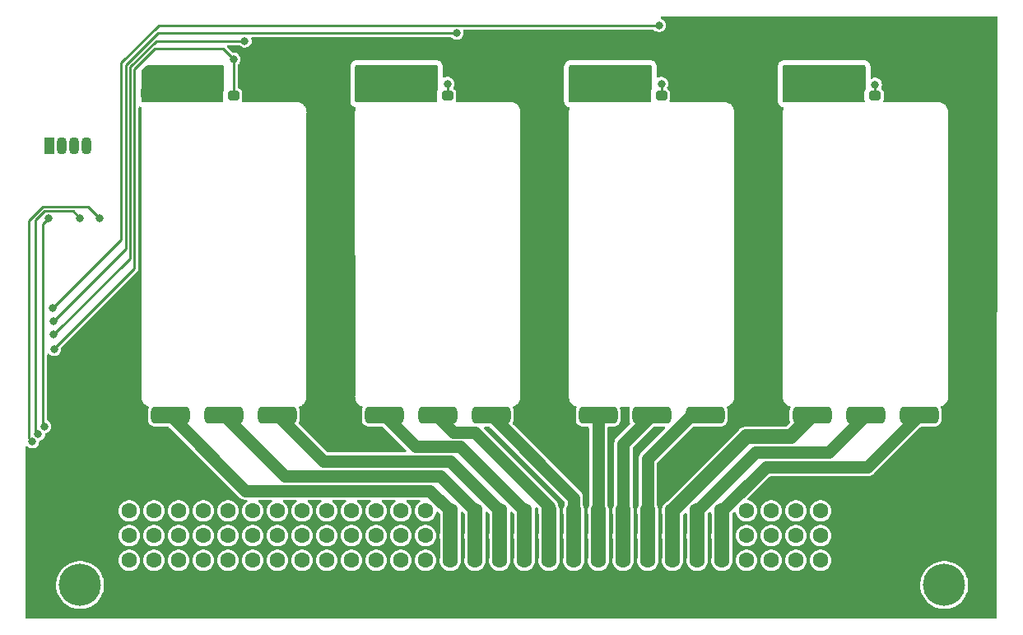
<source format=gbr>
%TF.GenerationSoftware,KiCad,Pcbnew,7.0.7*%
%TF.CreationDate,2024-06-20T17:34:35-04:00*%
%TF.ProjectId,Thruster_Control_Card,54687275-7374-4657-925f-436f6e74726f,rev?*%
%TF.SameCoordinates,Original*%
%TF.FileFunction,Copper,L4,Bot*%
%TF.FilePolarity,Positive*%
%FSLAX46Y46*%
G04 Gerber Fmt 4.6, Leading zero omitted, Abs format (unit mm)*
G04 Created by KiCad (PCBNEW 7.0.7) date 2024-06-20 17:34:35*
%MOMM*%
%LPD*%
G01*
G04 APERTURE LIST*
G04 Aperture macros list*
%AMRoundRect*
0 Rectangle with rounded corners*
0 $1 Rounding radius*
0 $2 $3 $4 $5 $6 $7 $8 $9 X,Y pos of 4 corners*
0 Add a 4 corners polygon primitive as box body*
4,1,4,$2,$3,$4,$5,$6,$7,$8,$9,$2,$3,0*
0 Add four circle primitives for the rounded corners*
1,1,$1+$1,$2,$3*
1,1,$1+$1,$4,$5*
1,1,$1+$1,$6,$7*
1,1,$1+$1,$8,$9*
0 Add four rect primitives between the rounded corners*
20,1,$1+$1,$2,$3,$4,$5,0*
20,1,$1+$1,$4,$5,$6,$7,0*
20,1,$1+$1,$6,$7,$8,$9,0*
20,1,$1+$1,$8,$9,$2,$3,0*%
G04 Aperture macros list end*
%TA.AperFunction,ComponentPad*%
%ADD10R,1.605000X1.605000*%
%TD*%
%TA.AperFunction,ComponentPad*%
%ADD11C,1.605000*%
%TD*%
%TA.AperFunction,ComponentPad*%
%ADD12C,4.335000*%
%TD*%
%TA.AperFunction,ComponentPad*%
%ADD13R,1.070000X1.800000*%
%TD*%
%TA.AperFunction,ComponentPad*%
%ADD14O,1.070000X1.800000*%
%TD*%
%TA.AperFunction,SMDPad,CuDef*%
%ADD15RoundRect,0.437500X1.562500X0.437500X-1.562500X0.437500X-1.562500X-0.437500X1.562500X-0.437500X0*%
%TD*%
%TA.AperFunction,SMDPad,CuDef*%
%ADD16RoundRect,0.250000X0.350000X0.250000X-0.350000X0.250000X-0.350000X-0.250000X0.350000X-0.250000X0*%
%TD*%
%TA.AperFunction,ViaPad*%
%ADD17C,0.800000*%
%TD*%
%TA.AperFunction,Conductor*%
%ADD18C,1.300000*%
%TD*%
%TA.AperFunction,Conductor*%
%ADD19C,1.500000*%
%TD*%
%TA.AperFunction,Conductor*%
%ADD20C,0.250000*%
%TD*%
G04 APERTURE END LIST*
D10*
%TO.P,J1,A1,A1*%
%TO.N,+12V*%
X239522000Y-104902000D03*
D11*
%TO.P,J1,A2,A2*%
X236982000Y-104902000D03*
%TO.P,J1,A3,A3*%
X234442000Y-104902000D03*
%TO.P,J1,A4,A4*%
%TO.N,GND*%
X231902000Y-104902000D03*
%TO.P,J1,A5,A5*%
X229362000Y-104902000D03*
%TO.P,J1,A6,A6*%
X226822000Y-104902000D03*
%TO.P,J1,A7,A7*%
%TO.N,+5V*%
X224282000Y-104902000D03*
%TO.P,J1,A8,A8*%
%TO.N,/A4*%
X221742000Y-104902000D03*
%TO.P,J1,A9,A9*%
%TO.N,/B4*%
X219202000Y-104902000D03*
%TO.P,J1,A10,A10*%
%TO.N,/C4*%
X216662000Y-104902000D03*
%TO.P,J1,A11,A11*%
%TO.N,/A3*%
X214122000Y-104902000D03*
%TO.P,J1,A12,A12*%
%TO.N,/B3*%
X211582000Y-104902000D03*
%TO.P,J1,A13,A13*%
%TO.N,/C3*%
X209042000Y-104902000D03*
%TO.P,J1,A14,A14*%
%TO.N,/A2*%
X206502000Y-104902000D03*
%TO.P,J1,A15,A15*%
%TO.N,/B2*%
X203962000Y-104902000D03*
%TO.P,J1,A16,A16*%
%TO.N,/C2*%
X201422000Y-104902000D03*
%TO.P,J1,A17,A17*%
%TO.N,/A1*%
X198882000Y-104902000D03*
%TO.P,J1,A18,A18*%
%TO.N,/B1*%
X196342000Y-104902000D03*
%TO.P,J1,A19,A19*%
%TO.N,/C1*%
X193802000Y-104902000D03*
%TO.P,J1,A20,A20*%
%TO.N,+3.3V*%
X191262000Y-104902000D03*
%TO.P,J1,A21,A21*%
%TO.N,unconnected-(J1-PadA21)*%
X188722000Y-104902000D03*
%TO.P,J1,A22,A22*%
%TO.N,unconnected-(J1-PadA22)*%
X186182000Y-104902000D03*
%TO.P,J1,A23,A23*%
%TO.N,unconnected-(J1-PadA23)*%
X183642000Y-104902000D03*
%TO.P,J1,A24,A24*%
%TO.N,unconnected-(J1-PadA24)*%
X181102000Y-104902000D03*
%TO.P,J1,A25,A25*%
%TO.N,unconnected-(J1-PadA25)*%
X178562000Y-104902000D03*
%TO.P,J1,A26,A26*%
%TO.N,unconnected-(J1-PadA26)*%
X176022000Y-104902000D03*
%TO.P,J1,A27,A27*%
%TO.N,unconnected-(J1-PadA27)*%
X173482000Y-104902000D03*
%TO.P,J1,A28,A28*%
%TO.N,unconnected-(J1-PadA28)*%
X170942000Y-104902000D03*
%TO.P,J1,A29,A29*%
%TO.N,unconnected-(J1-PadA29)*%
X168402000Y-104902000D03*
%TO.P,J1,A30,A30*%
%TO.N,unconnected-(J1-PadA30)*%
X165862000Y-104902000D03*
%TO.P,J1,A31,A31*%
%TO.N,unconnected-(J1-PadA31)*%
X163322000Y-104902000D03*
%TO.P,J1,A32,A32*%
%TO.N,unconnected-(J1-PadA32)*%
X160782000Y-104902000D03*
%TO.P,J1,B1,B1*%
%TO.N,+12V*%
X239522000Y-102362000D03*
%TO.P,J1,B2,B2*%
X236982000Y-102362000D03*
%TO.P,J1,B3,B3*%
X234442000Y-102362000D03*
%TO.P,J1,B4,B4*%
%TO.N,GND*%
X231902000Y-102362000D03*
%TO.P,J1,B5,B5*%
X229362000Y-102362000D03*
%TO.P,J1,B6,B6*%
X226822000Y-102362000D03*
%TO.P,J1,B7,B7*%
%TO.N,+5V*%
X224282000Y-102362000D03*
%TO.P,J1,B8,B8*%
%TO.N,/A4*%
X221742000Y-102362000D03*
%TO.P,J1,B9,B9*%
%TO.N,/B4*%
X219202000Y-102362000D03*
%TO.P,J1,B10,B10*%
%TO.N,/C4*%
X216662000Y-102362000D03*
%TO.P,J1,B11,B11*%
%TO.N,/A3*%
X214122000Y-102362000D03*
%TO.P,J1,B12,B12*%
%TO.N,/B3*%
X211582000Y-102362000D03*
%TO.P,J1,B13,B13*%
%TO.N,/C3*%
X209042000Y-102362000D03*
%TO.P,J1,B14,B14*%
%TO.N,/A2*%
X206502000Y-102362000D03*
%TO.P,J1,B15,B15*%
%TO.N,/B2*%
X203962000Y-102362000D03*
%TO.P,J1,B16,B16*%
%TO.N,/C2*%
X201422000Y-102362000D03*
%TO.P,J1,B17,B17*%
%TO.N,/A1*%
X198882000Y-102362000D03*
%TO.P,J1,B18,B18*%
%TO.N,/B1*%
X196342000Y-102362000D03*
%TO.P,J1,B19,B19*%
%TO.N,/C1*%
X193802000Y-102362000D03*
%TO.P,J1,B20,B20*%
%TO.N,+3.3V*%
X191262000Y-102362000D03*
%TO.P,J1,B21,B21*%
%TO.N,unconnected-(J1-PadB21)*%
X188722000Y-102362000D03*
%TO.P,J1,B22,B22*%
%TO.N,unconnected-(J1-PadB22)*%
X186182000Y-102362000D03*
%TO.P,J1,B23,B23*%
%TO.N,unconnected-(J1-PadB23)*%
X183642000Y-102362000D03*
%TO.P,J1,B24,B24*%
%TO.N,unconnected-(J1-PadB24)*%
X181102000Y-102362000D03*
%TO.P,J1,B25,B25*%
%TO.N,unconnected-(J1-PadB25)*%
X178562000Y-102362000D03*
%TO.P,J1,B26,B26*%
%TO.N,unconnected-(J1-PadB26)*%
X176022000Y-102362000D03*
%TO.P,J1,B27,B27*%
%TO.N,unconnected-(J1-PadB27)*%
X173482000Y-102362000D03*
%TO.P,J1,B28,B28*%
%TO.N,unconnected-(J1-PadB28)*%
X170942000Y-102362000D03*
%TO.P,J1,B29,B29*%
%TO.N,unconnected-(J1-PadB29)*%
X168402000Y-102362000D03*
%TO.P,J1,B30,B30*%
%TO.N,unconnected-(J1-PadB30)*%
X165862000Y-102362000D03*
%TO.P,J1,B31,B31*%
%TO.N,/SDA_IN*%
X163322000Y-102362000D03*
%TO.P,J1,B32,B32*%
%TO.N,/SCL_IN*%
X160782000Y-102362000D03*
%TO.P,J1,C1,C1*%
%TO.N,+12V*%
X239522000Y-99822000D03*
%TO.P,J1,C2,C2*%
X236982000Y-99822000D03*
%TO.P,J1,C3,C3*%
X234442000Y-99822000D03*
%TO.P,J1,C4,C4*%
%TO.N,GND*%
X231902000Y-99822000D03*
%TO.P,J1,C5,C5*%
X229362000Y-99822000D03*
%TO.P,J1,C6,C6*%
X226822000Y-99822000D03*
%TO.P,J1,C7,C7*%
%TO.N,+5V*%
X224282000Y-99822000D03*
%TO.P,J1,C8,C8*%
%TO.N,/A4*%
X221742000Y-99822000D03*
%TO.P,J1,C9,C9*%
%TO.N,/B4*%
X219202000Y-99822000D03*
%TO.P,J1,C10,C10*%
%TO.N,/C4*%
X216662000Y-99822000D03*
%TO.P,J1,C11,C11*%
%TO.N,/A3*%
X214122000Y-99822000D03*
%TO.P,J1,C12,C12*%
%TO.N,/B3*%
X211582000Y-99822000D03*
%TO.P,J1,C13,C13*%
%TO.N,/C3*%
X209042000Y-99822000D03*
%TO.P,J1,C14,C14*%
%TO.N,/A2*%
X206502000Y-99822000D03*
%TO.P,J1,C15,C15*%
%TO.N,/B2*%
X203962000Y-99822000D03*
%TO.P,J1,C16,C16*%
%TO.N,/C2*%
X201422000Y-99822000D03*
%TO.P,J1,C17,C17*%
%TO.N,/A1*%
X198882000Y-99822000D03*
%TO.P,J1,C18,C18*%
%TO.N,/B1*%
X196342000Y-99822000D03*
%TO.P,J1,C19,C19*%
%TO.N,/C1*%
X193802000Y-99822000D03*
%TO.P,J1,C20,C20*%
%TO.N,+3.3V*%
X191262000Y-99822000D03*
%TO.P,J1,C21,C21*%
%TO.N,unconnected-(J1-PadC21)*%
X188722000Y-99822000D03*
%TO.P,J1,C22,C22*%
%TO.N,unconnected-(J1-PadC22)*%
X186182000Y-99822000D03*
%TO.P,J1,C23,C23*%
%TO.N,unconnected-(J1-PadC23)*%
X183642000Y-99822000D03*
%TO.P,J1,C24,C24*%
%TO.N,unconnected-(J1-PadC24)*%
X181102000Y-99822000D03*
%TO.P,J1,C25,C25*%
%TO.N,unconnected-(J1-PadC25)*%
X178562000Y-99822000D03*
%TO.P,J1,C26,C26*%
%TO.N,unconnected-(J1-PadC26)*%
X176022000Y-99822000D03*
%TO.P,J1,C27,C27*%
%TO.N,unconnected-(J1-PadC27)*%
X173482000Y-99822000D03*
%TO.P,J1,C28,C28*%
%TO.N,unconnected-(J1-PadC28)*%
X170942000Y-99822000D03*
%TO.P,J1,C29,C29*%
%TO.N,unconnected-(J1-PadC29)*%
X168402000Y-99822000D03*
%TO.P,J1,C30,C30*%
%TO.N,unconnected-(J1-PadC30)*%
X165862000Y-99822000D03*
%TO.P,J1,C31,C31*%
%TO.N,unconnected-(J1-PadC31)*%
X163322000Y-99822000D03*
%TO.P,J1,C32,C32*%
%TO.N,unconnected-(J1-PadC32)*%
X160782000Y-99822000D03*
D12*
%TO.P,J1,MH1*%
%TO.N,N/C*%
X244602000Y-107442000D03*
%TO.P,J1,MH2*%
X155702000Y-107442000D03*
%TD*%
D13*
%TO.P,D1,1,RK*%
%TO.N,Net-(D1-RK)*%
X152590000Y-62300000D03*
D14*
%TO.P,D1,2,A*%
%TO.N,+5V*%
X153860000Y-62300000D03*
%TO.P,D1,3,GK*%
%TO.N,Net-(D1-GK)*%
X155130000Y-62300000D03*
%TO.P,D1,4,BK*%
%TO.N,Net-(D1-BK)*%
X156400000Y-62300000D03*
%TD*%
D15*
%TO.P,U2,1,Vcc*%
%TO.N,+12V*%
X199000000Y-56900000D03*
%TO.P,U2,2,GND*%
%TO.N,GND*%
X186000000Y-56900000D03*
%TO.P,U2,3,A*%
%TO.N,/A2*%
X198000000Y-90000000D03*
%TO.P,U2,4,B*%
%TO.N,/B2*%
X192500000Y-90000000D03*
%TO.P,U2,5,C*%
%TO.N,/C2*%
X187000000Y-90000000D03*
D16*
%TO.P,U2,6,signal*%
%TO.N,/PWM2*%
X193500000Y-57150000D03*
%TO.P,U2,7,pwm_gnd*%
%TO.N,GND*%
X191500000Y-57150000D03*
%TD*%
D15*
%TO.P,U1,1,Vcc*%
%TO.N,+12V*%
X177000000Y-56900000D03*
%TO.P,U1,2,GND*%
%TO.N,GND*%
X164000000Y-56900000D03*
%TO.P,U1,3,A*%
%TO.N,/A1*%
X176000000Y-90000000D03*
%TO.P,U1,4,B*%
%TO.N,/B1*%
X170500000Y-90000000D03*
%TO.P,U1,5,C*%
%TO.N,/C1*%
X165000000Y-90000000D03*
D16*
%TO.P,U1,6,signal*%
%TO.N,/PWM1*%
X171500000Y-57150000D03*
%TO.P,U1,7,pwm_gnd*%
%TO.N,GND*%
X169500000Y-57150000D03*
%TD*%
D15*
%TO.P,U4,1,Vcc*%
%TO.N,+12V*%
X243000000Y-56900000D03*
%TO.P,U4,2,GND*%
%TO.N,GND*%
X230000000Y-56900000D03*
%TO.P,U4,3,A*%
%TO.N,/A4*%
X242000000Y-90000000D03*
%TO.P,U4,4,B*%
%TO.N,/B4*%
X236500000Y-90000000D03*
%TO.P,U4,5,C*%
%TO.N,/C4*%
X231000000Y-90000000D03*
D16*
%TO.P,U4,6,signal*%
%TO.N,/PWM4*%
X237500000Y-57150000D03*
%TO.P,U4,7,pwm_gnd*%
%TO.N,GND*%
X235500000Y-57150000D03*
%TD*%
D15*
%TO.P,U3,1,Vcc*%
%TO.N,+12V*%
X221000000Y-56900000D03*
%TO.P,U3,2,GND*%
%TO.N,GND*%
X208000000Y-56900000D03*
%TO.P,U3,3,A*%
%TO.N,/A3*%
X220000000Y-90000000D03*
%TO.P,U3,4,B*%
%TO.N,/B3*%
X214500000Y-90000000D03*
%TO.P,U3,5,C*%
%TO.N,/C3*%
X209000000Y-90000000D03*
D16*
%TO.P,U3,6,signal*%
%TO.N,/PWM3*%
X215500000Y-57150000D03*
%TO.P,U3,7,pwm_gnd*%
%TO.N,GND*%
X213500000Y-57150000D03*
%TD*%
D17*
%TO.N,GND*%
X190800000Y-56900000D03*
X189800000Y-56900000D03*
X190800000Y-54900000D03*
X191800000Y-56900000D03*
X231800000Y-54900000D03*
X165800000Y-56900000D03*
X234800000Y-54900000D03*
X230800000Y-56900000D03*
X210800000Y-55900000D03*
X233800000Y-54900000D03*
X169800000Y-55900000D03*
X232800000Y-55900000D03*
X167800000Y-56900000D03*
X212800000Y-54900000D03*
X206800000Y-56900000D03*
X169800000Y-56900000D03*
X235800000Y-56900000D03*
X213800000Y-55900000D03*
X234800000Y-55900000D03*
X168800000Y-55900000D03*
X188800000Y-54900000D03*
X162800000Y-55900000D03*
X184800000Y-55900000D03*
X231800000Y-56900000D03*
X185800000Y-54900000D03*
X186800000Y-55900000D03*
X229800000Y-55900000D03*
X184800000Y-54900000D03*
X208800000Y-56900000D03*
X168800000Y-56900000D03*
X187800000Y-55900000D03*
X167800000Y-54900000D03*
X211800000Y-55900000D03*
X207800000Y-56900000D03*
X228800000Y-55900000D03*
X166800000Y-55900000D03*
X231800000Y-55900000D03*
X190800000Y-55900000D03*
X186800000Y-56900000D03*
X206800000Y-55900000D03*
X211800000Y-54900000D03*
X229800000Y-56900000D03*
X208800000Y-55900000D03*
X188800000Y-55900000D03*
X210800000Y-56900000D03*
X163800000Y-54900000D03*
X208800000Y-54900000D03*
X162800000Y-56900000D03*
X234800000Y-56900000D03*
X207800000Y-55900000D03*
X187800000Y-56900000D03*
X187800000Y-54900000D03*
X233800000Y-55900000D03*
X232800000Y-54900000D03*
X230800000Y-54900000D03*
X210800000Y-54900000D03*
X209800000Y-54900000D03*
X188800000Y-56900000D03*
X229800000Y-54900000D03*
X164800000Y-56900000D03*
X162800000Y-54900000D03*
X189800000Y-55900000D03*
X163800000Y-56900000D03*
X164800000Y-54900000D03*
X164800000Y-55900000D03*
X168800000Y-54900000D03*
X189800000Y-54900000D03*
X212800000Y-55900000D03*
X166800000Y-56900000D03*
X206800000Y-54900000D03*
X235800000Y-55900000D03*
X209800000Y-56900000D03*
X167800000Y-55900000D03*
X165800000Y-55900000D03*
X184800000Y-56900000D03*
X166800000Y-54900000D03*
X209800000Y-55900000D03*
X211800000Y-56900000D03*
X228800000Y-56900000D03*
X232800000Y-56900000D03*
X185800000Y-55900000D03*
X213800000Y-56900000D03*
X191800000Y-54900000D03*
X228800000Y-54900000D03*
X212800000Y-56900000D03*
X235800000Y-54900000D03*
X186800000Y-54900000D03*
X191800000Y-55900000D03*
X165800000Y-54900000D03*
X169800000Y-54900000D03*
X213800000Y-54900000D03*
X163800000Y-55900000D03*
X233800000Y-56900000D03*
X230800000Y-55900000D03*
X185800000Y-56900000D03*
X207800000Y-54900000D03*
%TO.N,/PWM1*%
X171500000Y-53400000D03*
X153049500Y-83200000D03*
%TO.N,/PWM2*%
X172655850Y-51500000D03*
X153000000Y-81700000D03*
X193500000Y-55900000D03*
%TO.N,/PWM3*%
X215500000Y-55900000D03*
X194455850Y-50700000D03*
X152950000Y-80350000D03*
%TO.N,/PWM4*%
X215255850Y-49900000D03*
X237500000Y-56000000D03*
X152900000Y-79000000D03*
%TO.N,Net-(I2C_PWM_DRIVER1-PWM4)*%
X152039866Y-91132162D03*
X152500000Y-69700000D03*
%TO.N,Net-(I2C_PWM_DRIVER1-PWM5)*%
X155700000Y-69700000D03*
X151400000Y-91900000D03*
%TO.N,Net-(I2C_PWM_DRIVER1-PWM6)*%
X157700000Y-69700000D03*
X150800000Y-92700000D03*
%TD*%
D18*
%TO.N,/A1*%
X193785000Y-94725000D02*
X198882000Y-99822000D01*
D19*
X198882000Y-99822000D02*
X198882000Y-102362000D01*
D18*
X176000000Y-90000000D02*
X180725000Y-94725000D01*
D19*
X198882000Y-102362000D02*
X198882000Y-104902000D01*
D18*
X180725000Y-94725000D02*
X193785000Y-94725000D01*
D19*
%TO.N,/B1*%
X196342000Y-99822000D02*
X196342000Y-102362000D01*
D18*
X192745000Y-96225000D02*
X196342000Y-99822000D01*
D19*
X196342000Y-102362000D02*
X196342000Y-104902000D01*
D18*
X170500000Y-90000000D02*
X176725000Y-96225000D01*
X176725000Y-96225000D02*
X192745000Y-96225000D01*
D19*
%TO.N,/C1*%
X193802000Y-102362000D02*
X193802000Y-104902000D01*
D18*
X172725000Y-97725000D02*
X191705000Y-97725000D01*
X165000000Y-90000000D02*
X172725000Y-97725000D01*
D19*
X193802000Y-99822000D02*
X193802000Y-102362000D01*
D18*
X191705000Y-97725000D02*
X193802000Y-99822000D01*
%TO.N,/A2*%
X198000000Y-90000000D02*
X206502000Y-98502000D01*
D19*
X206502000Y-102362000D02*
X206502000Y-104902000D01*
D18*
X206502000Y-98502000D02*
X206502000Y-99822000D01*
D19*
X206502000Y-99822000D02*
X206502000Y-102362000D01*
%TO.N,/B2*%
X203962000Y-102362000D02*
X203962000Y-104902000D01*
D18*
X192500000Y-90100000D02*
X194125000Y-91725000D01*
D19*
X203962000Y-99822000D02*
X203962000Y-102362000D01*
D18*
X203962000Y-99387000D02*
X203962000Y-99822000D01*
X194125000Y-91725000D02*
X196300000Y-91725000D01*
X196300000Y-91725000D02*
X203962000Y-99387000D01*
X192500000Y-90000000D02*
X192500000Y-90100000D01*
%TO.N,/C2*%
X187000000Y-90000000D02*
X190225000Y-93225000D01*
X194825000Y-93225000D02*
X201422000Y-99822000D01*
D19*
X201422000Y-99822000D02*
X201422000Y-102362000D01*
X201422000Y-102362000D02*
X201422000Y-104902000D01*
D18*
X190225000Y-93225000D02*
X194825000Y-93225000D01*
%TO.N,/A3*%
X218600000Y-90000000D02*
X214122000Y-94478000D01*
D19*
X214122000Y-99822000D02*
X214122000Y-102362000D01*
D18*
X220000000Y-90000000D02*
X218600000Y-90000000D01*
X214122000Y-94478000D02*
X214122000Y-99822000D01*
D19*
X214122000Y-102362000D02*
X214122000Y-104902000D01*
D18*
%TO.N,/B3*%
X211600000Y-99804000D02*
X211582000Y-99822000D01*
X214500000Y-90000000D02*
X211600000Y-92900000D01*
D19*
X211582000Y-99822000D02*
X211582000Y-102362000D01*
D18*
X211600000Y-92900000D02*
X211600000Y-99804000D01*
D19*
X211582000Y-104902000D02*
X211582000Y-102362000D01*
%TO.N,/C3*%
X209042000Y-102362000D02*
X209042000Y-104902000D01*
D18*
X209000000Y-90000000D02*
X209000000Y-99780000D01*
X209000000Y-99780000D02*
X209042000Y-99822000D01*
D19*
X209042000Y-99822000D02*
X209042000Y-102362000D01*
D18*
%TO.N,/A4*%
X236700000Y-95300000D02*
X226264000Y-95300000D01*
D19*
X221742000Y-102362000D02*
X221742000Y-104902000D01*
D18*
X242000000Y-90000000D02*
X236700000Y-95300000D01*
D19*
X221742000Y-99822000D02*
X221742000Y-102362000D01*
D18*
X226264000Y-95300000D02*
X221742000Y-99822000D01*
%TO.N,/B4*%
X236500000Y-90000000D02*
X232700000Y-93800000D01*
X232700000Y-93800000D02*
X225224000Y-93800000D01*
X225224000Y-93800000D02*
X219202000Y-99822000D01*
D19*
X219202000Y-99822000D02*
X219202000Y-102362000D01*
X219202000Y-102362000D02*
X219202000Y-104902000D01*
%TO.N,/C4*%
X216662000Y-99822000D02*
X216662000Y-102362000D01*
X228800000Y-92200000D02*
X231000000Y-90000000D01*
X224284000Y-92200000D02*
X228800000Y-92200000D01*
X216662000Y-99822000D02*
X224284000Y-92200000D01*
X216662000Y-102362000D02*
X216662000Y-104902000D01*
D20*
%TO.N,/PWM1*%
X163380545Y-52300000D02*
X161300000Y-54380545D01*
X171500000Y-53400000D02*
X170400000Y-52300000D01*
X170400000Y-52300000D02*
X163380545Y-52300000D01*
X161300000Y-74900000D02*
X153049500Y-83150500D01*
X171500000Y-54200000D02*
X171500000Y-54200000D01*
X153049500Y-83150500D02*
X153049500Y-83200000D01*
X171500000Y-53400000D02*
X171500000Y-57150000D01*
X161300000Y-54380545D02*
X161300000Y-74900000D01*
%TO.N,/PWM2*%
X153000000Y-81700000D02*
X160850000Y-73850000D01*
X193500000Y-55900000D02*
X193500000Y-57150000D01*
X160850000Y-54194149D02*
X163544149Y-51500000D01*
X163544149Y-51500000D02*
X172655850Y-51500000D01*
X160850000Y-73850000D02*
X160850000Y-54194149D01*
%TO.N,/PWM3*%
X160400000Y-54007753D02*
X163707753Y-50700000D01*
X152950000Y-80350000D02*
X160400000Y-72900000D01*
X215500000Y-55900000D02*
X215500000Y-57150000D01*
X160400000Y-72900000D02*
X160400000Y-54007753D01*
X163707753Y-50700000D02*
X194455850Y-50700000D01*
%TO.N,/PWM4*%
X159950000Y-71950000D02*
X159950000Y-53750000D01*
X159950000Y-53750000D02*
X163800000Y-49900000D01*
X152900000Y-79000000D02*
X159950000Y-71950000D01*
X237500000Y-56000000D02*
X237500000Y-57150000D01*
X163800000Y-49900000D02*
X215255850Y-49900000D01*
%TO.N,Net-(I2C_PWM_DRIVER1-PWM4)*%
X151900000Y-70300000D02*
X152500000Y-69700000D01*
X152039866Y-91132162D02*
X151900000Y-90992296D01*
X152039866Y-91132162D02*
X152039866Y-91239866D01*
X151900000Y-90992296D02*
X151900000Y-70300000D01*
%TO.N,Net-(I2C_PWM_DRIVER1-PWM5)*%
X151400000Y-91900000D02*
X151300000Y-91800000D01*
X155700000Y-69700000D02*
X154975000Y-68975000D01*
X152025000Y-68975000D02*
X151100000Y-69900000D01*
X151100000Y-69900000D02*
X151100000Y-91600000D01*
X154975000Y-68975000D02*
X152025000Y-68975000D01*
X151100000Y-91600000D02*
X151400000Y-91900000D01*
%TO.N,Net-(I2C_PWM_DRIVER1-PWM6)*%
X151838604Y-68525000D02*
X150400000Y-69963604D01*
X156525000Y-68525000D02*
X151838604Y-68525000D01*
X157700000Y-69700000D02*
X156525000Y-68525000D01*
X150400000Y-92300000D02*
X150800000Y-92700000D01*
X150400000Y-69963604D02*
X150400000Y-92300000D01*
%TD*%
%TA.AperFunction,Conductor*%
%TO.N,GND*%
G36*
X236443039Y-54019685D02*
G01*
X236488794Y-54072489D01*
X236500000Y-54124000D01*
X236500000Y-56489057D01*
X236481539Y-56554153D01*
X236465189Y-56580659D01*
X236465185Y-56580666D01*
X236465186Y-56580666D01*
X236410001Y-56747203D01*
X236410001Y-56747204D01*
X236410000Y-56747204D01*
X236399500Y-56849983D01*
X236399500Y-57450001D01*
X236399501Y-57450019D01*
X236410000Y-57552796D01*
X236410001Y-57552799D01*
X236437736Y-57636496D01*
X236440138Y-57706324D01*
X236404406Y-57766366D01*
X236341886Y-57797559D01*
X236320030Y-57799500D01*
X229051644Y-57799500D01*
X229050611Y-57799196D01*
X228999996Y-57799500D01*
X228999899Y-57799500D01*
X228924846Y-57800000D01*
X228124000Y-57800000D01*
X228056961Y-57780315D01*
X228011206Y-57727511D01*
X228000000Y-57676000D01*
X228000000Y-54124000D01*
X228019685Y-54056961D01*
X228072489Y-54011206D01*
X228124000Y-54000000D01*
X236376000Y-54000000D01*
X236443039Y-54019685D01*
G37*
%TD.AperFunction*%
%TD*%
%TA.AperFunction,Conductor*%
%TO.N,GND*%
G36*
X170443039Y-54019685D02*
G01*
X170488794Y-54072489D01*
X170500000Y-54124000D01*
X170500000Y-56489057D01*
X170481539Y-56554153D01*
X170465189Y-56580659D01*
X170465185Y-56580666D01*
X170465186Y-56580666D01*
X170410001Y-56747203D01*
X170410001Y-56747204D01*
X170410000Y-56747204D01*
X170399500Y-56849983D01*
X170399500Y-57450001D01*
X170399501Y-57450019D01*
X170410000Y-57552796D01*
X170410001Y-57552799D01*
X170437736Y-57636496D01*
X170440138Y-57706324D01*
X170404406Y-57766366D01*
X170341886Y-57797559D01*
X170320030Y-57799500D01*
X163048090Y-57799500D01*
X163046753Y-57799107D01*
X162913896Y-57800000D01*
X162124000Y-57800000D01*
X162056961Y-57780315D01*
X162011206Y-57727511D01*
X162000000Y-57676000D01*
X162000000Y-54616497D01*
X162019685Y-54549458D01*
X162036319Y-54528816D01*
X162528816Y-54036319D01*
X162590139Y-54002834D01*
X162616497Y-54000000D01*
X170376000Y-54000000D01*
X170443039Y-54019685D01*
G37*
%TD.AperFunction*%
%TD*%
%TA.AperFunction,Conductor*%
%TO.N,GND*%
G36*
X214443039Y-54019685D02*
G01*
X214488794Y-54072489D01*
X214500000Y-54124000D01*
X214499999Y-56489057D01*
X214481539Y-56554151D01*
X214465191Y-56580656D01*
X214465186Y-56580666D01*
X214410001Y-56747203D01*
X214410001Y-56747204D01*
X214410000Y-56747204D01*
X214399500Y-56849983D01*
X214399500Y-57450001D01*
X214399501Y-57450019D01*
X214410000Y-57552796D01*
X214410001Y-57552799D01*
X214437736Y-57636496D01*
X214440138Y-57706324D01*
X214404406Y-57766366D01*
X214341886Y-57797559D01*
X214320030Y-57799500D01*
X207051644Y-57799500D01*
X207050611Y-57799196D01*
X206999996Y-57799500D01*
X206999899Y-57799500D01*
X206924846Y-57800000D01*
X206124000Y-57800000D01*
X206056961Y-57780315D01*
X206011206Y-57727511D01*
X206000000Y-57676000D01*
X206000000Y-54124000D01*
X206019685Y-54056961D01*
X206072489Y-54011206D01*
X206124000Y-54000000D01*
X214376000Y-54000000D01*
X214443039Y-54019685D01*
G37*
%TD.AperFunction*%
%TD*%
%TA.AperFunction,Conductor*%
%TO.N,+12V*%
G36*
X250042539Y-49020185D02*
G01*
X250088294Y-49072989D01*
X250099500Y-49124500D01*
X250099500Y-49309499D01*
X250001600Y-109910000D01*
X250000201Y-110775700D01*
X249980408Y-110842708D01*
X249927530Y-110888377D01*
X249876201Y-110899500D01*
X150224500Y-110899500D01*
X150157461Y-110879815D01*
X150111706Y-110827011D01*
X150100500Y-110775500D01*
X150100500Y-107442005D01*
X153229120Y-107442005D01*
X153248617Y-107751926D01*
X153248619Y-107751934D01*
X153306810Y-108056980D01*
X153306812Y-108056985D01*
X153402774Y-108352329D01*
X153402776Y-108352334D01*
X153534996Y-108633315D01*
X153535000Y-108633321D01*
X153701394Y-108895517D01*
X153899353Y-109134809D01*
X154125725Y-109347385D01*
X154125735Y-109347393D01*
X154376953Y-109529914D01*
X154376971Y-109529926D01*
X154649099Y-109679529D01*
X154649107Y-109679533D01*
X154937834Y-109793848D01*
X154937837Y-109793849D01*
X155238624Y-109871077D01*
X155238628Y-109871078D01*
X155303263Y-109879243D01*
X155546715Y-109909999D01*
X155546724Y-109909999D01*
X155546727Y-109910000D01*
X155546729Y-109910000D01*
X155857271Y-109910000D01*
X155857273Y-109910000D01*
X155857276Y-109909999D01*
X155857284Y-109909999D01*
X156041127Y-109886773D01*
X156165372Y-109871078D01*
X156466162Y-109793849D01*
X156466165Y-109793848D01*
X156754892Y-109679533D01*
X156754896Y-109679530D01*
X156754901Y-109679529D01*
X157027035Y-109529922D01*
X157278273Y-109347387D01*
X157504652Y-109134803D01*
X157702602Y-108895522D01*
X157869001Y-108633319D01*
X158001226Y-108352328D01*
X158097190Y-108056980D01*
X158155381Y-107751934D01*
X158174880Y-107442005D01*
X242129120Y-107442005D01*
X242148617Y-107751926D01*
X242148619Y-107751934D01*
X242206810Y-108056980D01*
X242206812Y-108056985D01*
X242302774Y-108352329D01*
X242302776Y-108352334D01*
X242434996Y-108633315D01*
X242435000Y-108633321D01*
X242601394Y-108895517D01*
X242799353Y-109134809D01*
X243025725Y-109347385D01*
X243025735Y-109347393D01*
X243276953Y-109529914D01*
X243276971Y-109529926D01*
X243549099Y-109679529D01*
X243549107Y-109679533D01*
X243837834Y-109793848D01*
X243837837Y-109793849D01*
X244138624Y-109871077D01*
X244138628Y-109871078D01*
X244203263Y-109879243D01*
X244446715Y-109909999D01*
X244446724Y-109909999D01*
X244446727Y-109910000D01*
X244446729Y-109910000D01*
X244757271Y-109910000D01*
X244757273Y-109910000D01*
X244757276Y-109909999D01*
X244757284Y-109909999D01*
X244941127Y-109886773D01*
X245065372Y-109871078D01*
X245366162Y-109793849D01*
X245366165Y-109793848D01*
X245654892Y-109679533D01*
X245654896Y-109679530D01*
X245654901Y-109679529D01*
X245927035Y-109529922D01*
X246178273Y-109347387D01*
X246404652Y-109134803D01*
X246602602Y-108895522D01*
X246769001Y-108633319D01*
X246901226Y-108352328D01*
X246997190Y-108056980D01*
X247055381Y-107751934D01*
X247074880Y-107442000D01*
X247074880Y-107441994D01*
X247055382Y-107132073D01*
X247055381Y-107132066D01*
X246997190Y-106827020D01*
X246901226Y-106531672D01*
X246901223Y-106531665D01*
X246769003Y-106250684D01*
X246768999Y-106250678D01*
X246602605Y-105988482D01*
X246585194Y-105967436D01*
X246404652Y-105749197D01*
X246404651Y-105749196D01*
X246404646Y-105749190D01*
X246178274Y-105536614D01*
X246178264Y-105536606D01*
X245927046Y-105354085D01*
X245927028Y-105354073D01*
X245654900Y-105204470D01*
X245654892Y-105204466D01*
X245366165Y-105090151D01*
X245366162Y-105090150D01*
X245065375Y-105012922D01*
X245065362Y-105012920D01*
X244757284Y-104974000D01*
X244757273Y-104974000D01*
X244446727Y-104974000D01*
X244446715Y-104974000D01*
X244138637Y-105012920D01*
X244138624Y-105012922D01*
X243837837Y-105090150D01*
X243837834Y-105090151D01*
X243549107Y-105204466D01*
X243549099Y-105204470D01*
X243276971Y-105354073D01*
X243276953Y-105354085D01*
X243025735Y-105536606D01*
X243025725Y-105536614D01*
X242799353Y-105749190D01*
X242601394Y-105988482D01*
X242435000Y-106250678D01*
X242434996Y-106250684D01*
X242302776Y-106531665D01*
X242302774Y-106531670D01*
X242213730Y-106805721D01*
X242206810Y-106827020D01*
X242174062Y-106998684D01*
X242148617Y-107132073D01*
X242129120Y-107441994D01*
X242129120Y-107442005D01*
X158174880Y-107442005D01*
X158174880Y-107442000D01*
X158174880Y-107441994D01*
X158155382Y-107132073D01*
X158155381Y-107132066D01*
X158097190Y-106827020D01*
X158001226Y-106531672D01*
X158001223Y-106531665D01*
X157869003Y-106250684D01*
X157868999Y-106250678D01*
X157702605Y-105988482D01*
X157685194Y-105967436D01*
X157504652Y-105749197D01*
X157504651Y-105749196D01*
X157504646Y-105749190D01*
X157278274Y-105536614D01*
X157278264Y-105536606D01*
X157027046Y-105354085D01*
X157027028Y-105354073D01*
X156754900Y-105204470D01*
X156754892Y-105204466D01*
X156466165Y-105090151D01*
X156466162Y-105090150D01*
X156165375Y-105012922D01*
X156165362Y-105012920D01*
X155857284Y-104974000D01*
X155857273Y-104974000D01*
X155546727Y-104974000D01*
X155546715Y-104974000D01*
X155238637Y-105012920D01*
X155238624Y-105012922D01*
X154937837Y-105090150D01*
X154937834Y-105090151D01*
X154649107Y-105204466D01*
X154649099Y-105204470D01*
X154376971Y-105354073D01*
X154376953Y-105354085D01*
X154125735Y-105536606D01*
X154125725Y-105536614D01*
X153899353Y-105749190D01*
X153701394Y-105988482D01*
X153535000Y-106250678D01*
X153534996Y-106250684D01*
X153402776Y-106531665D01*
X153402774Y-106531670D01*
X153313730Y-106805721D01*
X153306810Y-106827020D01*
X153274062Y-106998684D01*
X153248617Y-107132073D01*
X153229120Y-107441994D01*
X153229120Y-107442005D01*
X150100500Y-107442005D01*
X150100500Y-104902000D01*
X159674275Y-104902000D01*
X159693135Y-105105543D01*
X159693136Y-105105546D01*
X159749074Y-105302151D01*
X159749077Y-105302157D01*
X159840193Y-105485141D01*
X159840193Y-105485142D01*
X159963381Y-105648270D01*
X160114447Y-105785984D01*
X160288244Y-105893595D01*
X160478857Y-105967438D01*
X160679792Y-106005000D01*
X160679795Y-106005000D01*
X160884205Y-106005000D01*
X160884208Y-106005000D01*
X161085143Y-105967438D01*
X161275756Y-105893595D01*
X161449553Y-105785984D01*
X161600619Y-105648270D01*
X161723807Y-105485142D01*
X161814923Y-105302156D01*
X161814923Y-105302153D01*
X161814925Y-105302151D01*
X161870863Y-105105546D01*
X161870864Y-105105543D01*
X161889725Y-104902000D01*
X162214275Y-104902000D01*
X162233135Y-105105543D01*
X162233136Y-105105546D01*
X162289074Y-105302151D01*
X162289077Y-105302157D01*
X162380193Y-105485142D01*
X162503381Y-105648270D01*
X162654447Y-105785984D01*
X162828244Y-105893595D01*
X163018857Y-105967438D01*
X163219792Y-106005000D01*
X163219795Y-106005000D01*
X163424205Y-106005000D01*
X163424208Y-106005000D01*
X163625143Y-105967438D01*
X163815756Y-105893595D01*
X163989553Y-105785984D01*
X164140619Y-105648270D01*
X164263807Y-105485142D01*
X164354923Y-105302156D01*
X164354923Y-105302153D01*
X164354925Y-105302151D01*
X164410863Y-105105546D01*
X164410864Y-105105543D01*
X164429725Y-104902000D01*
X164754275Y-104902000D01*
X164773135Y-105105543D01*
X164773136Y-105105546D01*
X164829074Y-105302151D01*
X164829077Y-105302157D01*
X164920193Y-105485142D01*
X165043381Y-105648270D01*
X165194447Y-105785984D01*
X165368244Y-105893595D01*
X165558857Y-105967438D01*
X165759792Y-106005000D01*
X165759795Y-106005000D01*
X165964205Y-106005000D01*
X165964208Y-106005000D01*
X166165143Y-105967438D01*
X166355756Y-105893595D01*
X166529553Y-105785984D01*
X166680619Y-105648270D01*
X166803807Y-105485142D01*
X166894923Y-105302156D01*
X166894923Y-105302153D01*
X166894925Y-105302151D01*
X166950863Y-105105546D01*
X166950864Y-105105543D01*
X166969725Y-104902000D01*
X167294275Y-104902000D01*
X167313135Y-105105543D01*
X167313136Y-105105546D01*
X167369074Y-105302151D01*
X167369077Y-105302157D01*
X167460193Y-105485141D01*
X167460193Y-105485142D01*
X167583381Y-105648270D01*
X167734447Y-105785984D01*
X167908244Y-105893595D01*
X168098857Y-105967438D01*
X168299792Y-106005000D01*
X168299795Y-106005000D01*
X168504205Y-106005000D01*
X168504208Y-106005000D01*
X168705143Y-105967438D01*
X168895756Y-105893595D01*
X169069553Y-105785984D01*
X169220619Y-105648270D01*
X169343807Y-105485142D01*
X169434923Y-105302156D01*
X169434923Y-105302153D01*
X169434925Y-105302151D01*
X169490863Y-105105546D01*
X169490864Y-105105543D01*
X169509725Y-104902000D01*
X169834275Y-104902000D01*
X169853135Y-105105543D01*
X169853136Y-105105546D01*
X169909074Y-105302151D01*
X169909077Y-105302157D01*
X170000193Y-105485142D01*
X170123381Y-105648270D01*
X170274447Y-105785984D01*
X170448244Y-105893595D01*
X170638857Y-105967438D01*
X170839792Y-106005000D01*
X170839795Y-106005000D01*
X171044205Y-106005000D01*
X171044208Y-106005000D01*
X171245143Y-105967438D01*
X171435756Y-105893595D01*
X171609553Y-105785984D01*
X171760619Y-105648270D01*
X171883807Y-105485142D01*
X171974923Y-105302156D01*
X171974923Y-105302153D01*
X171974925Y-105302151D01*
X172030863Y-105105546D01*
X172030864Y-105105543D01*
X172049725Y-104902000D01*
X172374275Y-104902000D01*
X172393135Y-105105543D01*
X172393136Y-105105546D01*
X172449074Y-105302151D01*
X172449077Y-105302157D01*
X172540193Y-105485141D01*
X172540193Y-105485142D01*
X172663381Y-105648270D01*
X172814447Y-105785984D01*
X172988244Y-105893595D01*
X173178857Y-105967438D01*
X173379792Y-106005000D01*
X173379795Y-106005000D01*
X173584205Y-106005000D01*
X173584208Y-106005000D01*
X173785143Y-105967438D01*
X173975756Y-105893595D01*
X174149553Y-105785984D01*
X174300619Y-105648270D01*
X174423807Y-105485142D01*
X174514923Y-105302156D01*
X174514923Y-105302153D01*
X174514925Y-105302151D01*
X174570863Y-105105546D01*
X174570864Y-105105543D01*
X174589725Y-104902000D01*
X174914275Y-104902000D01*
X174933135Y-105105543D01*
X174933136Y-105105546D01*
X174989074Y-105302151D01*
X174989077Y-105302157D01*
X175080193Y-105485142D01*
X175203381Y-105648270D01*
X175354447Y-105785984D01*
X175528244Y-105893595D01*
X175718857Y-105967438D01*
X175919792Y-106005000D01*
X175919795Y-106005000D01*
X176124205Y-106005000D01*
X176124208Y-106005000D01*
X176325143Y-105967438D01*
X176515756Y-105893595D01*
X176689553Y-105785984D01*
X176840619Y-105648270D01*
X176963807Y-105485142D01*
X177054923Y-105302156D01*
X177054923Y-105302153D01*
X177054925Y-105302151D01*
X177110863Y-105105546D01*
X177110864Y-105105543D01*
X177129725Y-104902000D01*
X177454275Y-104902000D01*
X177473135Y-105105543D01*
X177473136Y-105105546D01*
X177529074Y-105302151D01*
X177529077Y-105302157D01*
X177620193Y-105485142D01*
X177743381Y-105648270D01*
X177894447Y-105785984D01*
X178068244Y-105893595D01*
X178258857Y-105967438D01*
X178459792Y-106005000D01*
X178459795Y-106005000D01*
X178664205Y-106005000D01*
X178664208Y-106005000D01*
X178865143Y-105967438D01*
X179055756Y-105893595D01*
X179229553Y-105785984D01*
X179380619Y-105648270D01*
X179503807Y-105485142D01*
X179594923Y-105302156D01*
X179594923Y-105302153D01*
X179594925Y-105302151D01*
X179650863Y-105105546D01*
X179650864Y-105105543D01*
X179669725Y-104902000D01*
X179994275Y-104902000D01*
X180013135Y-105105543D01*
X180013136Y-105105546D01*
X180069074Y-105302151D01*
X180069077Y-105302157D01*
X180160193Y-105485141D01*
X180160193Y-105485142D01*
X180283381Y-105648270D01*
X180434447Y-105785984D01*
X180608244Y-105893595D01*
X180798857Y-105967438D01*
X180999792Y-106005000D01*
X180999795Y-106005000D01*
X181204205Y-106005000D01*
X181204208Y-106005000D01*
X181405143Y-105967438D01*
X181595756Y-105893595D01*
X181769553Y-105785984D01*
X181920619Y-105648270D01*
X182043807Y-105485142D01*
X182134923Y-105302156D01*
X182134923Y-105302153D01*
X182134925Y-105302151D01*
X182190863Y-105105546D01*
X182190864Y-105105543D01*
X182209725Y-104902000D01*
X182534275Y-104902000D01*
X182553135Y-105105543D01*
X182553136Y-105105546D01*
X182609074Y-105302151D01*
X182609077Y-105302157D01*
X182700193Y-105485142D01*
X182823381Y-105648270D01*
X182974447Y-105785984D01*
X183148244Y-105893595D01*
X183338857Y-105967438D01*
X183539792Y-106005000D01*
X183539795Y-106005000D01*
X183744205Y-106005000D01*
X183744208Y-106005000D01*
X183945143Y-105967438D01*
X184135756Y-105893595D01*
X184309553Y-105785984D01*
X184460619Y-105648270D01*
X184583807Y-105485142D01*
X184674923Y-105302156D01*
X184674923Y-105302153D01*
X184674925Y-105302151D01*
X184730863Y-105105546D01*
X184730864Y-105105543D01*
X184749725Y-104902000D01*
X185074275Y-104902000D01*
X185093135Y-105105543D01*
X185093136Y-105105546D01*
X185149074Y-105302151D01*
X185149077Y-105302157D01*
X185240193Y-105485142D01*
X185363381Y-105648270D01*
X185514447Y-105785984D01*
X185688244Y-105893595D01*
X185878857Y-105967438D01*
X186079792Y-106005000D01*
X186079795Y-106005000D01*
X186284205Y-106005000D01*
X186284208Y-106005000D01*
X186485143Y-105967438D01*
X186675756Y-105893595D01*
X186849553Y-105785984D01*
X187000619Y-105648270D01*
X187123807Y-105485142D01*
X187214923Y-105302156D01*
X187214923Y-105302153D01*
X187214925Y-105302151D01*
X187270863Y-105105546D01*
X187270864Y-105105543D01*
X187289725Y-104902000D01*
X187614275Y-104902000D01*
X187633135Y-105105543D01*
X187633136Y-105105546D01*
X187689074Y-105302151D01*
X187689077Y-105302157D01*
X187780193Y-105485141D01*
X187780193Y-105485142D01*
X187903381Y-105648270D01*
X188054447Y-105785984D01*
X188228244Y-105893595D01*
X188418857Y-105967438D01*
X188619792Y-106005000D01*
X188619795Y-106005000D01*
X188824205Y-106005000D01*
X188824208Y-106005000D01*
X189025143Y-105967438D01*
X189215756Y-105893595D01*
X189389553Y-105785984D01*
X189540619Y-105648270D01*
X189663807Y-105485142D01*
X189754923Y-105302156D01*
X189754923Y-105302153D01*
X189754925Y-105302151D01*
X189810863Y-105105546D01*
X189810864Y-105105543D01*
X189829725Y-104902000D01*
X190154275Y-104902000D01*
X190173135Y-105105543D01*
X190173136Y-105105546D01*
X190229074Y-105302151D01*
X190229077Y-105302157D01*
X190320193Y-105485141D01*
X190320193Y-105485142D01*
X190443381Y-105648270D01*
X190594447Y-105785984D01*
X190768244Y-105893595D01*
X190958857Y-105967438D01*
X191159792Y-106005000D01*
X191159795Y-106005000D01*
X191364205Y-106005000D01*
X191364208Y-106005000D01*
X191565143Y-105967438D01*
X191755756Y-105893595D01*
X191929553Y-105785984D01*
X192080619Y-105648270D01*
X192203807Y-105485142D01*
X192294923Y-105302156D01*
X192294923Y-105302153D01*
X192294925Y-105302151D01*
X192350863Y-105105546D01*
X192350864Y-105105543D01*
X192369725Y-104902000D01*
X192369725Y-104901999D01*
X192350864Y-104698456D01*
X192350863Y-104698453D01*
X192294925Y-104501848D01*
X192294922Y-104501842D01*
X192203807Y-104318858D01*
X192080619Y-104155730D01*
X191929553Y-104018016D01*
X191755756Y-103910405D01*
X191755754Y-103910404D01*
X191565146Y-103836563D01*
X191565145Y-103836562D01*
X191565143Y-103836562D01*
X191364208Y-103799000D01*
X191159792Y-103799000D01*
X190958857Y-103836562D01*
X190958855Y-103836562D01*
X190958853Y-103836563D01*
X190768245Y-103910404D01*
X190768243Y-103910405D01*
X190594451Y-104018013D01*
X190594449Y-104018014D01*
X190594447Y-104018016D01*
X190443381Y-104155730D01*
X190443380Y-104155731D01*
X190320193Y-104318857D01*
X190229077Y-104501842D01*
X190229074Y-104501848D01*
X190173136Y-104698453D01*
X190173135Y-104698456D01*
X190154275Y-104901999D01*
X190154275Y-104902000D01*
X189829725Y-104902000D01*
X189829725Y-104901999D01*
X189810864Y-104698456D01*
X189810863Y-104698453D01*
X189754925Y-104501848D01*
X189754922Y-104501842D01*
X189663807Y-104318858D01*
X189540619Y-104155730D01*
X189389553Y-104018016D01*
X189215756Y-103910405D01*
X189215754Y-103910404D01*
X189025146Y-103836563D01*
X189025145Y-103836562D01*
X189025143Y-103836562D01*
X188824208Y-103799000D01*
X188619792Y-103799000D01*
X188418857Y-103836562D01*
X188418855Y-103836562D01*
X188418853Y-103836563D01*
X188228245Y-103910404D01*
X188228243Y-103910405D01*
X188054451Y-104018013D01*
X188054449Y-104018014D01*
X188054447Y-104018016D01*
X187903381Y-104155730D01*
X187903380Y-104155731D01*
X187780193Y-104318857D01*
X187689077Y-104501842D01*
X187689074Y-104501848D01*
X187633136Y-104698453D01*
X187633135Y-104698456D01*
X187614275Y-104901999D01*
X187614275Y-104902000D01*
X187289725Y-104902000D01*
X187289725Y-104901999D01*
X187270864Y-104698456D01*
X187270863Y-104698453D01*
X187214925Y-104501848D01*
X187214922Y-104501842D01*
X187123807Y-104318858D01*
X187000619Y-104155730D01*
X186849553Y-104018016D01*
X186675756Y-103910405D01*
X186675754Y-103910404D01*
X186485146Y-103836563D01*
X186485145Y-103836562D01*
X186485143Y-103836562D01*
X186284208Y-103799000D01*
X186079792Y-103799000D01*
X185878857Y-103836562D01*
X185878855Y-103836562D01*
X185878853Y-103836563D01*
X185688245Y-103910404D01*
X185688243Y-103910405D01*
X185514451Y-104018013D01*
X185514449Y-104018014D01*
X185514447Y-104018016D01*
X185363381Y-104155730D01*
X185363380Y-104155731D01*
X185240193Y-104318857D01*
X185149077Y-104501842D01*
X185149074Y-104501848D01*
X185093136Y-104698453D01*
X185093135Y-104698456D01*
X185074275Y-104901999D01*
X185074275Y-104902000D01*
X184749725Y-104902000D01*
X184749725Y-104901999D01*
X184730864Y-104698456D01*
X184730863Y-104698453D01*
X184674925Y-104501848D01*
X184674922Y-104501842D01*
X184583807Y-104318858D01*
X184460619Y-104155730D01*
X184309553Y-104018016D01*
X184135756Y-103910405D01*
X184135754Y-103910404D01*
X183945146Y-103836563D01*
X183945145Y-103836562D01*
X183945143Y-103836562D01*
X183744208Y-103799000D01*
X183539792Y-103799000D01*
X183338857Y-103836562D01*
X183338855Y-103836562D01*
X183338853Y-103836563D01*
X183148245Y-103910404D01*
X183148243Y-103910405D01*
X182974451Y-104018013D01*
X182974449Y-104018014D01*
X182974447Y-104018016D01*
X182823381Y-104155730D01*
X182823380Y-104155731D01*
X182700193Y-104318857D01*
X182609077Y-104501842D01*
X182609074Y-104501848D01*
X182553136Y-104698453D01*
X182553135Y-104698456D01*
X182534275Y-104901999D01*
X182534275Y-104902000D01*
X182209725Y-104902000D01*
X182209725Y-104901999D01*
X182190864Y-104698456D01*
X182190863Y-104698453D01*
X182134925Y-104501848D01*
X182134922Y-104501842D01*
X182043807Y-104318858D01*
X181920619Y-104155730D01*
X181769553Y-104018016D01*
X181595756Y-103910405D01*
X181595754Y-103910404D01*
X181405146Y-103836563D01*
X181405145Y-103836562D01*
X181405143Y-103836562D01*
X181204208Y-103799000D01*
X180999792Y-103799000D01*
X180798857Y-103836562D01*
X180798855Y-103836562D01*
X180798853Y-103836563D01*
X180608245Y-103910404D01*
X180608243Y-103910405D01*
X180434451Y-104018013D01*
X180434449Y-104018014D01*
X180434447Y-104018016D01*
X180283381Y-104155730D01*
X180283380Y-104155731D01*
X180160193Y-104318857D01*
X180069077Y-104501842D01*
X180069074Y-104501848D01*
X180013136Y-104698453D01*
X180013135Y-104698456D01*
X179994275Y-104901999D01*
X179994275Y-104902000D01*
X179669725Y-104902000D01*
X179669725Y-104901999D01*
X179650864Y-104698456D01*
X179650863Y-104698453D01*
X179594925Y-104501848D01*
X179594922Y-104501842D01*
X179503807Y-104318858D01*
X179380619Y-104155730D01*
X179229553Y-104018016D01*
X179055756Y-103910405D01*
X179055754Y-103910404D01*
X178865146Y-103836563D01*
X178865145Y-103836562D01*
X178865143Y-103836562D01*
X178664208Y-103799000D01*
X178459792Y-103799000D01*
X178258857Y-103836562D01*
X178258855Y-103836562D01*
X178258853Y-103836563D01*
X178068245Y-103910404D01*
X178068243Y-103910405D01*
X177894451Y-104018013D01*
X177894449Y-104018014D01*
X177894447Y-104018016D01*
X177743381Y-104155730D01*
X177743380Y-104155731D01*
X177620193Y-104318857D01*
X177529077Y-104501842D01*
X177529074Y-104501848D01*
X177473136Y-104698453D01*
X177473135Y-104698456D01*
X177454275Y-104901999D01*
X177454275Y-104902000D01*
X177129725Y-104902000D01*
X177129725Y-104901999D01*
X177110864Y-104698456D01*
X177110863Y-104698453D01*
X177054925Y-104501848D01*
X177054922Y-104501842D01*
X176963807Y-104318858D01*
X176840619Y-104155730D01*
X176689553Y-104018016D01*
X176515756Y-103910405D01*
X176515754Y-103910404D01*
X176325146Y-103836563D01*
X176325145Y-103836562D01*
X176325143Y-103836562D01*
X176124208Y-103799000D01*
X175919792Y-103799000D01*
X175718857Y-103836562D01*
X175718855Y-103836562D01*
X175718853Y-103836563D01*
X175528245Y-103910404D01*
X175528243Y-103910405D01*
X175354451Y-104018013D01*
X175354449Y-104018014D01*
X175354447Y-104018016D01*
X175203381Y-104155730D01*
X175203380Y-104155731D01*
X175080193Y-104318857D01*
X174989077Y-104501842D01*
X174989074Y-104501848D01*
X174933136Y-104698453D01*
X174933135Y-104698456D01*
X174914275Y-104901999D01*
X174914275Y-104902000D01*
X174589725Y-104902000D01*
X174589725Y-104901999D01*
X174570864Y-104698456D01*
X174570863Y-104698453D01*
X174514925Y-104501848D01*
X174514922Y-104501842D01*
X174423807Y-104318858D01*
X174300619Y-104155730D01*
X174149553Y-104018016D01*
X173975756Y-103910405D01*
X173975754Y-103910404D01*
X173785146Y-103836563D01*
X173785145Y-103836562D01*
X173785143Y-103836562D01*
X173584208Y-103799000D01*
X173379792Y-103799000D01*
X173178857Y-103836562D01*
X173178855Y-103836562D01*
X173178853Y-103836563D01*
X172988245Y-103910404D01*
X172988243Y-103910405D01*
X172814451Y-104018013D01*
X172814449Y-104018014D01*
X172814447Y-104018016D01*
X172663381Y-104155730D01*
X172663380Y-104155731D01*
X172540193Y-104318857D01*
X172449077Y-104501842D01*
X172449074Y-104501848D01*
X172393136Y-104698453D01*
X172393135Y-104698456D01*
X172374275Y-104901999D01*
X172374275Y-104902000D01*
X172049725Y-104902000D01*
X172049725Y-104901999D01*
X172030864Y-104698456D01*
X172030863Y-104698453D01*
X171974925Y-104501848D01*
X171974922Y-104501842D01*
X171883807Y-104318858D01*
X171760619Y-104155730D01*
X171609553Y-104018016D01*
X171435756Y-103910405D01*
X171435754Y-103910404D01*
X171245146Y-103836563D01*
X171245145Y-103836562D01*
X171245143Y-103836562D01*
X171044208Y-103799000D01*
X170839792Y-103799000D01*
X170638857Y-103836562D01*
X170638855Y-103836562D01*
X170638853Y-103836563D01*
X170448245Y-103910404D01*
X170448243Y-103910405D01*
X170274451Y-104018013D01*
X170274449Y-104018014D01*
X170274447Y-104018016D01*
X170123381Y-104155730D01*
X170123380Y-104155731D01*
X170000193Y-104318857D01*
X169909077Y-104501842D01*
X169909074Y-104501848D01*
X169853136Y-104698453D01*
X169853135Y-104698456D01*
X169834275Y-104901999D01*
X169834275Y-104902000D01*
X169509725Y-104902000D01*
X169509725Y-104901999D01*
X169490864Y-104698456D01*
X169490863Y-104698453D01*
X169434925Y-104501848D01*
X169434922Y-104501842D01*
X169343807Y-104318858D01*
X169220619Y-104155730D01*
X169069553Y-104018016D01*
X168895756Y-103910405D01*
X168895754Y-103910404D01*
X168705146Y-103836563D01*
X168705145Y-103836562D01*
X168705143Y-103836562D01*
X168504208Y-103799000D01*
X168299792Y-103799000D01*
X168098857Y-103836562D01*
X168098855Y-103836562D01*
X168098853Y-103836563D01*
X167908245Y-103910404D01*
X167908243Y-103910405D01*
X167734451Y-104018013D01*
X167734449Y-104018014D01*
X167734447Y-104018016D01*
X167583381Y-104155730D01*
X167583380Y-104155731D01*
X167460193Y-104318857D01*
X167369077Y-104501842D01*
X167369074Y-104501848D01*
X167313136Y-104698453D01*
X167313135Y-104698456D01*
X167294275Y-104901999D01*
X167294275Y-104902000D01*
X166969725Y-104902000D01*
X166969725Y-104901999D01*
X166950864Y-104698456D01*
X166950863Y-104698453D01*
X166894925Y-104501848D01*
X166894922Y-104501842D01*
X166803807Y-104318858D01*
X166680619Y-104155730D01*
X166529553Y-104018016D01*
X166355756Y-103910405D01*
X166355754Y-103910404D01*
X166165146Y-103836563D01*
X166165145Y-103836562D01*
X166165143Y-103836562D01*
X165964208Y-103799000D01*
X165759792Y-103799000D01*
X165558857Y-103836562D01*
X165558855Y-103836562D01*
X165558853Y-103836563D01*
X165368245Y-103910404D01*
X165368243Y-103910405D01*
X165194451Y-104018013D01*
X165194449Y-104018014D01*
X165194447Y-104018016D01*
X165043381Y-104155730D01*
X165043380Y-104155731D01*
X164920193Y-104318857D01*
X164829077Y-104501842D01*
X164829074Y-104501848D01*
X164773136Y-104698453D01*
X164773135Y-104698456D01*
X164754275Y-104901999D01*
X164754275Y-104902000D01*
X164429725Y-104902000D01*
X164429725Y-104901999D01*
X164410864Y-104698456D01*
X164410863Y-104698453D01*
X164354925Y-104501848D01*
X164354922Y-104501842D01*
X164263807Y-104318858D01*
X164140619Y-104155730D01*
X163989553Y-104018016D01*
X163815756Y-103910405D01*
X163815754Y-103910404D01*
X163625146Y-103836563D01*
X163625145Y-103836562D01*
X163625143Y-103836562D01*
X163424208Y-103799000D01*
X163219792Y-103799000D01*
X163018857Y-103836562D01*
X163018855Y-103836562D01*
X163018853Y-103836563D01*
X162828245Y-103910404D01*
X162828243Y-103910405D01*
X162654451Y-104018013D01*
X162654449Y-104018014D01*
X162654447Y-104018016D01*
X162503381Y-104155730D01*
X162503380Y-104155731D01*
X162380193Y-104318857D01*
X162289077Y-104501842D01*
X162289074Y-104501848D01*
X162233136Y-104698453D01*
X162233135Y-104698456D01*
X162214275Y-104901999D01*
X162214275Y-104902000D01*
X161889725Y-104902000D01*
X161889725Y-104901999D01*
X161870864Y-104698456D01*
X161870863Y-104698453D01*
X161814925Y-104501848D01*
X161814922Y-104501842D01*
X161723807Y-104318858D01*
X161600619Y-104155730D01*
X161449553Y-104018016D01*
X161275756Y-103910405D01*
X161275754Y-103910404D01*
X161085146Y-103836563D01*
X161085145Y-103836562D01*
X161085143Y-103836562D01*
X160884208Y-103799000D01*
X160679792Y-103799000D01*
X160478857Y-103836562D01*
X160478855Y-103836562D01*
X160478853Y-103836563D01*
X160288245Y-103910404D01*
X160288243Y-103910405D01*
X160114451Y-104018013D01*
X160114449Y-104018014D01*
X160114447Y-104018016D01*
X159963381Y-104155730D01*
X159963380Y-104155731D01*
X159840193Y-104318857D01*
X159749077Y-104501842D01*
X159749074Y-104501848D01*
X159693136Y-104698453D01*
X159693135Y-104698456D01*
X159674275Y-104901999D01*
X159674275Y-104902000D01*
X150100500Y-104902000D01*
X150100500Y-102362000D01*
X159674275Y-102362000D01*
X159693135Y-102565543D01*
X159693136Y-102565546D01*
X159749074Y-102762151D01*
X159749077Y-102762156D01*
X159840193Y-102945142D01*
X159963381Y-103108270D01*
X160114447Y-103245984D01*
X160288244Y-103353595D01*
X160478857Y-103427438D01*
X160679792Y-103465000D01*
X160679795Y-103465000D01*
X160884205Y-103465000D01*
X160884208Y-103465000D01*
X161085143Y-103427438D01*
X161275756Y-103353595D01*
X161449553Y-103245984D01*
X161600619Y-103108270D01*
X161723807Y-102945142D01*
X161814923Y-102762156D01*
X161814923Y-102762153D01*
X161814925Y-102762151D01*
X161870863Y-102565546D01*
X161870864Y-102565543D01*
X161889725Y-102362000D01*
X162214275Y-102362000D01*
X162233135Y-102565543D01*
X162233136Y-102565546D01*
X162289074Y-102762151D01*
X162289077Y-102762156D01*
X162380193Y-102945142D01*
X162503381Y-103108270D01*
X162654447Y-103245984D01*
X162828244Y-103353595D01*
X163018857Y-103427438D01*
X163219792Y-103465000D01*
X163219795Y-103465000D01*
X163424205Y-103465000D01*
X163424208Y-103465000D01*
X163625143Y-103427438D01*
X163815756Y-103353595D01*
X163989553Y-103245984D01*
X164140619Y-103108270D01*
X164263807Y-102945142D01*
X164354923Y-102762156D01*
X164354923Y-102762153D01*
X164354925Y-102762151D01*
X164410863Y-102565546D01*
X164410864Y-102565543D01*
X164429725Y-102362000D01*
X164754275Y-102362000D01*
X164773135Y-102565543D01*
X164773136Y-102565546D01*
X164829074Y-102762151D01*
X164829077Y-102762156D01*
X164920193Y-102945142D01*
X165043381Y-103108270D01*
X165194447Y-103245984D01*
X165368244Y-103353595D01*
X165558857Y-103427438D01*
X165759792Y-103465000D01*
X165759795Y-103465000D01*
X165964205Y-103465000D01*
X165964208Y-103465000D01*
X166165143Y-103427438D01*
X166355756Y-103353595D01*
X166529553Y-103245984D01*
X166680619Y-103108270D01*
X166803807Y-102945142D01*
X166894923Y-102762156D01*
X166894923Y-102762153D01*
X166894925Y-102762151D01*
X166950863Y-102565546D01*
X166950864Y-102565543D01*
X166969725Y-102362000D01*
X167294275Y-102362000D01*
X167313135Y-102565543D01*
X167313136Y-102565546D01*
X167369074Y-102762151D01*
X167369077Y-102762156D01*
X167460193Y-102945142D01*
X167583381Y-103108270D01*
X167734447Y-103245984D01*
X167908244Y-103353595D01*
X168098857Y-103427438D01*
X168299792Y-103465000D01*
X168299795Y-103465000D01*
X168504205Y-103465000D01*
X168504208Y-103465000D01*
X168705143Y-103427438D01*
X168895756Y-103353595D01*
X169069553Y-103245984D01*
X169220619Y-103108270D01*
X169343807Y-102945142D01*
X169434923Y-102762156D01*
X169434923Y-102762153D01*
X169434925Y-102762151D01*
X169490863Y-102565546D01*
X169490864Y-102565543D01*
X169509725Y-102362000D01*
X169834275Y-102362000D01*
X169853135Y-102565543D01*
X169853136Y-102565546D01*
X169909074Y-102762151D01*
X169909077Y-102762156D01*
X170000193Y-102945142D01*
X170123381Y-103108270D01*
X170274447Y-103245984D01*
X170448244Y-103353595D01*
X170638857Y-103427438D01*
X170839792Y-103465000D01*
X170839795Y-103465000D01*
X171044205Y-103465000D01*
X171044208Y-103465000D01*
X171245143Y-103427438D01*
X171435756Y-103353595D01*
X171609553Y-103245984D01*
X171760619Y-103108270D01*
X171883807Y-102945142D01*
X171974923Y-102762156D01*
X171974923Y-102762153D01*
X171974925Y-102762151D01*
X172030863Y-102565546D01*
X172030864Y-102565543D01*
X172049725Y-102362000D01*
X172374275Y-102362000D01*
X172393135Y-102565543D01*
X172393136Y-102565546D01*
X172449074Y-102762151D01*
X172449077Y-102762156D01*
X172540193Y-102945142D01*
X172663381Y-103108270D01*
X172814447Y-103245984D01*
X172988244Y-103353595D01*
X173178857Y-103427438D01*
X173379792Y-103465000D01*
X173379795Y-103465000D01*
X173584205Y-103465000D01*
X173584208Y-103465000D01*
X173785143Y-103427438D01*
X173975756Y-103353595D01*
X174149553Y-103245984D01*
X174300619Y-103108270D01*
X174423807Y-102945142D01*
X174514923Y-102762156D01*
X174514923Y-102762153D01*
X174514925Y-102762151D01*
X174570863Y-102565546D01*
X174570864Y-102565543D01*
X174589725Y-102362000D01*
X174914275Y-102362000D01*
X174933135Y-102565543D01*
X174933136Y-102565546D01*
X174989074Y-102762151D01*
X174989077Y-102762156D01*
X175080193Y-102945142D01*
X175203381Y-103108270D01*
X175354447Y-103245984D01*
X175528244Y-103353595D01*
X175718857Y-103427438D01*
X175919792Y-103465000D01*
X175919795Y-103465000D01*
X176124205Y-103465000D01*
X176124208Y-103465000D01*
X176325143Y-103427438D01*
X176515756Y-103353595D01*
X176689553Y-103245984D01*
X176840619Y-103108270D01*
X176963807Y-102945142D01*
X177054923Y-102762156D01*
X177054923Y-102762153D01*
X177054925Y-102762151D01*
X177110863Y-102565546D01*
X177110864Y-102565543D01*
X177129725Y-102362000D01*
X177454275Y-102362000D01*
X177473135Y-102565543D01*
X177473136Y-102565546D01*
X177529074Y-102762151D01*
X177529077Y-102762156D01*
X177620193Y-102945142D01*
X177743381Y-103108270D01*
X177894447Y-103245984D01*
X178068244Y-103353595D01*
X178258857Y-103427438D01*
X178459792Y-103465000D01*
X178459795Y-103465000D01*
X178664205Y-103465000D01*
X178664208Y-103465000D01*
X178865143Y-103427438D01*
X179055756Y-103353595D01*
X179229553Y-103245984D01*
X179380619Y-103108270D01*
X179503807Y-102945142D01*
X179594923Y-102762156D01*
X179594923Y-102762153D01*
X179594925Y-102762151D01*
X179650863Y-102565546D01*
X179650864Y-102565543D01*
X179669725Y-102362000D01*
X179994275Y-102362000D01*
X180013135Y-102565543D01*
X180013136Y-102565546D01*
X180069074Y-102762151D01*
X180069077Y-102762156D01*
X180160193Y-102945142D01*
X180283381Y-103108270D01*
X180434447Y-103245984D01*
X180608244Y-103353595D01*
X180798857Y-103427438D01*
X180999792Y-103465000D01*
X180999795Y-103465000D01*
X181204205Y-103465000D01*
X181204208Y-103465000D01*
X181405143Y-103427438D01*
X181595756Y-103353595D01*
X181769553Y-103245984D01*
X181920619Y-103108270D01*
X182043807Y-102945142D01*
X182134923Y-102762156D01*
X182134923Y-102762153D01*
X182134925Y-102762151D01*
X182190863Y-102565546D01*
X182190864Y-102565543D01*
X182209725Y-102362000D01*
X182534275Y-102362000D01*
X182553135Y-102565543D01*
X182553136Y-102565546D01*
X182609074Y-102762151D01*
X182609077Y-102762156D01*
X182700193Y-102945142D01*
X182823381Y-103108270D01*
X182974447Y-103245984D01*
X183148244Y-103353595D01*
X183338857Y-103427438D01*
X183539792Y-103465000D01*
X183539795Y-103465000D01*
X183744205Y-103465000D01*
X183744208Y-103465000D01*
X183945143Y-103427438D01*
X184135756Y-103353595D01*
X184309553Y-103245984D01*
X184460619Y-103108270D01*
X184583807Y-102945142D01*
X184674923Y-102762156D01*
X184674923Y-102762153D01*
X184674925Y-102762151D01*
X184730863Y-102565546D01*
X184730864Y-102565543D01*
X184749725Y-102362000D01*
X185074275Y-102362000D01*
X185093135Y-102565543D01*
X185093136Y-102565546D01*
X185149074Y-102762151D01*
X185149077Y-102762156D01*
X185240193Y-102945142D01*
X185363381Y-103108270D01*
X185514447Y-103245984D01*
X185688244Y-103353595D01*
X185878857Y-103427438D01*
X186079792Y-103465000D01*
X186079795Y-103465000D01*
X186284205Y-103465000D01*
X186284208Y-103465000D01*
X186485143Y-103427438D01*
X186675756Y-103353595D01*
X186849553Y-103245984D01*
X187000619Y-103108270D01*
X187123807Y-102945142D01*
X187214923Y-102762156D01*
X187214923Y-102762153D01*
X187214925Y-102762151D01*
X187270863Y-102565546D01*
X187270864Y-102565543D01*
X187289725Y-102362000D01*
X187614275Y-102362000D01*
X187633135Y-102565543D01*
X187633136Y-102565546D01*
X187689074Y-102762151D01*
X187689077Y-102762156D01*
X187780193Y-102945142D01*
X187903381Y-103108270D01*
X188054447Y-103245984D01*
X188228244Y-103353595D01*
X188418857Y-103427438D01*
X188619792Y-103465000D01*
X188619795Y-103465000D01*
X188824205Y-103465000D01*
X188824208Y-103465000D01*
X189025143Y-103427438D01*
X189215756Y-103353595D01*
X189389553Y-103245984D01*
X189540619Y-103108270D01*
X189663807Y-102945142D01*
X189754923Y-102762156D01*
X189754923Y-102762153D01*
X189754925Y-102762151D01*
X189810863Y-102565546D01*
X189810864Y-102565543D01*
X189829725Y-102362000D01*
X190154275Y-102362000D01*
X190173135Y-102565543D01*
X190173136Y-102565546D01*
X190229074Y-102762151D01*
X190229077Y-102762156D01*
X190320193Y-102945142D01*
X190443381Y-103108270D01*
X190594447Y-103245984D01*
X190768244Y-103353595D01*
X190958857Y-103427438D01*
X191159792Y-103465000D01*
X191159795Y-103465000D01*
X191364205Y-103465000D01*
X191364208Y-103465000D01*
X191565143Y-103427438D01*
X191755756Y-103353595D01*
X191929553Y-103245984D01*
X192080619Y-103108270D01*
X192203807Y-102945142D01*
X192294923Y-102762156D01*
X192294923Y-102762153D01*
X192294925Y-102762151D01*
X192350863Y-102565546D01*
X192350864Y-102565543D01*
X192369725Y-102362000D01*
X192369725Y-102361999D01*
X192350864Y-102158456D01*
X192350863Y-102158453D01*
X192294925Y-101961848D01*
X192294922Y-101961842D01*
X192203807Y-101778858D01*
X192080619Y-101615730D01*
X191929553Y-101478016D01*
X191755756Y-101370405D01*
X191755754Y-101370404D01*
X191565146Y-101296563D01*
X191565145Y-101296562D01*
X191565143Y-101296562D01*
X191364208Y-101259000D01*
X191159792Y-101259000D01*
X190958857Y-101296562D01*
X190958855Y-101296562D01*
X190958853Y-101296563D01*
X190768245Y-101370404D01*
X190768243Y-101370405D01*
X190594451Y-101478013D01*
X190594449Y-101478014D01*
X190594447Y-101478016D01*
X190443381Y-101615730D01*
X190443380Y-101615731D01*
X190320193Y-101778857D01*
X190229077Y-101961842D01*
X190229074Y-101961848D01*
X190173136Y-102158453D01*
X190173135Y-102158456D01*
X190154275Y-102361999D01*
X190154275Y-102362000D01*
X189829725Y-102362000D01*
X189829725Y-102361999D01*
X189810864Y-102158456D01*
X189810863Y-102158453D01*
X189754925Y-101961848D01*
X189754922Y-101961842D01*
X189663807Y-101778858D01*
X189540619Y-101615730D01*
X189389553Y-101478016D01*
X189215756Y-101370405D01*
X189215754Y-101370404D01*
X189025146Y-101296563D01*
X189025145Y-101296562D01*
X189025143Y-101296562D01*
X188824208Y-101259000D01*
X188619792Y-101259000D01*
X188418857Y-101296562D01*
X188418855Y-101296562D01*
X188418853Y-101296563D01*
X188228245Y-101370404D01*
X188228243Y-101370405D01*
X188054451Y-101478013D01*
X188054449Y-101478014D01*
X188054447Y-101478016D01*
X187903381Y-101615730D01*
X187903380Y-101615731D01*
X187780193Y-101778857D01*
X187689077Y-101961842D01*
X187689074Y-101961848D01*
X187633136Y-102158453D01*
X187633135Y-102158456D01*
X187614275Y-102361999D01*
X187614275Y-102362000D01*
X187289725Y-102362000D01*
X187289725Y-102361999D01*
X187270864Y-102158456D01*
X187270863Y-102158453D01*
X187214925Y-101961848D01*
X187214922Y-101961842D01*
X187123807Y-101778858D01*
X187000619Y-101615730D01*
X186849553Y-101478016D01*
X186675756Y-101370405D01*
X186675754Y-101370404D01*
X186485146Y-101296563D01*
X186485145Y-101296562D01*
X186485143Y-101296562D01*
X186284208Y-101259000D01*
X186079792Y-101259000D01*
X185878857Y-101296562D01*
X185878855Y-101296562D01*
X185878853Y-101296563D01*
X185688245Y-101370404D01*
X185688243Y-101370405D01*
X185514451Y-101478013D01*
X185514449Y-101478014D01*
X185514447Y-101478016D01*
X185363381Y-101615730D01*
X185363380Y-101615731D01*
X185240193Y-101778857D01*
X185149077Y-101961842D01*
X185149074Y-101961848D01*
X185093136Y-102158453D01*
X185093135Y-102158456D01*
X185074275Y-102361999D01*
X185074275Y-102362000D01*
X184749725Y-102362000D01*
X184749725Y-102361999D01*
X184730864Y-102158456D01*
X184730863Y-102158453D01*
X184674925Y-101961848D01*
X184674922Y-101961842D01*
X184583807Y-101778858D01*
X184460619Y-101615730D01*
X184309553Y-101478016D01*
X184135756Y-101370405D01*
X184135754Y-101370404D01*
X183945146Y-101296563D01*
X183945145Y-101296562D01*
X183945143Y-101296562D01*
X183744208Y-101259000D01*
X183539792Y-101259000D01*
X183338857Y-101296562D01*
X183338855Y-101296562D01*
X183338853Y-101296563D01*
X183148245Y-101370404D01*
X183148243Y-101370405D01*
X182974451Y-101478013D01*
X182974449Y-101478014D01*
X182974447Y-101478016D01*
X182823381Y-101615730D01*
X182823380Y-101615731D01*
X182700193Y-101778857D01*
X182609077Y-101961842D01*
X182609074Y-101961848D01*
X182553136Y-102158453D01*
X182553135Y-102158456D01*
X182534275Y-102361999D01*
X182534275Y-102362000D01*
X182209725Y-102362000D01*
X182209725Y-102361999D01*
X182190864Y-102158456D01*
X182190863Y-102158453D01*
X182134925Y-101961848D01*
X182134922Y-101961842D01*
X182043807Y-101778858D01*
X181920619Y-101615730D01*
X181769553Y-101478016D01*
X181595756Y-101370405D01*
X181595754Y-101370404D01*
X181405146Y-101296563D01*
X181405145Y-101296562D01*
X181405143Y-101296562D01*
X181204208Y-101259000D01*
X180999792Y-101259000D01*
X180798857Y-101296562D01*
X180798855Y-101296562D01*
X180798853Y-101296563D01*
X180608245Y-101370404D01*
X180608243Y-101370405D01*
X180434451Y-101478013D01*
X180434449Y-101478014D01*
X180434447Y-101478016D01*
X180283381Y-101615730D01*
X180283380Y-101615731D01*
X180160193Y-101778857D01*
X180069077Y-101961842D01*
X180069074Y-101961848D01*
X180013136Y-102158453D01*
X180013135Y-102158456D01*
X179994275Y-102361999D01*
X179994275Y-102362000D01*
X179669725Y-102362000D01*
X179669725Y-102361999D01*
X179650864Y-102158456D01*
X179650863Y-102158453D01*
X179594925Y-101961848D01*
X179594922Y-101961842D01*
X179503807Y-101778858D01*
X179380619Y-101615730D01*
X179229553Y-101478016D01*
X179055756Y-101370405D01*
X179055754Y-101370404D01*
X178865146Y-101296563D01*
X178865145Y-101296562D01*
X178865143Y-101296562D01*
X178664208Y-101259000D01*
X178459792Y-101259000D01*
X178258857Y-101296562D01*
X178258855Y-101296562D01*
X178258853Y-101296563D01*
X178068245Y-101370404D01*
X178068243Y-101370405D01*
X177894451Y-101478013D01*
X177894449Y-101478014D01*
X177894447Y-101478016D01*
X177743381Y-101615730D01*
X177743380Y-101615731D01*
X177620193Y-101778857D01*
X177529077Y-101961842D01*
X177529074Y-101961848D01*
X177473136Y-102158453D01*
X177473135Y-102158456D01*
X177454275Y-102361999D01*
X177454275Y-102362000D01*
X177129725Y-102362000D01*
X177129725Y-102361999D01*
X177110864Y-102158456D01*
X177110863Y-102158453D01*
X177054925Y-101961848D01*
X177054922Y-101961842D01*
X176963807Y-101778858D01*
X176840619Y-101615730D01*
X176689553Y-101478016D01*
X176515756Y-101370405D01*
X176515754Y-101370404D01*
X176325146Y-101296563D01*
X176325145Y-101296562D01*
X176325143Y-101296562D01*
X176124208Y-101259000D01*
X175919792Y-101259000D01*
X175718857Y-101296562D01*
X175718855Y-101296562D01*
X175718853Y-101296563D01*
X175528245Y-101370404D01*
X175528243Y-101370405D01*
X175354451Y-101478013D01*
X175354449Y-101478014D01*
X175354447Y-101478016D01*
X175203381Y-101615730D01*
X175203380Y-101615731D01*
X175080193Y-101778857D01*
X174989077Y-101961842D01*
X174989074Y-101961848D01*
X174933136Y-102158453D01*
X174933135Y-102158456D01*
X174914275Y-102361999D01*
X174914275Y-102362000D01*
X174589725Y-102362000D01*
X174589725Y-102361999D01*
X174570864Y-102158456D01*
X174570863Y-102158453D01*
X174514925Y-101961848D01*
X174514922Y-101961842D01*
X174423807Y-101778858D01*
X174300619Y-101615730D01*
X174149553Y-101478016D01*
X173975756Y-101370405D01*
X173975754Y-101370404D01*
X173785146Y-101296563D01*
X173785145Y-101296562D01*
X173785143Y-101296562D01*
X173584208Y-101259000D01*
X173379792Y-101259000D01*
X173178857Y-101296562D01*
X173178855Y-101296562D01*
X173178853Y-101296563D01*
X172988245Y-101370404D01*
X172988243Y-101370405D01*
X172814451Y-101478013D01*
X172814449Y-101478014D01*
X172814447Y-101478016D01*
X172663381Y-101615730D01*
X172663380Y-101615731D01*
X172540193Y-101778857D01*
X172449077Y-101961842D01*
X172449074Y-101961848D01*
X172393136Y-102158453D01*
X172393135Y-102158456D01*
X172374275Y-102361999D01*
X172374275Y-102362000D01*
X172049725Y-102362000D01*
X172049725Y-102361999D01*
X172030864Y-102158456D01*
X172030863Y-102158453D01*
X171974925Y-101961848D01*
X171974922Y-101961842D01*
X171883807Y-101778858D01*
X171760619Y-101615730D01*
X171609553Y-101478016D01*
X171435756Y-101370405D01*
X171435754Y-101370404D01*
X171245146Y-101296563D01*
X171245145Y-101296562D01*
X171245143Y-101296562D01*
X171044208Y-101259000D01*
X170839792Y-101259000D01*
X170638857Y-101296562D01*
X170638855Y-101296562D01*
X170638853Y-101296563D01*
X170448245Y-101370404D01*
X170448243Y-101370405D01*
X170274451Y-101478013D01*
X170274449Y-101478014D01*
X170274447Y-101478016D01*
X170123381Y-101615730D01*
X170123380Y-101615731D01*
X170000193Y-101778857D01*
X169909077Y-101961842D01*
X169909074Y-101961848D01*
X169853136Y-102158453D01*
X169853135Y-102158456D01*
X169834275Y-102361999D01*
X169834275Y-102362000D01*
X169509725Y-102362000D01*
X169509725Y-102361999D01*
X169490864Y-102158456D01*
X169490863Y-102158453D01*
X169434925Y-101961848D01*
X169434922Y-101961842D01*
X169343807Y-101778858D01*
X169220619Y-101615730D01*
X169069553Y-101478016D01*
X168895756Y-101370405D01*
X168895754Y-101370404D01*
X168705146Y-101296563D01*
X168705145Y-101296562D01*
X168705143Y-101296562D01*
X168504208Y-101259000D01*
X168299792Y-101259000D01*
X168098857Y-101296562D01*
X168098855Y-101296562D01*
X168098853Y-101296563D01*
X167908245Y-101370404D01*
X167908243Y-101370405D01*
X167734451Y-101478013D01*
X167734449Y-101478014D01*
X167734447Y-101478016D01*
X167583381Y-101615730D01*
X167583380Y-101615731D01*
X167460193Y-101778857D01*
X167369077Y-101961842D01*
X167369074Y-101961848D01*
X167313136Y-102158453D01*
X167313135Y-102158456D01*
X167294275Y-102361999D01*
X167294275Y-102362000D01*
X166969725Y-102362000D01*
X166969725Y-102361999D01*
X166950864Y-102158456D01*
X166950863Y-102158453D01*
X166894925Y-101961848D01*
X166894922Y-101961842D01*
X166803807Y-101778858D01*
X166680619Y-101615730D01*
X166529553Y-101478016D01*
X166355756Y-101370405D01*
X166355754Y-101370404D01*
X166165146Y-101296563D01*
X166165145Y-101296562D01*
X166165143Y-101296562D01*
X165964208Y-101259000D01*
X165759792Y-101259000D01*
X165558857Y-101296562D01*
X165558855Y-101296562D01*
X165558853Y-101296563D01*
X165368245Y-101370404D01*
X165368243Y-101370405D01*
X165194451Y-101478013D01*
X165194449Y-101478014D01*
X165194447Y-101478016D01*
X165043381Y-101615730D01*
X165043380Y-101615731D01*
X164920193Y-101778857D01*
X164829077Y-101961842D01*
X164829074Y-101961848D01*
X164773136Y-102158453D01*
X164773135Y-102158456D01*
X164754275Y-102361999D01*
X164754275Y-102362000D01*
X164429725Y-102362000D01*
X164429725Y-102361999D01*
X164410864Y-102158456D01*
X164410863Y-102158453D01*
X164354925Y-101961848D01*
X164354922Y-101961842D01*
X164263807Y-101778858D01*
X164140619Y-101615730D01*
X163989553Y-101478016D01*
X163815756Y-101370405D01*
X163815754Y-101370404D01*
X163625146Y-101296563D01*
X163625145Y-101296562D01*
X163625143Y-101296562D01*
X163424208Y-101259000D01*
X163219792Y-101259000D01*
X163018857Y-101296562D01*
X163018855Y-101296562D01*
X163018853Y-101296563D01*
X162828245Y-101370404D01*
X162828243Y-101370405D01*
X162654451Y-101478013D01*
X162654449Y-101478014D01*
X162654447Y-101478016D01*
X162503381Y-101615730D01*
X162503380Y-101615731D01*
X162380193Y-101778857D01*
X162289077Y-101961842D01*
X162289074Y-101961848D01*
X162233136Y-102158453D01*
X162233135Y-102158456D01*
X162214275Y-102361999D01*
X162214275Y-102362000D01*
X161889725Y-102362000D01*
X161889725Y-102361999D01*
X161870864Y-102158456D01*
X161870863Y-102158453D01*
X161814925Y-101961848D01*
X161814922Y-101961842D01*
X161723807Y-101778858D01*
X161600619Y-101615730D01*
X161449553Y-101478016D01*
X161275756Y-101370405D01*
X161275754Y-101370404D01*
X161085146Y-101296563D01*
X161085145Y-101296562D01*
X161085143Y-101296562D01*
X160884208Y-101259000D01*
X160679792Y-101259000D01*
X160478857Y-101296562D01*
X160478855Y-101296562D01*
X160478853Y-101296563D01*
X160288245Y-101370404D01*
X160288243Y-101370405D01*
X160114451Y-101478013D01*
X160114449Y-101478014D01*
X160114447Y-101478016D01*
X159963381Y-101615730D01*
X159963380Y-101615731D01*
X159840193Y-101778857D01*
X159749077Y-101961842D01*
X159749074Y-101961848D01*
X159693136Y-102158453D01*
X159693135Y-102158456D01*
X159674275Y-102361999D01*
X159674275Y-102362000D01*
X150100500Y-102362000D01*
X150100500Y-99822000D01*
X159674275Y-99822000D01*
X159693135Y-100025543D01*
X159693136Y-100025546D01*
X159749074Y-100222151D01*
X159749077Y-100222157D01*
X159766492Y-100257131D01*
X159840193Y-100405142D01*
X159963381Y-100568270D01*
X160114447Y-100705984D01*
X160288244Y-100813595D01*
X160478857Y-100887438D01*
X160679792Y-100925000D01*
X160679795Y-100925000D01*
X160884205Y-100925000D01*
X160884208Y-100925000D01*
X161085143Y-100887438D01*
X161275756Y-100813595D01*
X161449553Y-100705984D01*
X161600619Y-100568270D01*
X161723807Y-100405142D01*
X161814923Y-100222156D01*
X161814923Y-100222153D01*
X161814925Y-100222151D01*
X161856743Y-100075174D01*
X161870864Y-100025544D01*
X161889725Y-99822000D01*
X162214275Y-99822000D01*
X162233135Y-100025543D01*
X162233136Y-100025546D01*
X162289074Y-100222151D01*
X162289077Y-100222157D01*
X162306492Y-100257131D01*
X162380193Y-100405142D01*
X162503381Y-100568270D01*
X162654447Y-100705984D01*
X162828244Y-100813595D01*
X163018857Y-100887438D01*
X163219792Y-100925000D01*
X163219795Y-100925000D01*
X163424205Y-100925000D01*
X163424208Y-100925000D01*
X163625143Y-100887438D01*
X163815756Y-100813595D01*
X163989553Y-100705984D01*
X164140619Y-100568270D01*
X164263807Y-100405142D01*
X164354923Y-100222156D01*
X164354923Y-100222153D01*
X164354925Y-100222151D01*
X164396743Y-100075174D01*
X164410864Y-100025544D01*
X164429725Y-99822000D01*
X164754275Y-99822000D01*
X164773135Y-100025543D01*
X164773136Y-100025546D01*
X164829074Y-100222151D01*
X164829077Y-100222157D01*
X164846492Y-100257131D01*
X164920193Y-100405142D01*
X165043381Y-100568270D01*
X165194447Y-100705984D01*
X165368244Y-100813595D01*
X165558857Y-100887438D01*
X165759792Y-100925000D01*
X165759795Y-100925000D01*
X165964205Y-100925000D01*
X165964208Y-100925000D01*
X166165143Y-100887438D01*
X166355756Y-100813595D01*
X166529553Y-100705984D01*
X166680619Y-100568270D01*
X166803807Y-100405142D01*
X166894923Y-100222156D01*
X166894923Y-100222153D01*
X166894925Y-100222151D01*
X166936743Y-100075174D01*
X166950864Y-100025544D01*
X166969725Y-99822000D01*
X167294275Y-99822000D01*
X167313135Y-100025543D01*
X167313136Y-100025546D01*
X167369074Y-100222151D01*
X167369077Y-100222157D01*
X167386492Y-100257131D01*
X167460193Y-100405142D01*
X167583381Y-100568270D01*
X167734447Y-100705984D01*
X167908244Y-100813595D01*
X168098857Y-100887438D01*
X168299792Y-100925000D01*
X168299795Y-100925000D01*
X168504205Y-100925000D01*
X168504208Y-100925000D01*
X168705143Y-100887438D01*
X168895756Y-100813595D01*
X169069553Y-100705984D01*
X169220619Y-100568270D01*
X169343807Y-100405142D01*
X169434923Y-100222156D01*
X169434923Y-100222153D01*
X169434925Y-100222151D01*
X169476743Y-100075174D01*
X169490864Y-100025544D01*
X169509725Y-99822000D01*
X169834275Y-99822000D01*
X169853135Y-100025543D01*
X169853136Y-100025546D01*
X169909074Y-100222151D01*
X169909077Y-100222157D01*
X169926492Y-100257131D01*
X170000193Y-100405142D01*
X170123381Y-100568270D01*
X170274447Y-100705984D01*
X170448244Y-100813595D01*
X170638857Y-100887438D01*
X170839792Y-100925000D01*
X170839795Y-100925000D01*
X171044205Y-100925000D01*
X171044208Y-100925000D01*
X171245143Y-100887438D01*
X171435756Y-100813595D01*
X171609553Y-100705984D01*
X171760619Y-100568270D01*
X171883807Y-100405142D01*
X171974923Y-100222156D01*
X171974923Y-100222153D01*
X171974925Y-100222151D01*
X172016743Y-100075174D01*
X172030864Y-100025544D01*
X172049725Y-99822000D01*
X172030864Y-99618456D01*
X172007080Y-99534864D01*
X171974925Y-99421848D01*
X171974922Y-99421842D01*
X171919978Y-99311499D01*
X171883807Y-99238858D01*
X171760619Y-99075730D01*
X171609553Y-98938016D01*
X171435756Y-98830405D01*
X171435754Y-98830404D01*
X171245146Y-98756563D01*
X171245145Y-98756562D01*
X171245143Y-98756562D01*
X171044208Y-98719000D01*
X170839792Y-98719000D01*
X170638857Y-98756562D01*
X170638855Y-98756562D01*
X170638853Y-98756563D01*
X170448245Y-98830404D01*
X170448243Y-98830405D01*
X170274451Y-98938013D01*
X170274449Y-98938014D01*
X170274447Y-98938016D01*
X170134366Y-99065716D01*
X170123380Y-99075731D01*
X170000193Y-99238857D01*
X169909077Y-99421842D01*
X169909074Y-99421848D01*
X169853136Y-99618453D01*
X169853135Y-99618456D01*
X169834275Y-99821999D01*
X169834275Y-99822000D01*
X169509725Y-99822000D01*
X169490864Y-99618456D01*
X169467080Y-99534864D01*
X169434925Y-99421848D01*
X169434922Y-99421842D01*
X169379978Y-99311499D01*
X169343807Y-99238858D01*
X169220619Y-99075730D01*
X169069553Y-98938016D01*
X168895756Y-98830405D01*
X168895754Y-98830404D01*
X168705146Y-98756563D01*
X168705145Y-98756562D01*
X168705143Y-98756562D01*
X168504208Y-98719000D01*
X168299792Y-98719000D01*
X168098857Y-98756562D01*
X168098855Y-98756562D01*
X168098853Y-98756563D01*
X167908245Y-98830404D01*
X167908243Y-98830405D01*
X167734451Y-98938013D01*
X167734449Y-98938014D01*
X167734447Y-98938016D01*
X167594366Y-99065716D01*
X167583380Y-99075731D01*
X167460193Y-99238857D01*
X167369077Y-99421842D01*
X167369074Y-99421848D01*
X167313136Y-99618453D01*
X167313135Y-99618456D01*
X167294275Y-99821999D01*
X167294275Y-99822000D01*
X166969725Y-99822000D01*
X166950864Y-99618456D01*
X166927080Y-99534864D01*
X166894925Y-99421848D01*
X166894922Y-99421842D01*
X166839978Y-99311499D01*
X166803807Y-99238858D01*
X166680619Y-99075730D01*
X166529553Y-98938016D01*
X166355756Y-98830405D01*
X166355754Y-98830404D01*
X166165146Y-98756563D01*
X166165145Y-98756562D01*
X166165143Y-98756562D01*
X165964208Y-98719000D01*
X165759792Y-98719000D01*
X165558857Y-98756562D01*
X165558855Y-98756562D01*
X165558853Y-98756563D01*
X165368245Y-98830404D01*
X165368243Y-98830405D01*
X165194451Y-98938013D01*
X165194449Y-98938014D01*
X165194447Y-98938016D01*
X165054366Y-99065716D01*
X165043380Y-99075731D01*
X164920193Y-99238857D01*
X164829077Y-99421842D01*
X164829074Y-99421848D01*
X164773136Y-99618453D01*
X164773135Y-99618456D01*
X164754275Y-99821999D01*
X164754275Y-99822000D01*
X164429725Y-99822000D01*
X164410864Y-99618456D01*
X164387080Y-99534864D01*
X164354925Y-99421848D01*
X164354922Y-99421842D01*
X164299978Y-99311499D01*
X164263807Y-99238858D01*
X164140619Y-99075730D01*
X163989553Y-98938016D01*
X163815756Y-98830405D01*
X163815754Y-98830404D01*
X163625146Y-98756563D01*
X163625145Y-98756562D01*
X163625143Y-98756562D01*
X163424208Y-98719000D01*
X163219792Y-98719000D01*
X163018857Y-98756562D01*
X163018855Y-98756562D01*
X163018853Y-98756563D01*
X162828245Y-98830404D01*
X162828243Y-98830405D01*
X162654451Y-98938013D01*
X162654449Y-98938014D01*
X162654447Y-98938016D01*
X162514366Y-99065716D01*
X162503380Y-99075731D01*
X162380193Y-99238857D01*
X162289077Y-99421842D01*
X162289074Y-99421848D01*
X162233136Y-99618453D01*
X162233135Y-99618456D01*
X162214275Y-99821999D01*
X162214275Y-99822000D01*
X161889725Y-99822000D01*
X161870864Y-99618456D01*
X161847080Y-99534864D01*
X161814925Y-99421848D01*
X161814922Y-99421842D01*
X161759978Y-99311499D01*
X161723807Y-99238858D01*
X161600619Y-99075730D01*
X161449553Y-98938016D01*
X161275756Y-98830405D01*
X161275754Y-98830404D01*
X161085146Y-98756563D01*
X161085145Y-98756562D01*
X161085143Y-98756562D01*
X160884208Y-98719000D01*
X160679792Y-98719000D01*
X160478857Y-98756562D01*
X160478855Y-98756562D01*
X160478853Y-98756563D01*
X160288245Y-98830404D01*
X160288243Y-98830405D01*
X160114451Y-98938013D01*
X160114449Y-98938014D01*
X160114447Y-98938016D01*
X159974366Y-99065716D01*
X159963380Y-99075731D01*
X159840193Y-99238857D01*
X159749077Y-99421842D01*
X159749074Y-99421848D01*
X159693136Y-99618453D01*
X159693135Y-99618456D01*
X159674275Y-99821999D01*
X159674275Y-99822000D01*
X150100500Y-99822000D01*
X150100500Y-93291671D01*
X150120185Y-93224632D01*
X150172989Y-93178877D01*
X150242147Y-93168933D01*
X150305703Y-93197958D01*
X150306592Y-93198737D01*
X150399148Y-93280734D01*
X150549775Y-93359790D01*
X150714944Y-93400500D01*
X150885056Y-93400500D01*
X151050225Y-93359790D01*
X151129692Y-93318081D01*
X151200849Y-93280736D01*
X151200850Y-93280734D01*
X151200852Y-93280734D01*
X151328183Y-93167929D01*
X151424818Y-93027930D01*
X151485140Y-92868872D01*
X151505645Y-92700000D01*
X151505645Y-92699999D01*
X151505645Y-92692573D01*
X151525330Y-92625534D01*
X151578134Y-92579779D01*
X151599972Y-92572176D01*
X151650222Y-92559791D01*
X151650223Y-92559790D01*
X151650225Y-92559790D01*
X151800852Y-92480734D01*
X151928183Y-92367929D01*
X152024818Y-92227930D01*
X152085140Y-92068872D01*
X152103162Y-91920447D01*
X152130782Y-91856272D01*
X152188716Y-91817215D01*
X152196572Y-91815001D01*
X152290091Y-91791952D01*
X152290090Y-91791952D01*
X152440715Y-91712898D01*
X152440716Y-91712896D01*
X152440718Y-91712896D01*
X152568049Y-91600091D01*
X152664684Y-91460092D01*
X152725006Y-91301034D01*
X152745511Y-91132162D01*
X152725006Y-90963290D01*
X152664684Y-90804232D01*
X152568049Y-90664233D01*
X152440718Y-90551428D01*
X152440716Y-90551427D01*
X152440715Y-90551426D01*
X152440714Y-90551425D01*
X152391873Y-90525791D01*
X152341661Y-90477206D01*
X152325500Y-90415995D01*
X152325500Y-83769966D01*
X152345185Y-83702927D01*
X152397989Y-83657172D01*
X152467147Y-83647228D01*
X152530703Y-83676253D01*
X152531680Y-83677109D01*
X152648647Y-83780733D01*
X152648649Y-83780735D01*
X152799273Y-83859789D01*
X152799275Y-83859790D01*
X152964444Y-83900500D01*
X153134556Y-83900500D01*
X153299725Y-83859790D01*
X153379192Y-83818081D01*
X153450349Y-83780736D01*
X153450350Y-83780734D01*
X153450352Y-83780734D01*
X153577683Y-83667929D01*
X153674318Y-83527930D01*
X153734640Y-83368872D01*
X153755145Y-83200000D01*
X153745812Y-83123144D01*
X153757272Y-83054225D01*
X153781224Y-83020522D01*
X161624554Y-75177194D01*
X161624554Y-75177193D01*
X161648528Y-75153220D01*
X161659488Y-75131706D01*
X161669653Y-75115118D01*
X161683849Y-75095581D01*
X161691310Y-75072614D01*
X161698759Y-75054634D01*
X161709718Y-75033128D01*
X161709718Y-75033127D01*
X161709719Y-75033126D01*
X161713495Y-75009276D01*
X161718036Y-74990360D01*
X161725500Y-74967393D01*
X161725500Y-74832607D01*
X161725500Y-58371953D01*
X161745185Y-58304914D01*
X161797989Y-58259159D01*
X161867147Y-58249215D01*
X161901013Y-58259159D01*
X161914541Y-58265338D01*
X161977773Y-58283905D01*
X162036550Y-58321681D01*
X162065574Y-58385237D01*
X162060096Y-58423331D01*
X162061869Y-58430200D01*
X162054526Y-58468325D01*
X162026227Y-58546462D01*
X162014368Y-58614032D01*
X162012654Y-58621237D01*
X162007225Y-58639221D01*
X162007042Y-58655775D01*
X161995886Y-58719342D01*
X161995886Y-58719347D01*
X161995921Y-58809128D01*
X161995625Y-58815204D01*
X161992084Y-58851320D01*
X161995937Y-58874012D01*
X162003037Y-88029504D01*
X161998739Y-88044152D01*
X162002752Y-88084783D01*
X162003052Y-88090863D01*
X162003055Y-88104707D01*
X162003106Y-88105225D01*
X162003106Y-88180423D01*
X162013462Y-88239160D01*
X162014234Y-88243537D01*
X162012917Y-88255334D01*
X162019947Y-88278508D01*
X162021676Y-88285746D01*
X162021678Y-88285760D01*
X162033503Y-88352823D01*
X162033508Y-88352838D01*
X162061763Y-88430470D01*
X162062592Y-88443522D01*
X162070728Y-88458744D01*
X162077891Y-88474785D01*
X162093371Y-88517317D01*
X162093374Y-88517325D01*
X162140961Y-88599752D01*
X162142169Y-88601845D01*
X162145647Y-88616186D01*
X162155386Y-88628053D01*
X162166919Y-88644717D01*
X162180895Y-88668926D01*
X162184003Y-88673364D01*
X162183627Y-88673627D01*
X162192966Y-88687441D01*
X162194849Y-88690965D01*
X162213293Y-88707539D01*
X162219310Y-88714710D01*
X162252498Y-88754264D01*
X162259069Y-88769280D01*
X162269513Y-88777852D01*
X162285835Y-88793997D01*
X162293422Y-88803039D01*
X162302461Y-88810624D01*
X162318608Y-88826948D01*
X162322738Y-88831980D01*
X162342193Y-88843965D01*
X162388909Y-88883166D01*
X162398808Y-88898045D01*
X162409016Y-88903502D01*
X162422827Y-88912843D01*
X162423092Y-88912466D01*
X162427517Y-88915565D01*
X162427520Y-88915567D01*
X162427523Y-88915569D01*
X162451742Y-88929553D01*
X162468400Y-88941083D01*
X162475348Y-88946786D01*
X162494605Y-88954302D01*
X162507025Y-88961473D01*
X162579125Y-89003103D01*
X162621665Y-89018588D01*
X162637707Y-89025752D01*
X162647906Y-89031204D01*
X162665984Y-89034720D01*
X162710747Y-89051015D01*
X162767009Y-89092443D01*
X162791941Y-89157712D01*
X162777629Y-89226100D01*
X162773871Y-89232628D01*
X162764097Y-89248474D01*
X162764095Y-89248479D01*
X162764092Y-89248484D01*
X162709826Y-89412247D01*
X162709826Y-89412248D01*
X162709825Y-89412248D01*
X162699500Y-89513315D01*
X162699500Y-90486669D01*
X162699501Y-90486686D01*
X162709825Y-90587752D01*
X162735169Y-90664233D01*
X162764091Y-90751514D01*
X162764092Y-90751515D01*
X162764093Y-90751518D01*
X162796876Y-90804668D01*
X162854660Y-90898350D01*
X162976650Y-91020340D01*
X163123484Y-91110908D01*
X163287247Y-91165174D01*
X163388323Y-91175500D01*
X164779927Y-91175499D01*
X164846966Y-91195184D01*
X164867608Y-91211818D01*
X172044372Y-98388582D01*
X172102674Y-98449917D01*
X172150414Y-98483145D01*
X172154161Y-98485970D01*
X172175531Y-98503395D01*
X172199244Y-98522731D01*
X172199247Y-98522733D01*
X172227995Y-98537749D01*
X172234716Y-98541821D01*
X172253046Y-98554578D01*
X172261342Y-98560353D01*
X172314800Y-98583293D01*
X172319047Y-98585311D01*
X172370594Y-98612237D01*
X172401781Y-98621160D01*
X172409169Y-98623790D01*
X172438988Y-98636587D01*
X172495970Y-98648296D01*
X172500516Y-98649411D01*
X172556449Y-98665417D01*
X172588803Y-98667879D01*
X172596562Y-98668968D01*
X172628344Y-98675500D01*
X172686504Y-98675500D01*
X172691210Y-98675678D01*
X172714623Y-98677461D01*
X172749201Y-98680095D01*
X172749201Y-98680094D01*
X172749203Y-98680095D01*
X172781385Y-98675996D01*
X172789215Y-98675500D01*
X172802610Y-98675500D01*
X172869649Y-98695185D01*
X172915404Y-98747989D01*
X172925348Y-98817147D01*
X172896323Y-98880703D01*
X172867887Y-98904927D01*
X172814455Y-98938010D01*
X172814452Y-98938012D01*
X172814448Y-98938014D01*
X172814447Y-98938016D01*
X172735227Y-99010234D01*
X172663380Y-99075731D01*
X172540193Y-99238857D01*
X172449077Y-99421842D01*
X172449074Y-99421848D01*
X172393136Y-99618453D01*
X172393135Y-99618456D01*
X172374275Y-99821999D01*
X172374275Y-99822000D01*
X172393135Y-100025543D01*
X172393136Y-100025546D01*
X172449074Y-100222151D01*
X172449077Y-100222157D01*
X172466492Y-100257131D01*
X172540193Y-100405142D01*
X172663381Y-100568270D01*
X172814447Y-100705984D01*
X172988244Y-100813595D01*
X173178857Y-100887438D01*
X173379792Y-100925000D01*
X173379795Y-100925000D01*
X173584205Y-100925000D01*
X173584208Y-100925000D01*
X173785143Y-100887438D01*
X173975756Y-100813595D01*
X174149553Y-100705984D01*
X174300619Y-100568270D01*
X174423807Y-100405142D01*
X174514923Y-100222156D01*
X174514923Y-100222153D01*
X174514925Y-100222151D01*
X174556743Y-100075174D01*
X174570864Y-100025544D01*
X174589725Y-99822000D01*
X174570864Y-99618456D01*
X174547080Y-99534864D01*
X174514925Y-99421848D01*
X174514922Y-99421842D01*
X174459978Y-99311499D01*
X174423807Y-99238858D01*
X174300619Y-99075730D01*
X174149553Y-98938016D01*
X174149547Y-98938012D01*
X174149544Y-98938010D01*
X174096113Y-98904927D01*
X174049477Y-98852899D01*
X174038373Y-98783918D01*
X174066326Y-98719883D01*
X174124461Y-98681127D01*
X174161390Y-98675500D01*
X175342610Y-98675500D01*
X175409649Y-98695185D01*
X175455404Y-98747989D01*
X175465348Y-98817147D01*
X175436323Y-98880703D01*
X175407887Y-98904927D01*
X175354455Y-98938010D01*
X175354452Y-98938012D01*
X175354448Y-98938014D01*
X175354447Y-98938016D01*
X175275227Y-99010234D01*
X175203380Y-99075731D01*
X175080193Y-99238857D01*
X174989077Y-99421842D01*
X174989074Y-99421848D01*
X174933136Y-99618453D01*
X174933135Y-99618456D01*
X174914275Y-99821999D01*
X174914275Y-99822000D01*
X174933135Y-100025543D01*
X174933136Y-100025546D01*
X174989074Y-100222151D01*
X174989077Y-100222157D01*
X175006492Y-100257131D01*
X175080193Y-100405142D01*
X175203381Y-100568270D01*
X175354447Y-100705984D01*
X175528244Y-100813595D01*
X175718857Y-100887438D01*
X175919792Y-100925000D01*
X175919795Y-100925000D01*
X176124205Y-100925000D01*
X176124208Y-100925000D01*
X176325143Y-100887438D01*
X176515756Y-100813595D01*
X176689553Y-100705984D01*
X176840619Y-100568270D01*
X176963807Y-100405142D01*
X177054923Y-100222156D01*
X177054923Y-100222153D01*
X177054925Y-100222151D01*
X177096743Y-100075174D01*
X177110864Y-100025544D01*
X177129725Y-99822000D01*
X177110864Y-99618456D01*
X177087080Y-99534864D01*
X177054925Y-99421848D01*
X177054922Y-99421842D01*
X176999978Y-99311499D01*
X176963807Y-99238858D01*
X176840619Y-99075730D01*
X176689553Y-98938016D01*
X176689547Y-98938012D01*
X176689544Y-98938010D01*
X176636113Y-98904927D01*
X176589477Y-98852899D01*
X176578373Y-98783918D01*
X176606326Y-98719883D01*
X176664461Y-98681127D01*
X176701390Y-98675500D01*
X177882610Y-98675500D01*
X177949649Y-98695185D01*
X177995404Y-98747989D01*
X178005348Y-98817147D01*
X177976323Y-98880703D01*
X177947887Y-98904927D01*
X177894455Y-98938010D01*
X177894452Y-98938012D01*
X177894448Y-98938014D01*
X177894447Y-98938016D01*
X177815227Y-99010234D01*
X177743380Y-99075731D01*
X177620193Y-99238857D01*
X177529077Y-99421842D01*
X177529074Y-99421848D01*
X177473136Y-99618453D01*
X177473135Y-99618456D01*
X177454275Y-99821999D01*
X177454275Y-99822000D01*
X177473135Y-100025543D01*
X177473136Y-100025546D01*
X177529074Y-100222151D01*
X177529077Y-100222157D01*
X177546492Y-100257131D01*
X177620193Y-100405142D01*
X177743381Y-100568270D01*
X177894447Y-100705984D01*
X178068244Y-100813595D01*
X178258857Y-100887438D01*
X178459792Y-100925000D01*
X178459795Y-100925000D01*
X178664205Y-100925000D01*
X178664208Y-100925000D01*
X178865143Y-100887438D01*
X179055756Y-100813595D01*
X179229553Y-100705984D01*
X179380619Y-100568270D01*
X179503807Y-100405142D01*
X179594923Y-100222156D01*
X179594923Y-100222153D01*
X179594925Y-100222151D01*
X179636743Y-100075174D01*
X179650864Y-100025544D01*
X179669725Y-99822000D01*
X179650864Y-99618456D01*
X179627080Y-99534864D01*
X179594925Y-99421848D01*
X179594922Y-99421842D01*
X179539978Y-99311499D01*
X179503807Y-99238858D01*
X179380619Y-99075730D01*
X179229553Y-98938016D01*
X179229547Y-98938012D01*
X179229544Y-98938010D01*
X179176113Y-98904927D01*
X179129477Y-98852899D01*
X179118373Y-98783918D01*
X179146326Y-98719883D01*
X179204461Y-98681127D01*
X179241390Y-98675500D01*
X180422610Y-98675500D01*
X180489649Y-98695185D01*
X180535404Y-98747989D01*
X180545348Y-98817147D01*
X180516323Y-98880703D01*
X180487887Y-98904927D01*
X180434455Y-98938010D01*
X180434452Y-98938012D01*
X180434448Y-98938014D01*
X180434447Y-98938016D01*
X180355227Y-99010234D01*
X180283380Y-99075731D01*
X180160193Y-99238857D01*
X180069077Y-99421842D01*
X180069074Y-99421848D01*
X180013136Y-99618453D01*
X180013135Y-99618456D01*
X179994275Y-99821999D01*
X179994275Y-99822000D01*
X180013135Y-100025543D01*
X180013136Y-100025546D01*
X180069074Y-100222151D01*
X180069077Y-100222157D01*
X180086492Y-100257131D01*
X180160193Y-100405142D01*
X180283381Y-100568270D01*
X180434447Y-100705984D01*
X180608244Y-100813595D01*
X180798857Y-100887438D01*
X180999792Y-100925000D01*
X180999795Y-100925000D01*
X181204205Y-100925000D01*
X181204208Y-100925000D01*
X181405143Y-100887438D01*
X181595756Y-100813595D01*
X181769553Y-100705984D01*
X181920619Y-100568270D01*
X182043807Y-100405142D01*
X182134923Y-100222156D01*
X182134923Y-100222153D01*
X182134925Y-100222151D01*
X182176743Y-100075174D01*
X182190864Y-100025544D01*
X182209725Y-99822000D01*
X182190864Y-99618456D01*
X182167080Y-99534864D01*
X182134925Y-99421848D01*
X182134922Y-99421842D01*
X182079978Y-99311499D01*
X182043807Y-99238858D01*
X181920619Y-99075730D01*
X181769553Y-98938016D01*
X181769547Y-98938012D01*
X181769544Y-98938010D01*
X181716113Y-98904927D01*
X181669477Y-98852899D01*
X181658373Y-98783918D01*
X181686326Y-98719883D01*
X181744461Y-98681127D01*
X181781390Y-98675500D01*
X182962610Y-98675500D01*
X183029649Y-98695185D01*
X183075404Y-98747989D01*
X183085348Y-98817147D01*
X183056323Y-98880703D01*
X183027887Y-98904927D01*
X182974455Y-98938010D01*
X182974452Y-98938012D01*
X182974448Y-98938014D01*
X182974447Y-98938016D01*
X182895227Y-99010234D01*
X182823380Y-99075731D01*
X182700193Y-99238857D01*
X182609077Y-99421842D01*
X182609074Y-99421848D01*
X182553136Y-99618453D01*
X182553135Y-99618456D01*
X182534275Y-99821999D01*
X182534275Y-99822000D01*
X182553135Y-100025543D01*
X182553136Y-100025546D01*
X182609074Y-100222151D01*
X182609077Y-100222157D01*
X182626492Y-100257131D01*
X182700193Y-100405142D01*
X182823381Y-100568270D01*
X182974447Y-100705984D01*
X183148244Y-100813595D01*
X183338857Y-100887438D01*
X183539792Y-100925000D01*
X183539795Y-100925000D01*
X183744205Y-100925000D01*
X183744208Y-100925000D01*
X183945143Y-100887438D01*
X184135756Y-100813595D01*
X184309553Y-100705984D01*
X184460619Y-100568270D01*
X184583807Y-100405142D01*
X184674923Y-100222156D01*
X184674923Y-100222153D01*
X184674925Y-100222151D01*
X184716743Y-100075174D01*
X184730864Y-100025544D01*
X184749725Y-99822000D01*
X184730864Y-99618456D01*
X184707080Y-99534864D01*
X184674925Y-99421848D01*
X184674922Y-99421842D01*
X184619978Y-99311499D01*
X184583807Y-99238858D01*
X184460619Y-99075730D01*
X184309553Y-98938016D01*
X184309547Y-98938012D01*
X184309544Y-98938010D01*
X184256113Y-98904927D01*
X184209477Y-98852899D01*
X184198373Y-98783918D01*
X184226326Y-98719883D01*
X184284461Y-98681127D01*
X184321390Y-98675500D01*
X185502610Y-98675500D01*
X185569649Y-98695185D01*
X185615404Y-98747989D01*
X185625348Y-98817147D01*
X185596323Y-98880703D01*
X185567887Y-98904927D01*
X185514455Y-98938010D01*
X185514452Y-98938012D01*
X185514448Y-98938014D01*
X185514447Y-98938016D01*
X185435227Y-99010234D01*
X185363380Y-99075731D01*
X185240193Y-99238857D01*
X185149077Y-99421842D01*
X185149074Y-99421848D01*
X185093136Y-99618453D01*
X185093135Y-99618456D01*
X185074275Y-99821999D01*
X185074275Y-99822000D01*
X185093135Y-100025543D01*
X185093136Y-100025546D01*
X185149074Y-100222151D01*
X185149077Y-100222157D01*
X185166492Y-100257131D01*
X185240193Y-100405142D01*
X185363381Y-100568270D01*
X185514447Y-100705984D01*
X185688244Y-100813595D01*
X185878857Y-100887438D01*
X186079792Y-100925000D01*
X186079795Y-100925000D01*
X186284205Y-100925000D01*
X186284208Y-100925000D01*
X186485143Y-100887438D01*
X186675756Y-100813595D01*
X186849553Y-100705984D01*
X187000619Y-100568270D01*
X187123807Y-100405142D01*
X187214923Y-100222156D01*
X187214923Y-100222153D01*
X187214925Y-100222151D01*
X187256743Y-100075174D01*
X187270864Y-100025544D01*
X187289725Y-99822000D01*
X187270864Y-99618456D01*
X187247080Y-99534864D01*
X187214925Y-99421848D01*
X187214922Y-99421842D01*
X187159978Y-99311499D01*
X187123807Y-99238858D01*
X187000619Y-99075730D01*
X186849553Y-98938016D01*
X186849547Y-98938012D01*
X186849544Y-98938010D01*
X186796113Y-98904927D01*
X186749477Y-98852899D01*
X186738373Y-98783918D01*
X186766326Y-98719883D01*
X186824461Y-98681127D01*
X186861390Y-98675500D01*
X188042610Y-98675500D01*
X188109649Y-98695185D01*
X188155404Y-98747989D01*
X188165348Y-98817147D01*
X188136323Y-98880703D01*
X188107887Y-98904927D01*
X188054455Y-98938010D01*
X188054452Y-98938012D01*
X188054448Y-98938014D01*
X188054447Y-98938016D01*
X187975227Y-99010234D01*
X187903380Y-99075731D01*
X187780193Y-99238857D01*
X187689077Y-99421842D01*
X187689074Y-99421848D01*
X187633136Y-99618453D01*
X187633135Y-99618456D01*
X187614275Y-99821999D01*
X187614275Y-99822000D01*
X187633135Y-100025543D01*
X187633136Y-100025546D01*
X187689074Y-100222151D01*
X187689077Y-100222157D01*
X187706492Y-100257131D01*
X187780193Y-100405142D01*
X187903381Y-100568270D01*
X188054447Y-100705984D01*
X188228244Y-100813595D01*
X188418857Y-100887438D01*
X188619792Y-100925000D01*
X188619795Y-100925000D01*
X188824205Y-100925000D01*
X188824208Y-100925000D01*
X189025143Y-100887438D01*
X189215756Y-100813595D01*
X189389553Y-100705984D01*
X189540619Y-100568270D01*
X189663807Y-100405142D01*
X189754923Y-100222156D01*
X189754923Y-100222153D01*
X189754925Y-100222151D01*
X189796743Y-100075174D01*
X189810864Y-100025544D01*
X189829725Y-99822000D01*
X189810864Y-99618456D01*
X189787080Y-99534864D01*
X189754925Y-99421848D01*
X189754922Y-99421842D01*
X189699978Y-99311499D01*
X189663807Y-99238858D01*
X189540619Y-99075730D01*
X189389553Y-98938016D01*
X189389547Y-98938012D01*
X189389544Y-98938010D01*
X189336113Y-98904927D01*
X189289477Y-98852899D01*
X189278373Y-98783918D01*
X189306326Y-98719883D01*
X189364461Y-98681127D01*
X189401390Y-98675500D01*
X190582610Y-98675500D01*
X190649649Y-98695185D01*
X190695404Y-98747989D01*
X190705348Y-98817147D01*
X190676323Y-98880703D01*
X190647887Y-98904927D01*
X190594455Y-98938010D01*
X190594452Y-98938012D01*
X190594448Y-98938014D01*
X190594447Y-98938016D01*
X190515227Y-99010234D01*
X190443380Y-99075731D01*
X190320193Y-99238857D01*
X190229077Y-99421842D01*
X190229074Y-99421848D01*
X190173136Y-99618453D01*
X190173135Y-99618456D01*
X190154275Y-99821999D01*
X190154275Y-99822000D01*
X190173135Y-100025543D01*
X190173136Y-100025546D01*
X190229074Y-100222151D01*
X190229077Y-100222157D01*
X190246492Y-100257131D01*
X190320193Y-100405142D01*
X190443381Y-100568270D01*
X190594447Y-100705984D01*
X190768244Y-100813595D01*
X190958857Y-100887438D01*
X191159792Y-100925000D01*
X191159795Y-100925000D01*
X191364205Y-100925000D01*
X191364208Y-100925000D01*
X191565143Y-100887438D01*
X191755756Y-100813595D01*
X191929553Y-100705984D01*
X192080619Y-100568270D01*
X192203807Y-100405142D01*
X192294923Y-100222156D01*
X192294923Y-100222153D01*
X192294925Y-100222151D01*
X192336743Y-100075174D01*
X192350864Y-100025544D01*
X192352821Y-100004422D01*
X192378607Y-99939486D01*
X192435407Y-99898798D01*
X192505188Y-99895278D01*
X192563973Y-99928183D01*
X192710964Y-100075174D01*
X192742547Y-100128916D01*
X192746766Y-100143743D01*
X192751500Y-100177675D01*
X192751500Y-102006324D01*
X192746766Y-102040258D01*
X192713136Y-102158453D01*
X192713135Y-102158456D01*
X192694275Y-102361999D01*
X192694275Y-102362000D01*
X192713135Y-102565543D01*
X192732852Y-102634841D01*
X192746766Y-102683742D01*
X192751500Y-102717674D01*
X192751500Y-104546324D01*
X192746766Y-104580258D01*
X192713136Y-104698453D01*
X192713135Y-104698456D01*
X192694275Y-104901999D01*
X192694275Y-104902000D01*
X192713135Y-105105543D01*
X192713136Y-105105546D01*
X192769074Y-105302151D01*
X192769077Y-105302157D01*
X192860192Y-105485142D01*
X192860193Y-105485142D01*
X192983381Y-105648270D01*
X193134447Y-105785984D01*
X193308244Y-105893595D01*
X193498857Y-105967438D01*
X193699792Y-106005000D01*
X193699795Y-106005000D01*
X193904205Y-106005000D01*
X193904208Y-106005000D01*
X194105143Y-105967438D01*
X194295756Y-105893595D01*
X194469553Y-105785984D01*
X194620619Y-105648270D01*
X194743807Y-105485142D01*
X194834923Y-105302156D01*
X194834923Y-105302153D01*
X194834925Y-105302151D01*
X194890863Y-105105546D01*
X194890864Y-105105543D01*
X194909725Y-104902000D01*
X194909725Y-104901999D01*
X194890864Y-104698456D01*
X194890863Y-104698453D01*
X194857234Y-104580258D01*
X194852500Y-104546324D01*
X194852500Y-102717674D01*
X194857233Y-102683742D01*
X194890864Y-102565544D01*
X194909725Y-102362000D01*
X194890864Y-102158456D01*
X194857234Y-102040258D01*
X194852500Y-102006324D01*
X194852500Y-100177674D01*
X194857233Y-100143742D01*
X194890864Y-100025544D01*
X194892821Y-100004422D01*
X194918607Y-99939486D01*
X194975407Y-99898798D01*
X195045188Y-99895278D01*
X195103973Y-99928183D01*
X195250964Y-100075174D01*
X195282547Y-100128916D01*
X195286766Y-100143743D01*
X195291500Y-100177675D01*
X195291500Y-102006324D01*
X195286766Y-102040258D01*
X195253136Y-102158453D01*
X195253135Y-102158456D01*
X195234275Y-102361999D01*
X195234275Y-102362000D01*
X195253135Y-102565543D01*
X195272852Y-102634841D01*
X195286766Y-102683742D01*
X195291500Y-102717674D01*
X195291500Y-104546324D01*
X195286766Y-104580258D01*
X195253136Y-104698453D01*
X195253135Y-104698456D01*
X195234275Y-104901999D01*
X195234275Y-104902000D01*
X195253135Y-105105543D01*
X195253136Y-105105546D01*
X195309074Y-105302151D01*
X195309077Y-105302157D01*
X195400193Y-105485142D01*
X195523381Y-105648270D01*
X195674447Y-105785984D01*
X195848244Y-105893595D01*
X196038857Y-105967438D01*
X196239792Y-106005000D01*
X196239795Y-106005000D01*
X196444205Y-106005000D01*
X196444208Y-106005000D01*
X196645143Y-105967438D01*
X196835756Y-105893595D01*
X197009553Y-105785984D01*
X197160619Y-105648270D01*
X197283807Y-105485142D01*
X197374923Y-105302156D01*
X197374923Y-105302153D01*
X197374925Y-105302151D01*
X197430863Y-105105546D01*
X197430864Y-105105543D01*
X197449725Y-104902000D01*
X197449725Y-104901999D01*
X197430864Y-104698456D01*
X197430863Y-104698453D01*
X197397234Y-104580258D01*
X197392500Y-104546324D01*
X197392500Y-102717674D01*
X197397233Y-102683742D01*
X197430864Y-102565544D01*
X197449725Y-102362000D01*
X197430864Y-102158456D01*
X197397234Y-102040258D01*
X197392500Y-102006324D01*
X197392500Y-100177674D01*
X197397233Y-100143742D01*
X197430864Y-100025544D01*
X197432821Y-100004422D01*
X197458607Y-99939486D01*
X197515407Y-99898798D01*
X197585188Y-99895278D01*
X197643973Y-99928183D01*
X197790964Y-100075174D01*
X197822547Y-100128916D01*
X197826766Y-100143743D01*
X197831500Y-100177675D01*
X197831500Y-102006324D01*
X197826766Y-102040258D01*
X197793136Y-102158453D01*
X197793135Y-102158456D01*
X197774275Y-102361999D01*
X197774275Y-102362000D01*
X197793135Y-102565543D01*
X197812852Y-102634841D01*
X197826766Y-102683742D01*
X197831500Y-102717674D01*
X197831500Y-104546324D01*
X197826766Y-104580258D01*
X197793136Y-104698453D01*
X197793135Y-104698456D01*
X197774275Y-104901999D01*
X197774275Y-104902000D01*
X197793135Y-105105543D01*
X197793136Y-105105546D01*
X197849074Y-105302151D01*
X197849077Y-105302157D01*
X197940192Y-105485141D01*
X197940193Y-105485142D01*
X198063381Y-105648270D01*
X198214447Y-105785984D01*
X198388244Y-105893595D01*
X198578857Y-105967438D01*
X198779792Y-106005000D01*
X198779795Y-106005000D01*
X198984205Y-106005000D01*
X198984208Y-106005000D01*
X199185143Y-105967438D01*
X199375756Y-105893595D01*
X199549553Y-105785984D01*
X199700619Y-105648270D01*
X199823807Y-105485142D01*
X199914923Y-105302156D01*
X199914923Y-105302153D01*
X199914925Y-105302151D01*
X199970863Y-105105546D01*
X199970864Y-105105543D01*
X199989725Y-104902000D01*
X199989725Y-104901999D01*
X199970864Y-104698456D01*
X199970863Y-104698453D01*
X199937234Y-104580258D01*
X199932500Y-104546324D01*
X199932500Y-102717674D01*
X199937233Y-102683742D01*
X199970864Y-102565544D01*
X199989725Y-102362000D01*
X199970864Y-102158456D01*
X199937234Y-102040258D01*
X199932500Y-102006324D01*
X199932500Y-100177674D01*
X199937233Y-100143742D01*
X199970864Y-100025544D01*
X199972821Y-100004422D01*
X199998607Y-99939486D01*
X200055407Y-99898798D01*
X200125188Y-99895278D01*
X200183973Y-99928183D01*
X200330964Y-100075174D01*
X200362547Y-100128916D01*
X200366766Y-100143743D01*
X200371500Y-100177675D01*
X200371500Y-102006324D01*
X200366766Y-102040258D01*
X200333136Y-102158453D01*
X200333135Y-102158456D01*
X200314275Y-102361999D01*
X200314275Y-102362000D01*
X200333135Y-102565543D01*
X200352852Y-102634841D01*
X200366766Y-102683742D01*
X200371500Y-102717674D01*
X200371500Y-104546324D01*
X200366766Y-104580258D01*
X200333136Y-104698453D01*
X200333135Y-104698456D01*
X200314275Y-104901999D01*
X200314275Y-104902000D01*
X200333135Y-105105543D01*
X200333136Y-105105546D01*
X200389074Y-105302151D01*
X200389077Y-105302157D01*
X200480193Y-105485141D01*
X200480193Y-105485142D01*
X200603381Y-105648270D01*
X200754447Y-105785984D01*
X200928244Y-105893595D01*
X201118857Y-105967438D01*
X201319792Y-106005000D01*
X201319795Y-106005000D01*
X201524205Y-106005000D01*
X201524208Y-106005000D01*
X201725143Y-105967438D01*
X201915756Y-105893595D01*
X202089553Y-105785984D01*
X202240619Y-105648270D01*
X202363807Y-105485142D01*
X202454923Y-105302156D01*
X202454923Y-105302153D01*
X202454925Y-105302151D01*
X202510863Y-105105546D01*
X202510864Y-105105543D01*
X202529725Y-104902000D01*
X202529725Y-104901999D01*
X202510864Y-104698456D01*
X202510863Y-104698453D01*
X202477234Y-104580258D01*
X202472500Y-104546324D01*
X202472500Y-102717674D01*
X202477233Y-102683742D01*
X202510864Y-102565544D01*
X202529725Y-102362000D01*
X202510864Y-102158456D01*
X202477234Y-102040258D01*
X202472500Y-102006324D01*
X202472500Y-100177674D01*
X202477233Y-100143742D01*
X202510864Y-100025544D01*
X202529725Y-99822000D01*
X202510864Y-99618456D01*
X202506958Y-99604731D01*
X202507545Y-99534864D01*
X202545812Y-99476405D01*
X202609609Y-99447915D01*
X202678682Y-99458439D01*
X202713906Y-99483116D01*
X202829949Y-99599159D01*
X202863434Y-99660482D01*
X202865739Y-99698281D01*
X202854275Y-99821999D01*
X202854275Y-99822000D01*
X202873135Y-100025543D01*
X202878143Y-100043142D01*
X202906766Y-100143742D01*
X202911500Y-100177674D01*
X202911500Y-102006324D01*
X202906766Y-102040258D01*
X202873136Y-102158453D01*
X202873135Y-102158456D01*
X202854275Y-102361999D01*
X202854275Y-102362000D01*
X202873135Y-102565543D01*
X202892852Y-102634841D01*
X202906766Y-102683742D01*
X202911500Y-102717674D01*
X202911500Y-104546324D01*
X202906766Y-104580258D01*
X202873136Y-104698453D01*
X202873135Y-104698456D01*
X202854275Y-104901999D01*
X202854275Y-104902000D01*
X202873135Y-105105543D01*
X202873136Y-105105546D01*
X202929074Y-105302151D01*
X202929077Y-105302157D01*
X203020192Y-105485141D01*
X203020193Y-105485142D01*
X203143381Y-105648270D01*
X203294447Y-105785984D01*
X203468244Y-105893595D01*
X203658857Y-105967438D01*
X203859792Y-106005000D01*
X203859795Y-106005000D01*
X204064205Y-106005000D01*
X204064208Y-106005000D01*
X204265143Y-105967438D01*
X204455756Y-105893595D01*
X204629553Y-105785984D01*
X204780619Y-105648270D01*
X204903807Y-105485142D01*
X204994923Y-105302156D01*
X204994923Y-105302153D01*
X204994925Y-105302151D01*
X205050863Y-105105546D01*
X205050864Y-105105543D01*
X205069725Y-104902000D01*
X205069725Y-104901999D01*
X205050864Y-104698456D01*
X205050863Y-104698453D01*
X205017234Y-104580258D01*
X205012500Y-104546324D01*
X205012500Y-102717674D01*
X205017233Y-102683742D01*
X205050864Y-102565544D01*
X205069725Y-102362000D01*
X205050864Y-102158456D01*
X205017234Y-102040258D01*
X205012500Y-102006324D01*
X205012500Y-100177674D01*
X205017233Y-100143742D01*
X205050864Y-100025544D01*
X205069725Y-99822000D01*
X205050864Y-99618456D01*
X205027080Y-99534864D01*
X204994925Y-99421848D01*
X204994922Y-99421842D01*
X204967500Y-99366771D01*
X204912034Y-99255381D01*
X204899673Y-99212658D01*
X204897845Y-99194679D01*
X204888132Y-99163723D01*
X204886262Y-99156105D01*
X204880539Y-99124172D01*
X204858963Y-99070157D01*
X204857382Y-99065716D01*
X204839975Y-99010234D01*
X204839974Y-99010233D01*
X204839974Y-99010232D01*
X204824233Y-98981873D01*
X204820863Y-98974775D01*
X204808830Y-98944652D01*
X204808830Y-98944651D01*
X204776822Y-98896085D01*
X204774382Y-98892056D01*
X204746159Y-98841209D01*
X204736883Y-98830404D01*
X204725028Y-98816594D01*
X204720304Y-98810330D01*
X204702451Y-98783241D01*
X204702450Y-98783239D01*
X204675772Y-98756562D01*
X204661319Y-98742109D01*
X204658128Y-98738666D01*
X204641245Y-98719000D01*
X204620240Y-98694532D01*
X204594590Y-98674677D01*
X204588696Y-98669486D01*
X197306390Y-91387180D01*
X197272905Y-91325857D01*
X197277889Y-91256165D01*
X197319761Y-91200232D01*
X197385225Y-91175815D01*
X197394071Y-91175499D01*
X197779927Y-91175499D01*
X197846966Y-91195184D01*
X197867608Y-91211818D01*
X205515181Y-98859391D01*
X205548666Y-98920714D01*
X205551500Y-98947072D01*
X205551500Y-99227151D01*
X205538500Y-99282422D01*
X205469080Y-99421835D01*
X205469072Y-99421855D01*
X205413136Y-99618453D01*
X205413135Y-99618456D01*
X205394275Y-99821999D01*
X205394275Y-99822000D01*
X205413135Y-100025543D01*
X205418143Y-100043142D01*
X205446766Y-100143742D01*
X205451500Y-100177674D01*
X205451500Y-102006324D01*
X205446766Y-102040258D01*
X205413136Y-102158453D01*
X205413135Y-102158456D01*
X205394275Y-102361999D01*
X205394275Y-102362000D01*
X205413135Y-102565543D01*
X205432852Y-102634841D01*
X205446766Y-102683742D01*
X205451500Y-102717674D01*
X205451500Y-104546324D01*
X205446766Y-104580258D01*
X205413136Y-104698453D01*
X205413135Y-104698456D01*
X205394275Y-104901999D01*
X205394275Y-104902000D01*
X205413135Y-105105543D01*
X205413136Y-105105546D01*
X205469074Y-105302151D01*
X205469077Y-105302157D01*
X205560193Y-105485142D01*
X205683381Y-105648270D01*
X205834447Y-105785984D01*
X206008244Y-105893595D01*
X206198857Y-105967438D01*
X206399792Y-106005000D01*
X206399795Y-106005000D01*
X206604205Y-106005000D01*
X206604208Y-106005000D01*
X206805143Y-105967438D01*
X206995756Y-105893595D01*
X207169553Y-105785984D01*
X207320619Y-105648270D01*
X207443807Y-105485142D01*
X207534923Y-105302156D01*
X207534923Y-105302153D01*
X207534925Y-105302151D01*
X207590863Y-105105546D01*
X207590864Y-105105543D01*
X207609725Y-104902000D01*
X207609725Y-104901999D01*
X207590864Y-104698456D01*
X207590863Y-104698453D01*
X207557234Y-104580258D01*
X207552500Y-104546324D01*
X207552500Y-102717674D01*
X207557233Y-102683742D01*
X207590864Y-102565544D01*
X207609725Y-102362000D01*
X207590864Y-102158456D01*
X207557234Y-102040258D01*
X207552500Y-102006324D01*
X207552500Y-100177674D01*
X207557233Y-100143742D01*
X207590864Y-100025544D01*
X207609725Y-99822000D01*
X207590864Y-99618456D01*
X207567080Y-99534864D01*
X207534927Y-99421855D01*
X207534919Y-99421835D01*
X207465500Y-99282422D01*
X207452500Y-99227151D01*
X207452500Y-98514062D01*
X207454644Y-98429456D01*
X207454644Y-98429454D01*
X207444380Y-98372188D01*
X207443729Y-98367539D01*
X207437845Y-98309678D01*
X207428134Y-98278729D01*
X207426264Y-98271111D01*
X207420540Y-98239172D01*
X207398960Y-98185147D01*
X207397379Y-98180707D01*
X207379974Y-98125232D01*
X207364237Y-98096879D01*
X207360866Y-98089782D01*
X207348831Y-98059653D01*
X207348831Y-98059652D01*
X207316818Y-98011079D01*
X207314384Y-98007063D01*
X207286159Y-97956209D01*
X207281391Y-97950656D01*
X207265027Y-97931593D01*
X207260296Y-97925319D01*
X207242451Y-97898241D01*
X207201332Y-97857122D01*
X207198128Y-97853666D01*
X207160240Y-97809532D01*
X207134590Y-97789677D01*
X207128696Y-97784486D01*
X200251758Y-90907548D01*
X200218273Y-90846225D01*
X200223257Y-90776533D01*
X200233899Y-90754772D01*
X200235908Y-90751516D01*
X200290174Y-90587753D01*
X200300500Y-90486677D01*
X200300499Y-89513324D01*
X200290174Y-89412247D01*
X200235908Y-89248484D01*
X200230369Y-89239505D01*
X200211929Y-89172114D01*
X200232851Y-89105450D01*
X200286492Y-89060680D01*
X200293496Y-89057887D01*
X200315631Y-89049829D01*
X200337589Y-89041837D01*
X200350637Y-89041008D01*
X200365852Y-89032876D01*
X200381893Y-89025712D01*
X200424445Y-89010225D01*
X200508973Y-88961421D01*
X200523309Y-88957943D01*
X200535172Y-88948208D01*
X200551825Y-88936681D01*
X200576055Y-88922692D01*
X200576060Y-88922687D01*
X200580491Y-88919586D01*
X200580755Y-88919964D01*
X200594566Y-88910623D01*
X200598087Y-88908740D01*
X200614657Y-88890300D01*
X200661395Y-88851083D01*
X200676406Y-88844514D01*
X200684975Y-88834073D01*
X200701126Y-88817745D01*
X200710163Y-88810163D01*
X200717745Y-88801126D01*
X200734073Y-88784975D01*
X200739100Y-88780849D01*
X200751081Y-88761398D01*
X200790298Y-88714660D01*
X200805171Y-88704765D01*
X200810623Y-88694566D01*
X200819964Y-88680755D01*
X200819586Y-88680491D01*
X200822687Y-88676061D01*
X200822687Y-88676060D01*
X200822692Y-88676055D01*
X200836681Y-88651825D01*
X200848208Y-88635172D01*
X200853904Y-88628230D01*
X200861422Y-88608973D01*
X200865538Y-88601845D01*
X200910225Y-88524445D01*
X200925712Y-88481893D01*
X200932876Y-88465852D01*
X200938319Y-88455668D01*
X200941838Y-88437589D01*
X200942872Y-88434750D01*
X200970101Y-88359938D01*
X200981931Y-88292843D01*
X200983658Y-88285617D01*
X200989166Y-88267459D01*
X200989370Y-88250649D01*
X201000500Y-88187532D01*
X201000500Y-88100000D01*
X201000500Y-88099500D01*
X201000500Y-88097950D01*
X201000799Y-88091878D01*
X201004368Y-88055632D01*
X201000516Y-88032874D01*
X201001733Y-83020519D01*
X201007591Y-58880009D01*
X201012081Y-58864731D01*
X201007905Y-58822323D01*
X201007606Y-58816226D01*
X201007607Y-58814115D01*
X201007606Y-58814113D01*
X201007609Y-58802075D01*
X201007593Y-58801902D01*
X201007593Y-58794621D01*
X201007594Y-58726060D01*
X200996195Y-58661408D01*
X200997488Y-58649812D01*
X200990597Y-58627096D01*
X200988874Y-58619886D01*
X200976981Y-58552431D01*
X200965926Y-58522057D01*
X200948186Y-58473313D01*
X200947369Y-58460459D01*
X200939419Y-58445586D01*
X200932254Y-58429541D01*
X200916683Y-58386757D01*
X200916681Y-58386754D01*
X200915805Y-58385237D01*
X200879633Y-58322583D01*
X200867081Y-58300841D01*
X200863649Y-58286694D01*
X200854127Y-58275091D01*
X200842592Y-58258424D01*
X200828533Y-58234072D01*
X200825426Y-58229635D01*
X200825805Y-58229369D01*
X200816474Y-58215571D01*
X200814685Y-58212225D01*
X200796448Y-58195834D01*
X200766442Y-58160073D01*
X200755857Y-58147458D01*
X200749366Y-58132626D01*
X200739155Y-58124246D01*
X200722832Y-58108100D01*
X200715204Y-58099009D01*
X200715197Y-58099003D01*
X200706110Y-58091378D01*
X200689959Y-58075050D01*
X200685971Y-58070191D01*
X200666747Y-58058347D01*
X200618379Y-58017761D01*
X200608592Y-58003050D01*
X200598632Y-57997727D01*
X200584842Y-57988405D01*
X200584578Y-57988783D01*
X200580140Y-57985675D01*
X200555785Y-57971614D01*
X200539120Y-57960080D01*
X200532374Y-57954544D01*
X200513371Y-57947126D01*
X200427461Y-57897526D01*
X200427460Y-57897525D01*
X200407969Y-57890431D01*
X200384658Y-57881946D01*
X200368621Y-57874785D01*
X200358697Y-57869481D01*
X200340888Y-57866015D01*
X200261780Y-57837222D01*
X200194348Y-57825332D01*
X200187111Y-57823603D01*
X200169327Y-57818208D01*
X200152803Y-57818006D01*
X200088156Y-57806607D01*
X200088154Y-57806607D01*
X200000099Y-57806607D01*
X199997970Y-57806607D01*
X199991894Y-57806309D01*
X199955875Y-57802764D01*
X199933195Y-57806607D01*
X194463607Y-57806607D01*
X194396568Y-57786922D01*
X194350813Y-57734118D01*
X194342456Y-57676000D01*
X205494500Y-57676000D01*
X205494501Y-57676009D01*
X205506052Y-57783450D01*
X205506054Y-57783462D01*
X205517260Y-57834972D01*
X205551383Y-57937497D01*
X205551386Y-57937503D01*
X205629171Y-58058537D01*
X205629179Y-58058548D01*
X205674923Y-58111340D01*
X205674926Y-58111343D01*
X205674930Y-58111347D01*
X205783664Y-58205567D01*
X205783667Y-58205568D01*
X205783668Y-58205569D01*
X205914536Y-58265336D01*
X205914537Y-58265336D01*
X205914541Y-58265338D01*
X205980850Y-58284808D01*
X206039627Y-58322583D01*
X206068651Y-58386139D01*
X206063429Y-58422455D01*
X206065427Y-58430198D01*
X206058084Y-58468324D01*
X206029784Y-58546461D01*
X206017922Y-58614041D01*
X206016208Y-58621246D01*
X206010776Y-58639237D01*
X206010592Y-58655799D01*
X205999440Y-58719336D01*
X205999440Y-58719346D01*
X205999475Y-58809142D01*
X205999179Y-58815218D01*
X205995637Y-58851341D01*
X205999491Y-58874035D01*
X206006590Y-88025765D01*
X206002026Y-88041320D01*
X206006307Y-88084790D01*
X206006606Y-88090870D01*
X206006606Y-88180427D01*
X206017732Y-88243526D01*
X206016415Y-88255332D01*
X206023449Y-88278521D01*
X206025178Y-88285758D01*
X206026421Y-88292807D01*
X206037005Y-88352831D01*
X206065266Y-88430480D01*
X206065267Y-88430481D01*
X206066096Y-88443529D01*
X206074232Y-88458751D01*
X206081391Y-88474784D01*
X206096880Y-88517339D01*
X206140357Y-88592644D01*
X206145682Y-88601867D01*
X206149160Y-88616205D01*
X206158899Y-88628072D01*
X206170431Y-88644734D01*
X206184412Y-88668950D01*
X206184414Y-88668952D01*
X206184415Y-88668954D01*
X206187521Y-88673391D01*
X206187144Y-88673654D01*
X206196473Y-88687453D01*
X206198355Y-88690974D01*
X206216803Y-88707552D01*
X206240139Y-88735363D01*
X206256014Y-88754282D01*
X206262585Y-88769298D01*
X206273036Y-88777875D01*
X206289359Y-88794021D01*
X206296942Y-88803058D01*
X206305984Y-88810645D01*
X206322124Y-88826963D01*
X206326256Y-88831998D01*
X206345717Y-88843985D01*
X206392445Y-88883195D01*
X206402342Y-88898071D01*
X206412542Y-88903523D01*
X206426344Y-88912856D01*
X206426609Y-88912479D01*
X206431040Y-88915581D01*
X206431045Y-88915584D01*
X206431050Y-88915588D01*
X206455264Y-88929568D01*
X206471923Y-88941098D01*
X206478872Y-88946800D01*
X206498129Y-88954315D01*
X206582661Y-89003120D01*
X206625219Y-89018609D01*
X206641254Y-89025770D01*
X206651446Y-89031218D01*
X206669514Y-89034731D01*
X206711385Y-89049971D01*
X206767648Y-89091396D01*
X206792584Y-89156664D01*
X206778275Y-89225053D01*
X206774514Y-89231587D01*
X206764094Y-89248479D01*
X206764091Y-89248484D01*
X206764092Y-89248484D01*
X206709826Y-89412247D01*
X206709826Y-89412248D01*
X206709825Y-89412248D01*
X206699500Y-89513315D01*
X206699500Y-90486669D01*
X206699501Y-90486686D01*
X206709825Y-90587752D01*
X206735169Y-90664233D01*
X206764091Y-90751514D01*
X206764092Y-90751515D01*
X206764093Y-90751518D01*
X206796876Y-90804668D01*
X206854660Y-90898350D01*
X206976650Y-91020340D01*
X207123484Y-91110908D01*
X207287247Y-91165174D01*
X207388323Y-91175500D01*
X207925500Y-91175499D01*
X207992539Y-91195183D01*
X208038294Y-91247987D01*
X208049500Y-91299499D01*
X208049500Y-99311499D01*
X208036500Y-99366771D01*
X208009078Y-99421840D01*
X208009072Y-99421855D01*
X207953136Y-99618453D01*
X207953135Y-99618456D01*
X207934275Y-99821999D01*
X207934275Y-99822000D01*
X207953135Y-100025543D01*
X207958143Y-100043142D01*
X207986766Y-100143742D01*
X207991500Y-100177674D01*
X207991500Y-102006324D01*
X207986766Y-102040258D01*
X207953136Y-102158453D01*
X207953135Y-102158456D01*
X207934275Y-102361999D01*
X207934275Y-102362000D01*
X207953135Y-102565543D01*
X207972852Y-102634841D01*
X207986766Y-102683742D01*
X207991500Y-102717674D01*
X207991500Y-104546324D01*
X207986766Y-104580258D01*
X207953136Y-104698453D01*
X207953135Y-104698456D01*
X207934275Y-104901999D01*
X207934275Y-104902000D01*
X207953135Y-105105543D01*
X207953136Y-105105546D01*
X208009074Y-105302151D01*
X208009077Y-105302157D01*
X208100192Y-105485142D01*
X208100193Y-105485142D01*
X208223381Y-105648270D01*
X208374447Y-105785984D01*
X208548244Y-105893595D01*
X208738857Y-105967438D01*
X208939792Y-106005000D01*
X208939795Y-106005000D01*
X209144205Y-106005000D01*
X209144208Y-106005000D01*
X209345143Y-105967438D01*
X209535756Y-105893595D01*
X209709553Y-105785984D01*
X209860619Y-105648270D01*
X209983807Y-105485142D01*
X210074923Y-105302156D01*
X210074923Y-105302153D01*
X210074925Y-105302151D01*
X210130863Y-105105546D01*
X210130864Y-105105543D01*
X210149725Y-104902000D01*
X210149725Y-104901999D01*
X210130864Y-104698456D01*
X210130863Y-104698453D01*
X210097234Y-104580258D01*
X210092500Y-104546324D01*
X210092500Y-102717674D01*
X210097233Y-102683742D01*
X210130864Y-102565544D01*
X210149725Y-102362000D01*
X210130864Y-102158456D01*
X210097234Y-102040258D01*
X210092500Y-102006324D01*
X210092500Y-100177674D01*
X210097233Y-100143742D01*
X210130864Y-100025544D01*
X210149725Y-99822000D01*
X210130864Y-99618456D01*
X210107080Y-99534864D01*
X210074925Y-99421848D01*
X210074922Y-99421842D01*
X209983810Y-99238864D01*
X209983809Y-99238863D01*
X209983807Y-99238858D01*
X209975545Y-99227917D01*
X209950854Y-99162556D01*
X209950500Y-99153192D01*
X209950500Y-91299499D01*
X209970185Y-91232460D01*
X210022989Y-91186705D01*
X210074500Y-91175499D01*
X210611670Y-91175499D01*
X210611676Y-91175499D01*
X210712753Y-91165174D01*
X210876516Y-91110908D01*
X211023350Y-91020340D01*
X211145340Y-90898350D01*
X211235908Y-90751516D01*
X211290174Y-90587753D01*
X211300500Y-90486677D01*
X211300499Y-89513324D01*
X211290174Y-89412247D01*
X211238529Y-89256396D01*
X211236128Y-89186569D01*
X211271860Y-89126527D01*
X211334380Y-89095334D01*
X211356236Y-89093393D01*
X212143764Y-89093393D01*
X212210803Y-89113078D01*
X212256558Y-89165882D01*
X212266502Y-89235040D01*
X212261470Y-89256395D01*
X212209826Y-89412247D01*
X212209826Y-89412248D01*
X212209825Y-89412248D01*
X212199500Y-89513315D01*
X212199500Y-90486669D01*
X212199501Y-90486686D01*
X212209825Y-90587752D01*
X212260729Y-90741367D01*
X212264092Y-90751516D01*
X212266097Y-90754767D01*
X212266102Y-90754774D01*
X212266797Y-90757317D01*
X212267144Y-90758060D01*
X212267017Y-90758119D01*
X212284539Y-90822167D01*
X212263613Y-90888830D01*
X212248241Y-90907547D01*
X210936417Y-92219372D01*
X210875084Y-92277672D01*
X210875082Y-92277675D01*
X210841855Y-92325411D01*
X210839020Y-92329172D01*
X210802265Y-92374250D01*
X210787248Y-92402998D01*
X210783179Y-92409714D01*
X210764646Y-92436342D01*
X210764646Y-92436343D01*
X210753063Y-92463336D01*
X210745597Y-92480734D01*
X210741711Y-92489789D01*
X210739689Y-92494046D01*
X210712764Y-92545591D01*
X210712762Y-92545595D01*
X210703839Y-92576776D01*
X210701206Y-92584172D01*
X210688412Y-92613987D01*
X210688412Y-92613988D01*
X210676703Y-92670960D01*
X210675580Y-92675534D01*
X210659583Y-92731448D01*
X210659581Y-92731454D01*
X210657120Y-92763791D01*
X210656029Y-92771572D01*
X210649500Y-92803343D01*
X210649500Y-92861502D01*
X210649321Y-92866211D01*
X210644904Y-92924201D01*
X210646804Y-92939120D01*
X210649003Y-92956385D01*
X210649500Y-92964214D01*
X210649500Y-99191002D01*
X210636500Y-99246274D01*
X210549077Y-99421842D01*
X210549074Y-99421848D01*
X210493136Y-99618453D01*
X210493135Y-99618456D01*
X210474275Y-99821999D01*
X210474275Y-99822000D01*
X210493135Y-100025543D01*
X210498143Y-100043142D01*
X210526766Y-100143742D01*
X210531500Y-100177674D01*
X210531500Y-102006324D01*
X210526766Y-102040258D01*
X210493136Y-102158453D01*
X210493135Y-102158456D01*
X210474275Y-102361999D01*
X210474275Y-102362000D01*
X210493135Y-102565543D01*
X210512852Y-102634841D01*
X210526766Y-102683742D01*
X210531500Y-102717674D01*
X210531500Y-104546324D01*
X210526766Y-104580258D01*
X210493136Y-104698453D01*
X210493135Y-104698456D01*
X210474275Y-104901999D01*
X210474275Y-104902000D01*
X210493135Y-105105543D01*
X210493136Y-105105546D01*
X210549074Y-105302151D01*
X210549077Y-105302157D01*
X210640193Y-105485141D01*
X210640193Y-105485142D01*
X210763381Y-105648270D01*
X210914447Y-105785984D01*
X211088244Y-105893595D01*
X211278857Y-105967438D01*
X211479792Y-106005000D01*
X211479795Y-106005000D01*
X211684205Y-106005000D01*
X211684208Y-106005000D01*
X211885143Y-105967438D01*
X212075756Y-105893595D01*
X212249553Y-105785984D01*
X212400619Y-105648270D01*
X212523807Y-105485142D01*
X212614923Y-105302156D01*
X212614923Y-105302153D01*
X212614925Y-105302151D01*
X212670863Y-105105546D01*
X212670864Y-105105543D01*
X212689725Y-104902000D01*
X212689725Y-104901999D01*
X212670864Y-104698456D01*
X212670863Y-104698453D01*
X212637234Y-104580258D01*
X212632500Y-104546324D01*
X212632500Y-102717674D01*
X212637233Y-102683742D01*
X212670864Y-102565544D01*
X212689725Y-102362000D01*
X212670864Y-102158456D01*
X212637234Y-102040258D01*
X212632500Y-102006324D01*
X212632500Y-100177674D01*
X212637233Y-100143742D01*
X212670864Y-100025544D01*
X212689725Y-99822000D01*
X212670864Y-99618456D01*
X212647080Y-99534864D01*
X212614927Y-99421855D01*
X212614919Y-99421835D01*
X212563500Y-99318571D01*
X212550500Y-99263300D01*
X212550500Y-93345070D01*
X212570185Y-93278031D01*
X212586814Y-93257394D01*
X214632390Y-91211818D01*
X214693714Y-91178333D01*
X214720072Y-91175499D01*
X215780928Y-91175499D01*
X215847967Y-91195184D01*
X215893722Y-91247988D01*
X215903666Y-91317146D01*
X215874641Y-91380702D01*
X215868609Y-91387180D01*
X213458417Y-93797372D01*
X213397084Y-93855672D01*
X213397082Y-93855675D01*
X213363855Y-93903411D01*
X213361020Y-93907172D01*
X213324265Y-93952250D01*
X213309248Y-93980998D01*
X213305179Y-93987714D01*
X213286646Y-94014342D01*
X213286646Y-94014343D01*
X213263711Y-94067789D01*
X213261689Y-94072046D01*
X213234764Y-94123591D01*
X213234762Y-94123595D01*
X213225839Y-94154776D01*
X213223206Y-94162172D01*
X213210412Y-94191987D01*
X213210412Y-94191988D01*
X213198703Y-94248960D01*
X213197580Y-94253534D01*
X213181583Y-94309448D01*
X213181581Y-94309454D01*
X213179120Y-94341791D01*
X213178029Y-94349572D01*
X213171500Y-94381343D01*
X213171500Y-94439502D01*
X213171321Y-94444211D01*
X213166904Y-94502201D01*
X213168804Y-94517120D01*
X213171003Y-94534385D01*
X213171500Y-94542214D01*
X213171500Y-99227151D01*
X213158500Y-99282422D01*
X213089080Y-99421835D01*
X213089072Y-99421855D01*
X213033136Y-99618453D01*
X213033135Y-99618456D01*
X213014275Y-99821999D01*
X213014275Y-99822000D01*
X213033135Y-100025543D01*
X213038143Y-100043142D01*
X213066766Y-100143742D01*
X213071500Y-100177674D01*
X213071500Y-102006324D01*
X213066766Y-102040258D01*
X213033136Y-102158453D01*
X213033135Y-102158456D01*
X213014275Y-102361999D01*
X213014275Y-102362000D01*
X213033135Y-102565543D01*
X213052852Y-102634841D01*
X213066766Y-102683742D01*
X213071500Y-102717674D01*
X213071500Y-104546324D01*
X213066766Y-104580258D01*
X213033136Y-104698453D01*
X213033135Y-104698456D01*
X213014275Y-104901999D01*
X213014275Y-104902000D01*
X213033135Y-105105543D01*
X213033136Y-105105546D01*
X213089074Y-105302151D01*
X213089077Y-105302157D01*
X213180192Y-105485141D01*
X213180193Y-105485142D01*
X213303381Y-105648270D01*
X213454447Y-105785984D01*
X213628244Y-105893595D01*
X213818857Y-105967438D01*
X214019792Y-106005000D01*
X214019795Y-106005000D01*
X214224205Y-106005000D01*
X214224208Y-106005000D01*
X214425143Y-105967438D01*
X214615756Y-105893595D01*
X214789553Y-105785984D01*
X214940619Y-105648270D01*
X215063807Y-105485142D01*
X215154923Y-105302156D01*
X215154923Y-105302153D01*
X215154925Y-105302151D01*
X215210863Y-105105546D01*
X215210864Y-105105543D01*
X215229725Y-104902000D01*
X215554275Y-104902000D01*
X215573135Y-105105543D01*
X215573136Y-105105546D01*
X215629074Y-105302151D01*
X215629077Y-105302157D01*
X215720193Y-105485141D01*
X215720193Y-105485142D01*
X215843381Y-105648270D01*
X215994447Y-105785984D01*
X216168244Y-105893595D01*
X216358857Y-105967438D01*
X216559792Y-106005000D01*
X216559795Y-106005000D01*
X216764205Y-106005000D01*
X216764208Y-106005000D01*
X216965143Y-105967438D01*
X217155756Y-105893595D01*
X217329553Y-105785984D01*
X217480619Y-105648270D01*
X217603807Y-105485142D01*
X217694923Y-105302156D01*
X217694923Y-105302153D01*
X217694925Y-105302151D01*
X217750863Y-105105546D01*
X217750864Y-105105543D01*
X217769725Y-104902000D01*
X217769725Y-104901999D01*
X217750864Y-104698456D01*
X217750863Y-104698453D01*
X217717234Y-104580258D01*
X217712500Y-104546324D01*
X217712500Y-102717674D01*
X217717233Y-102683742D01*
X217750864Y-102565544D01*
X217769725Y-102362000D01*
X217750864Y-102158456D01*
X217717234Y-102040258D01*
X217712500Y-102006324D01*
X217712500Y-100308492D01*
X217732185Y-100241453D01*
X217748815Y-100220815D01*
X217926488Y-100043141D01*
X217987811Y-100009657D01*
X218057503Y-100014641D01*
X218113436Y-100056513D01*
X218133434Y-100096886D01*
X218146766Y-100143743D01*
X218151500Y-100177674D01*
X218151500Y-102006324D01*
X218146766Y-102040258D01*
X218113136Y-102158453D01*
X218113135Y-102158456D01*
X218094275Y-102361999D01*
X218094275Y-102362000D01*
X218113135Y-102565543D01*
X218132852Y-102634841D01*
X218146766Y-102683742D01*
X218151500Y-102717674D01*
X218151500Y-104546324D01*
X218146766Y-104580258D01*
X218113136Y-104698453D01*
X218113135Y-104698456D01*
X218094275Y-104901999D01*
X218094275Y-104902000D01*
X218113135Y-105105543D01*
X218113136Y-105105546D01*
X218169074Y-105302151D01*
X218169077Y-105302157D01*
X218260192Y-105485141D01*
X218260193Y-105485142D01*
X218383381Y-105648270D01*
X218534447Y-105785984D01*
X218708244Y-105893595D01*
X218898857Y-105967438D01*
X219099792Y-106005000D01*
X219099795Y-106005000D01*
X219304205Y-106005000D01*
X219304208Y-106005000D01*
X219505143Y-105967438D01*
X219695756Y-105893595D01*
X219869553Y-105785984D01*
X220020619Y-105648270D01*
X220143807Y-105485142D01*
X220234923Y-105302156D01*
X220234923Y-105302153D01*
X220234925Y-105302151D01*
X220290863Y-105105546D01*
X220290864Y-105105543D01*
X220309725Y-104902000D01*
X220309725Y-104901999D01*
X220290864Y-104698456D01*
X220290863Y-104698453D01*
X220257234Y-104580258D01*
X220252500Y-104546324D01*
X220252500Y-102717674D01*
X220257233Y-102683742D01*
X220290864Y-102565544D01*
X220309725Y-102362000D01*
X220290864Y-102158456D01*
X220257234Y-102040258D01*
X220252500Y-102006324D01*
X220252500Y-100177676D01*
X220257233Y-100143746D01*
X220261450Y-100128923D01*
X220293034Y-100075174D01*
X220440028Y-99928180D01*
X220501349Y-99894697D01*
X220571041Y-99899681D01*
X220626974Y-99941553D01*
X220651178Y-100004418D01*
X220653136Y-100025543D01*
X220653136Y-100025544D01*
X220686766Y-100143742D01*
X220691500Y-100177674D01*
X220691500Y-102006324D01*
X220686766Y-102040258D01*
X220653136Y-102158453D01*
X220653135Y-102158456D01*
X220634275Y-102361999D01*
X220634275Y-102362000D01*
X220653135Y-102565543D01*
X220672852Y-102634841D01*
X220686766Y-102683742D01*
X220691500Y-102717674D01*
X220691500Y-104546324D01*
X220686766Y-104580258D01*
X220653136Y-104698453D01*
X220653135Y-104698456D01*
X220634275Y-104901999D01*
X220634275Y-104902000D01*
X220653135Y-105105543D01*
X220653136Y-105105546D01*
X220709074Y-105302151D01*
X220709077Y-105302157D01*
X220800193Y-105485142D01*
X220923381Y-105648270D01*
X221074447Y-105785984D01*
X221248244Y-105893595D01*
X221438857Y-105967438D01*
X221639792Y-106005000D01*
X221639795Y-106005000D01*
X221844205Y-106005000D01*
X221844208Y-106005000D01*
X222045143Y-105967438D01*
X222235756Y-105893595D01*
X222409553Y-105785984D01*
X222560619Y-105648270D01*
X222683807Y-105485142D01*
X222774923Y-105302156D01*
X222774923Y-105302153D01*
X222774925Y-105302151D01*
X222830863Y-105105546D01*
X222830864Y-105105543D01*
X222849725Y-104902000D01*
X223174275Y-104902000D01*
X223193135Y-105105543D01*
X223193136Y-105105546D01*
X223249074Y-105302151D01*
X223249077Y-105302157D01*
X223340192Y-105485141D01*
X223340193Y-105485142D01*
X223463381Y-105648270D01*
X223614447Y-105785984D01*
X223788244Y-105893595D01*
X223978857Y-105967438D01*
X224179792Y-106005000D01*
X224179795Y-106005000D01*
X224384205Y-106005000D01*
X224384208Y-106005000D01*
X224585143Y-105967438D01*
X224775756Y-105893595D01*
X224949553Y-105785984D01*
X225100619Y-105648270D01*
X225223807Y-105485142D01*
X225314923Y-105302156D01*
X225314923Y-105302153D01*
X225314925Y-105302151D01*
X225370863Y-105105546D01*
X225370864Y-105105543D01*
X225389725Y-104902000D01*
X225714275Y-104902000D01*
X225733135Y-105105543D01*
X225733136Y-105105546D01*
X225789074Y-105302151D01*
X225789077Y-105302157D01*
X225880193Y-105485141D01*
X225880193Y-105485142D01*
X226003381Y-105648270D01*
X226154447Y-105785984D01*
X226328244Y-105893595D01*
X226518857Y-105967438D01*
X226719792Y-106005000D01*
X226719795Y-106005000D01*
X226924205Y-106005000D01*
X226924208Y-106005000D01*
X227125143Y-105967438D01*
X227315756Y-105893595D01*
X227489553Y-105785984D01*
X227640619Y-105648270D01*
X227763807Y-105485142D01*
X227854923Y-105302156D01*
X227854923Y-105302153D01*
X227854925Y-105302151D01*
X227910863Y-105105546D01*
X227910864Y-105105543D01*
X227929725Y-104902000D01*
X228254275Y-104902000D01*
X228273135Y-105105543D01*
X228273136Y-105105546D01*
X228329074Y-105302151D01*
X228329077Y-105302157D01*
X228420192Y-105485141D01*
X228420193Y-105485142D01*
X228543381Y-105648270D01*
X228694447Y-105785984D01*
X228868244Y-105893595D01*
X229058857Y-105967438D01*
X229259792Y-106005000D01*
X229259795Y-106005000D01*
X229464205Y-106005000D01*
X229464208Y-106005000D01*
X229665143Y-105967438D01*
X229855756Y-105893595D01*
X230029553Y-105785984D01*
X230180619Y-105648270D01*
X230303807Y-105485142D01*
X230394923Y-105302156D01*
X230394923Y-105302153D01*
X230394925Y-105302151D01*
X230450863Y-105105546D01*
X230450864Y-105105543D01*
X230469725Y-104902000D01*
X230794275Y-104902000D01*
X230813135Y-105105543D01*
X230813136Y-105105546D01*
X230869074Y-105302151D01*
X230869077Y-105302157D01*
X230960193Y-105485141D01*
X230960193Y-105485142D01*
X231083381Y-105648270D01*
X231234447Y-105785984D01*
X231408244Y-105893595D01*
X231598857Y-105967438D01*
X231799792Y-106005000D01*
X231799795Y-106005000D01*
X232004205Y-106005000D01*
X232004208Y-106005000D01*
X232205143Y-105967438D01*
X232395756Y-105893595D01*
X232569553Y-105785984D01*
X232720619Y-105648270D01*
X232843807Y-105485142D01*
X232934923Y-105302156D01*
X232934923Y-105302153D01*
X232934925Y-105302151D01*
X232990863Y-105105546D01*
X232990864Y-105105543D01*
X233009725Y-104902000D01*
X233009725Y-104901999D01*
X232990864Y-104698456D01*
X232990863Y-104698453D01*
X232934925Y-104501848D01*
X232934922Y-104501842D01*
X232843807Y-104318858D01*
X232720619Y-104155730D01*
X232569553Y-104018016D01*
X232395756Y-103910405D01*
X232395754Y-103910404D01*
X232205146Y-103836563D01*
X232205145Y-103836562D01*
X232205143Y-103836562D01*
X232004208Y-103799000D01*
X231799792Y-103799000D01*
X231598857Y-103836562D01*
X231598855Y-103836562D01*
X231598853Y-103836563D01*
X231408245Y-103910404D01*
X231408243Y-103910405D01*
X231234451Y-104018013D01*
X231234449Y-104018014D01*
X231234447Y-104018016D01*
X231083381Y-104155730D01*
X231083380Y-104155731D01*
X230960193Y-104318857D01*
X230869077Y-104501842D01*
X230869074Y-104501848D01*
X230813136Y-104698453D01*
X230813135Y-104698456D01*
X230794275Y-104901999D01*
X230794275Y-104902000D01*
X230469725Y-104902000D01*
X230469725Y-104901999D01*
X230450864Y-104698456D01*
X230450863Y-104698453D01*
X230394925Y-104501848D01*
X230394922Y-104501842D01*
X230303807Y-104318858D01*
X230180619Y-104155730D01*
X230029553Y-104018016D01*
X229855756Y-103910405D01*
X229855754Y-103910404D01*
X229665146Y-103836563D01*
X229665145Y-103836562D01*
X229665143Y-103836562D01*
X229464208Y-103799000D01*
X229259792Y-103799000D01*
X229058857Y-103836562D01*
X229058855Y-103836562D01*
X229058853Y-103836563D01*
X228868245Y-103910404D01*
X228868243Y-103910405D01*
X228694451Y-104018013D01*
X228694449Y-104018014D01*
X228694447Y-104018016D01*
X228543381Y-104155730D01*
X228543380Y-104155731D01*
X228420193Y-104318857D01*
X228329077Y-104501842D01*
X228329074Y-104501848D01*
X228273136Y-104698453D01*
X228273135Y-104698456D01*
X228254275Y-104901999D01*
X228254275Y-104902000D01*
X227929725Y-104902000D01*
X227929725Y-104901999D01*
X227910864Y-104698456D01*
X227910863Y-104698453D01*
X227854925Y-104501848D01*
X227854922Y-104501842D01*
X227763807Y-104318858D01*
X227640619Y-104155730D01*
X227489553Y-104018016D01*
X227315756Y-103910405D01*
X227315754Y-103910404D01*
X227125146Y-103836563D01*
X227125145Y-103836562D01*
X227125143Y-103836562D01*
X226924208Y-103799000D01*
X226719792Y-103799000D01*
X226518857Y-103836562D01*
X226518855Y-103836562D01*
X226518853Y-103836563D01*
X226328245Y-103910404D01*
X226328243Y-103910405D01*
X226154451Y-104018013D01*
X226154449Y-104018014D01*
X226154447Y-104018016D01*
X226003381Y-104155730D01*
X226003380Y-104155731D01*
X225880193Y-104318857D01*
X225789077Y-104501842D01*
X225789074Y-104501848D01*
X225733136Y-104698453D01*
X225733135Y-104698456D01*
X225714275Y-104901999D01*
X225714275Y-104902000D01*
X225389725Y-104902000D01*
X225389725Y-104901999D01*
X225370864Y-104698456D01*
X225370863Y-104698453D01*
X225314925Y-104501848D01*
X225314922Y-104501842D01*
X225223807Y-104318858D01*
X225100619Y-104155730D01*
X224949553Y-104018016D01*
X224775756Y-103910405D01*
X224775754Y-103910404D01*
X224585146Y-103836563D01*
X224585145Y-103836562D01*
X224585143Y-103836562D01*
X224384208Y-103799000D01*
X224179792Y-103799000D01*
X223978857Y-103836562D01*
X223978855Y-103836562D01*
X223978853Y-103836563D01*
X223788245Y-103910404D01*
X223788243Y-103910405D01*
X223614451Y-104018013D01*
X223614449Y-104018014D01*
X223614447Y-104018016D01*
X223463381Y-104155730D01*
X223463380Y-104155731D01*
X223340193Y-104318857D01*
X223249077Y-104501842D01*
X223249074Y-104501848D01*
X223193136Y-104698453D01*
X223193135Y-104698456D01*
X223174275Y-104901999D01*
X223174275Y-104902000D01*
X222849725Y-104902000D01*
X222849725Y-104901999D01*
X222830864Y-104698456D01*
X222830863Y-104698453D01*
X222797234Y-104580258D01*
X222792500Y-104546324D01*
X222792500Y-102717674D01*
X222797233Y-102683742D01*
X222830864Y-102565544D01*
X222849725Y-102362000D01*
X223174275Y-102362000D01*
X223193135Y-102565543D01*
X223193136Y-102565546D01*
X223249074Y-102762151D01*
X223249077Y-102762156D01*
X223340193Y-102945142D01*
X223463381Y-103108270D01*
X223614447Y-103245984D01*
X223788244Y-103353595D01*
X223978857Y-103427438D01*
X224179792Y-103465000D01*
X224179795Y-103465000D01*
X224384205Y-103465000D01*
X224384208Y-103465000D01*
X224585143Y-103427438D01*
X224775756Y-103353595D01*
X224949553Y-103245984D01*
X225100619Y-103108270D01*
X225223807Y-102945142D01*
X225314923Y-102762156D01*
X225314923Y-102762153D01*
X225314925Y-102762151D01*
X225370863Y-102565546D01*
X225370864Y-102565543D01*
X225389725Y-102362000D01*
X225714275Y-102362000D01*
X225733135Y-102565543D01*
X225733136Y-102565546D01*
X225789074Y-102762151D01*
X225789077Y-102762156D01*
X225880193Y-102945142D01*
X226003381Y-103108270D01*
X226154447Y-103245984D01*
X226328244Y-103353595D01*
X226518857Y-103427438D01*
X226719792Y-103465000D01*
X226719795Y-103465000D01*
X226924205Y-103465000D01*
X226924208Y-103465000D01*
X227125143Y-103427438D01*
X227315756Y-103353595D01*
X227489553Y-103245984D01*
X227640619Y-103108270D01*
X227763807Y-102945142D01*
X227854923Y-102762156D01*
X227854923Y-102762153D01*
X227854925Y-102762151D01*
X227910863Y-102565546D01*
X227910864Y-102565543D01*
X227929725Y-102362000D01*
X228254275Y-102362000D01*
X228273135Y-102565543D01*
X228273136Y-102565546D01*
X228329074Y-102762151D01*
X228329077Y-102762156D01*
X228420193Y-102945142D01*
X228543381Y-103108270D01*
X228694447Y-103245984D01*
X228868244Y-103353595D01*
X229058857Y-103427438D01*
X229259792Y-103465000D01*
X229259795Y-103465000D01*
X229464205Y-103465000D01*
X229464208Y-103465000D01*
X229665143Y-103427438D01*
X229855756Y-103353595D01*
X230029553Y-103245984D01*
X230180619Y-103108270D01*
X230303807Y-102945142D01*
X230394923Y-102762156D01*
X230394923Y-102762153D01*
X230394925Y-102762151D01*
X230450863Y-102565546D01*
X230450864Y-102565543D01*
X230469725Y-102362000D01*
X230794275Y-102362000D01*
X230813135Y-102565543D01*
X230813136Y-102565546D01*
X230869074Y-102762151D01*
X230869077Y-102762156D01*
X230960193Y-102945142D01*
X231083381Y-103108270D01*
X231234447Y-103245984D01*
X231408244Y-103353595D01*
X231598857Y-103427438D01*
X231799792Y-103465000D01*
X231799795Y-103465000D01*
X232004205Y-103465000D01*
X232004208Y-103465000D01*
X232205143Y-103427438D01*
X232395756Y-103353595D01*
X232569553Y-103245984D01*
X232720619Y-103108270D01*
X232843807Y-102945142D01*
X232934923Y-102762156D01*
X232934923Y-102762153D01*
X232934925Y-102762151D01*
X232990863Y-102565546D01*
X232990864Y-102565543D01*
X233009725Y-102362000D01*
X233009725Y-102361999D01*
X232990864Y-102158456D01*
X232990863Y-102158453D01*
X232934925Y-101961848D01*
X232934922Y-101961842D01*
X232843807Y-101778858D01*
X232720619Y-101615730D01*
X232569553Y-101478016D01*
X232395756Y-101370405D01*
X232395754Y-101370404D01*
X232205146Y-101296563D01*
X232205145Y-101296562D01*
X232205143Y-101296562D01*
X232004208Y-101259000D01*
X231799792Y-101259000D01*
X231598857Y-101296562D01*
X231598855Y-101296562D01*
X231598853Y-101296563D01*
X231408245Y-101370404D01*
X231408243Y-101370405D01*
X231234451Y-101478013D01*
X231234449Y-101478014D01*
X231234447Y-101478016D01*
X231083381Y-101615730D01*
X231083380Y-101615731D01*
X230960193Y-101778857D01*
X230869077Y-101961842D01*
X230869074Y-101961848D01*
X230813136Y-102158453D01*
X230813135Y-102158456D01*
X230794275Y-102361999D01*
X230794275Y-102362000D01*
X230469725Y-102362000D01*
X230469725Y-102361999D01*
X230450864Y-102158456D01*
X230450863Y-102158453D01*
X230394925Y-101961848D01*
X230394922Y-101961842D01*
X230303807Y-101778858D01*
X230180619Y-101615730D01*
X230029553Y-101478016D01*
X229855756Y-101370405D01*
X229855754Y-101370404D01*
X229665146Y-101296563D01*
X229665145Y-101296562D01*
X229665143Y-101296562D01*
X229464208Y-101259000D01*
X229259792Y-101259000D01*
X229058857Y-101296562D01*
X229058855Y-101296562D01*
X229058853Y-101296563D01*
X228868245Y-101370404D01*
X228868243Y-101370405D01*
X228694451Y-101478013D01*
X228694449Y-101478014D01*
X228694447Y-101478016D01*
X228543381Y-101615730D01*
X228543380Y-101615731D01*
X228420193Y-101778857D01*
X228329077Y-101961842D01*
X228329074Y-101961848D01*
X228273136Y-102158453D01*
X228273135Y-102158456D01*
X228254275Y-102361999D01*
X228254275Y-102362000D01*
X227929725Y-102362000D01*
X227929725Y-102361999D01*
X227910864Y-102158456D01*
X227910863Y-102158453D01*
X227854925Y-101961848D01*
X227854922Y-101961842D01*
X227763807Y-101778858D01*
X227640619Y-101615730D01*
X227489553Y-101478016D01*
X227315756Y-101370405D01*
X227315754Y-101370404D01*
X227125146Y-101296563D01*
X227125145Y-101296562D01*
X227125143Y-101296562D01*
X226924208Y-101259000D01*
X226719792Y-101259000D01*
X226518857Y-101296562D01*
X226518855Y-101296562D01*
X226518853Y-101296563D01*
X226328245Y-101370404D01*
X226328243Y-101370405D01*
X226154451Y-101478013D01*
X226154449Y-101478014D01*
X226154447Y-101478016D01*
X226003381Y-101615730D01*
X226003380Y-101615731D01*
X225880193Y-101778857D01*
X225789077Y-101961842D01*
X225789074Y-101961848D01*
X225733136Y-102158453D01*
X225733135Y-102158456D01*
X225714275Y-102361999D01*
X225714275Y-102362000D01*
X225389725Y-102362000D01*
X225389725Y-102361999D01*
X225370864Y-102158456D01*
X225370863Y-102158453D01*
X225314925Y-101961848D01*
X225314922Y-101961842D01*
X225223807Y-101778858D01*
X225100619Y-101615730D01*
X224949553Y-101478016D01*
X224775756Y-101370405D01*
X224775754Y-101370404D01*
X224585146Y-101296563D01*
X224585145Y-101296562D01*
X224585143Y-101296562D01*
X224384208Y-101259000D01*
X224179792Y-101259000D01*
X223978857Y-101296562D01*
X223978855Y-101296562D01*
X223978853Y-101296563D01*
X223788245Y-101370404D01*
X223788243Y-101370405D01*
X223614451Y-101478013D01*
X223614449Y-101478014D01*
X223614447Y-101478016D01*
X223463381Y-101615730D01*
X223463380Y-101615731D01*
X223340193Y-101778857D01*
X223249077Y-101961842D01*
X223249074Y-101961848D01*
X223193136Y-102158453D01*
X223193135Y-102158456D01*
X223174275Y-102361999D01*
X223174275Y-102362000D01*
X222849725Y-102362000D01*
X222830864Y-102158456D01*
X222797234Y-102040258D01*
X222792500Y-102006324D01*
X222792500Y-100177676D01*
X222797233Y-100143746D01*
X222801450Y-100128923D01*
X222833034Y-100075174D01*
X222980028Y-99928180D01*
X223041349Y-99894697D01*
X223111041Y-99899681D01*
X223166974Y-99941553D01*
X223191178Y-100004418D01*
X223193136Y-100025545D01*
X223193136Y-100025546D01*
X223249074Y-100222151D01*
X223249077Y-100222157D01*
X223266492Y-100257131D01*
X223340193Y-100405142D01*
X223463381Y-100568270D01*
X223614447Y-100705984D01*
X223788244Y-100813595D01*
X223978857Y-100887438D01*
X224179792Y-100925000D01*
X224179795Y-100925000D01*
X224384205Y-100925000D01*
X224384208Y-100925000D01*
X224585143Y-100887438D01*
X224775756Y-100813595D01*
X224949553Y-100705984D01*
X225100619Y-100568270D01*
X225223807Y-100405142D01*
X225314923Y-100222156D01*
X225314923Y-100222153D01*
X225314925Y-100222151D01*
X225356743Y-100075174D01*
X225370864Y-100025544D01*
X225389725Y-99822000D01*
X225714275Y-99822000D01*
X225733135Y-100025543D01*
X225733136Y-100025546D01*
X225789074Y-100222151D01*
X225789077Y-100222157D01*
X225806492Y-100257131D01*
X225880193Y-100405142D01*
X226003381Y-100568270D01*
X226154447Y-100705984D01*
X226328244Y-100813595D01*
X226518857Y-100887438D01*
X226719792Y-100925000D01*
X226719795Y-100925000D01*
X226924205Y-100925000D01*
X226924208Y-100925000D01*
X227125143Y-100887438D01*
X227315756Y-100813595D01*
X227489553Y-100705984D01*
X227640619Y-100568270D01*
X227763807Y-100405142D01*
X227854923Y-100222156D01*
X227854923Y-100222153D01*
X227854925Y-100222151D01*
X227896743Y-100075174D01*
X227910864Y-100025544D01*
X227929725Y-99822000D01*
X228254275Y-99822000D01*
X228273135Y-100025543D01*
X228273136Y-100025546D01*
X228329074Y-100222151D01*
X228329077Y-100222157D01*
X228346492Y-100257131D01*
X228420193Y-100405142D01*
X228543381Y-100568270D01*
X228694447Y-100705984D01*
X228868244Y-100813595D01*
X229058857Y-100887438D01*
X229259792Y-100925000D01*
X229259795Y-100925000D01*
X229464205Y-100925000D01*
X229464208Y-100925000D01*
X229665143Y-100887438D01*
X229855756Y-100813595D01*
X230029553Y-100705984D01*
X230180619Y-100568270D01*
X230303807Y-100405142D01*
X230394923Y-100222156D01*
X230394923Y-100222153D01*
X230394925Y-100222151D01*
X230436743Y-100075174D01*
X230450864Y-100025544D01*
X230469725Y-99822000D01*
X230794275Y-99822000D01*
X230813135Y-100025543D01*
X230813136Y-100025546D01*
X230869074Y-100222151D01*
X230869077Y-100222157D01*
X230886492Y-100257131D01*
X230960193Y-100405142D01*
X231083381Y-100568270D01*
X231234447Y-100705984D01*
X231408244Y-100813595D01*
X231598857Y-100887438D01*
X231799792Y-100925000D01*
X231799795Y-100925000D01*
X232004205Y-100925000D01*
X232004208Y-100925000D01*
X232205143Y-100887438D01*
X232395756Y-100813595D01*
X232569553Y-100705984D01*
X232720619Y-100568270D01*
X232843807Y-100405142D01*
X232934923Y-100222156D01*
X232934923Y-100222153D01*
X232934925Y-100222151D01*
X232976743Y-100075174D01*
X232990864Y-100025544D01*
X233009725Y-99822000D01*
X232990864Y-99618456D01*
X232967080Y-99534864D01*
X232934925Y-99421848D01*
X232934922Y-99421842D01*
X232879978Y-99311499D01*
X232843807Y-99238858D01*
X232720619Y-99075730D01*
X232569553Y-98938016D01*
X232395756Y-98830405D01*
X232395754Y-98830404D01*
X232205146Y-98756563D01*
X232205145Y-98756562D01*
X232205143Y-98756562D01*
X232004208Y-98719000D01*
X231799792Y-98719000D01*
X231598857Y-98756562D01*
X231598855Y-98756562D01*
X231598853Y-98756563D01*
X231408245Y-98830404D01*
X231408243Y-98830405D01*
X231234451Y-98938013D01*
X231234449Y-98938014D01*
X231234447Y-98938016D01*
X231094366Y-99065716D01*
X231083380Y-99075731D01*
X230960193Y-99238857D01*
X230869077Y-99421842D01*
X230869074Y-99421848D01*
X230813136Y-99618453D01*
X230813135Y-99618456D01*
X230794275Y-99821999D01*
X230794275Y-99822000D01*
X230469725Y-99822000D01*
X230450864Y-99618456D01*
X230427080Y-99534864D01*
X230394925Y-99421848D01*
X230394922Y-99421842D01*
X230339978Y-99311499D01*
X230303807Y-99238858D01*
X230180619Y-99075730D01*
X230029553Y-98938016D01*
X229855756Y-98830405D01*
X229855754Y-98830404D01*
X229665146Y-98756563D01*
X229665145Y-98756562D01*
X229665143Y-98756562D01*
X229464208Y-98719000D01*
X229259792Y-98719000D01*
X229058857Y-98756562D01*
X229058855Y-98756562D01*
X229058853Y-98756563D01*
X228868245Y-98830404D01*
X228868243Y-98830405D01*
X228694451Y-98938013D01*
X228694449Y-98938014D01*
X228694447Y-98938016D01*
X228554366Y-99065716D01*
X228543380Y-99075731D01*
X228420193Y-99238857D01*
X228329077Y-99421842D01*
X228329074Y-99421848D01*
X228273136Y-99618453D01*
X228273135Y-99618456D01*
X228254275Y-99821999D01*
X228254275Y-99822000D01*
X227929725Y-99822000D01*
X227910864Y-99618456D01*
X227887080Y-99534864D01*
X227854925Y-99421848D01*
X227854922Y-99421842D01*
X227799978Y-99311499D01*
X227763807Y-99238858D01*
X227640619Y-99075730D01*
X227489553Y-98938016D01*
X227315756Y-98830405D01*
X227315754Y-98830404D01*
X227125146Y-98756563D01*
X227125145Y-98756562D01*
X227125143Y-98756562D01*
X226924208Y-98719000D01*
X226719792Y-98719000D01*
X226518857Y-98756562D01*
X226518855Y-98756562D01*
X226518853Y-98756563D01*
X226328245Y-98830404D01*
X226328243Y-98830405D01*
X226154451Y-98938013D01*
X226154449Y-98938014D01*
X226154447Y-98938016D01*
X226014366Y-99065716D01*
X226003380Y-99075731D01*
X225880193Y-99238857D01*
X225789077Y-99421842D01*
X225789074Y-99421848D01*
X225733136Y-99618453D01*
X225733135Y-99618456D01*
X225714275Y-99821999D01*
X225714275Y-99822000D01*
X225389725Y-99822000D01*
X225370864Y-99618456D01*
X225347080Y-99534864D01*
X225314925Y-99421848D01*
X225314922Y-99421842D01*
X225259978Y-99311499D01*
X225223807Y-99238858D01*
X225100619Y-99075730D01*
X224949553Y-98938016D01*
X224775756Y-98830405D01*
X224775754Y-98830404D01*
X224585146Y-98756563D01*
X224585145Y-98756562D01*
X224585143Y-98756562D01*
X224451156Y-98731515D01*
X224388878Y-98699847D01*
X224353605Y-98639535D01*
X224356539Y-98569727D01*
X224386261Y-98521948D01*
X226621390Y-96286819D01*
X226682714Y-96253334D01*
X226709072Y-96250500D01*
X236687937Y-96250500D01*
X236772539Y-96252644D01*
X236772539Y-96252643D01*
X236772546Y-96252644D01*
X236829818Y-96242378D01*
X236834432Y-96241731D01*
X236892321Y-96235845D01*
X236923286Y-96226128D01*
X236930886Y-96224263D01*
X236962828Y-96218539D01*
X237016830Y-96196967D01*
X237021267Y-96195387D01*
X237025957Y-96193915D01*
X237076768Y-96177974D01*
X237105134Y-96162228D01*
X237112214Y-96158866D01*
X237142348Y-96146830D01*
X237190917Y-96114818D01*
X237194926Y-96112389D01*
X237245791Y-96084159D01*
X237270408Y-96063023D01*
X237276672Y-96058301D01*
X237303759Y-96040451D01*
X237344906Y-95999302D01*
X237348325Y-95996134D01*
X237392468Y-95958240D01*
X237412328Y-95932581D01*
X237417499Y-95926709D01*
X242132391Y-91211817D01*
X242193714Y-91178333D01*
X242220072Y-91175499D01*
X243611670Y-91175499D01*
X243611676Y-91175499D01*
X243712753Y-91165174D01*
X243876516Y-91110908D01*
X244023350Y-91020340D01*
X244145340Y-90898350D01*
X244235908Y-90751516D01*
X244290174Y-90587753D01*
X244300500Y-90486677D01*
X244300499Y-89513324D01*
X244290174Y-89412247D01*
X244235908Y-89248484D01*
X244226792Y-89233705D01*
X244208352Y-89166315D01*
X244229274Y-89099651D01*
X244282915Y-89054881D01*
X244289908Y-89052092D01*
X244337588Y-89034737D01*
X244350633Y-89033909D01*
X244365848Y-89025776D01*
X244381874Y-89018618D01*
X244424447Y-89003124D01*
X244508970Y-88954324D01*
X244523306Y-88950846D01*
X244535171Y-88941109D01*
X244551838Y-88929575D01*
X244576050Y-88915596D01*
X244576053Y-88915593D01*
X244576058Y-88915591D01*
X244576062Y-88915587D01*
X244580492Y-88912486D01*
X244580756Y-88912864D01*
X244594570Y-88903521D01*
X244598090Y-88901639D01*
X244614667Y-88883194D01*
X244661386Y-88843991D01*
X244676400Y-88837419D01*
X244684973Y-88826974D01*
X244701123Y-88810647D01*
X244701134Y-88810638D01*
X244710165Y-88803060D01*
X244717752Y-88794017D01*
X244734077Y-88777870D01*
X244739105Y-88773742D01*
X244751096Y-88754280D01*
X244751110Y-88754264D01*
X244790299Y-88707559D01*
X244805176Y-88697661D01*
X244810631Y-88687457D01*
X244819964Y-88673658D01*
X244819586Y-88673393D01*
X244822692Y-88668956D01*
X244822692Y-88668954D01*
X244822695Y-88668952D01*
X244836674Y-88644738D01*
X244848206Y-88628077D01*
X244853906Y-88621130D01*
X244861423Y-88601871D01*
X244910227Y-88517340D01*
X244925721Y-88474769D01*
X244932877Y-88458745D01*
X244938324Y-88448553D01*
X244941838Y-88430485D01*
X244970102Y-88352832D01*
X244981931Y-88285740D01*
X244983658Y-88278515D01*
X244989168Y-88260350D01*
X244989373Y-88243535D01*
X244989375Y-88243526D01*
X245000501Y-88180426D01*
X245000500Y-88092893D01*
X245000500Y-88092393D01*
X245000500Y-88090852D01*
X245000799Y-88084779D01*
X245004369Y-88048527D01*
X245000516Y-88025764D01*
X245001571Y-83677151D01*
X245007590Y-58873692D01*
X245012141Y-58858209D01*
X245007905Y-58815211D01*
X245007606Y-58809111D01*
X245007606Y-58809098D01*
X245007607Y-58807008D01*
X245007606Y-58807006D01*
X245007609Y-58794931D01*
X245007600Y-58794831D01*
X245007600Y-58794621D01*
X245007601Y-58718953D01*
X244996274Y-58654715D01*
X244997577Y-58643031D01*
X244990626Y-58620116D01*
X244988898Y-58612886D01*
X244976986Y-58545323D01*
X244948278Y-58466449D01*
X244947458Y-58453542D01*
X244939455Y-58438569D01*
X244932291Y-58422524D01*
X244932266Y-58422455D01*
X244916686Y-58379648D01*
X244867176Y-58293894D01*
X244863736Y-58279711D01*
X244854173Y-58268058D01*
X244842639Y-58251392D01*
X244828536Y-58226964D01*
X244825429Y-58222527D01*
X244825801Y-58222266D01*
X244816434Y-58208412D01*
X244814632Y-58205042D01*
X244796371Y-58188629D01*
X244755948Y-58140455D01*
X244749447Y-58125602D01*
X244739207Y-58117198D01*
X244722882Y-58101049D01*
X244715209Y-58091905D01*
X244715203Y-58091898D01*
X244706057Y-58084224D01*
X244689909Y-58067899D01*
X244685901Y-58063015D01*
X244666644Y-58051152D01*
X244618467Y-58010726D01*
X244608670Y-57996001D01*
X244598689Y-57990666D01*
X244584839Y-57981304D01*
X244584580Y-57981676D01*
X244580142Y-57978568D01*
X244555721Y-57964469D01*
X244539055Y-57952935D01*
X244532273Y-57947369D01*
X244513223Y-57939933D01*
X244427463Y-57890419D01*
X244427450Y-57890413D01*
X244384584Y-57874811D01*
X244368543Y-57867648D01*
X244358543Y-57862303D01*
X244340655Y-57858823D01*
X244261782Y-57830115D01*
X244207920Y-57820618D01*
X244194234Y-57818205D01*
X244187000Y-57816477D01*
X244169047Y-57811031D01*
X244152394Y-57810827D01*
X244088156Y-57799500D01*
X244088154Y-57799500D01*
X244000099Y-57799500D01*
X243997970Y-57799500D01*
X243991890Y-57799201D01*
X243955708Y-57795637D01*
X243932915Y-57799500D01*
X238466409Y-57799500D01*
X238399370Y-57779815D01*
X238353615Y-57727011D01*
X238343671Y-57657853D01*
X238351055Y-57630010D01*
X238364391Y-57596189D01*
X238389877Y-57531564D01*
X238400500Y-57443102D01*
X238400500Y-56856898D01*
X238389877Y-56768436D01*
X238334361Y-56627658D01*
X238334360Y-56627657D01*
X238334360Y-56627656D01*
X238242922Y-56507077D01*
X238172339Y-56453553D01*
X238130816Y-56397361D01*
X238126264Y-56327639D01*
X238131318Y-56310788D01*
X238185140Y-56168872D01*
X238205645Y-56000000D01*
X238185140Y-55831128D01*
X238124818Y-55672070D01*
X238028183Y-55532071D01*
X237900852Y-55419266D01*
X237900849Y-55419263D01*
X237750226Y-55340210D01*
X237585056Y-55299500D01*
X237414944Y-55299500D01*
X237249774Y-55340209D01*
X237187125Y-55373091D01*
X237118617Y-55386816D01*
X237053564Y-55361323D01*
X237012620Y-55304707D01*
X237005500Y-55263294D01*
X237005500Y-54124010D01*
X237005500Y-54124009D01*
X237005500Y-54124000D01*
X236993947Y-54016544D01*
X236982741Y-53965033D01*
X236976961Y-53947666D01*
X236948616Y-53862502D01*
X236948613Y-53862496D01*
X236870828Y-53741462D01*
X236870825Y-53741457D01*
X236849210Y-53716512D01*
X236825076Y-53688659D01*
X236825072Y-53688656D01*
X236825070Y-53688653D01*
X236716336Y-53594433D01*
X236716333Y-53594431D01*
X236716331Y-53594430D01*
X236585465Y-53534664D01*
X236585460Y-53534662D01*
X236585459Y-53534662D01*
X236559331Y-53526990D01*
X236518425Y-53514978D01*
X236518419Y-53514976D01*
X236432966Y-53502690D01*
X236376000Y-53494500D01*
X228124000Y-53494500D01*
X228123991Y-53494500D01*
X228123990Y-53494501D01*
X228016549Y-53506052D01*
X228016537Y-53506054D01*
X227965027Y-53517260D01*
X227862502Y-53551383D01*
X227862496Y-53551386D01*
X227741462Y-53629171D01*
X227741451Y-53629179D01*
X227688659Y-53674923D01*
X227594433Y-53783664D01*
X227594430Y-53783668D01*
X227534664Y-53914534D01*
X227514978Y-53981575D01*
X227514976Y-53981580D01*
X227498595Y-54095516D01*
X227494500Y-54124000D01*
X227494500Y-57676000D01*
X227494501Y-57676009D01*
X227506052Y-57783450D01*
X227506054Y-57783462D01*
X227517260Y-57834972D01*
X227551383Y-57937497D01*
X227551386Y-57937503D01*
X227629171Y-58058537D01*
X227629179Y-58058548D01*
X227674923Y-58111340D01*
X227674926Y-58111343D01*
X227674930Y-58111347D01*
X227783664Y-58205567D01*
X227783667Y-58205568D01*
X227783668Y-58205569D01*
X227914536Y-58265336D01*
X227914537Y-58265336D01*
X227914541Y-58265338D01*
X227980850Y-58284808D01*
X228039627Y-58322583D01*
X228068651Y-58386139D01*
X228063429Y-58422455D01*
X228065427Y-58430198D01*
X228058084Y-58468324D01*
X228029784Y-58546461D01*
X228017922Y-58614041D01*
X228016208Y-58621246D01*
X228010776Y-58639237D01*
X228010592Y-58655799D01*
X227999440Y-58719336D01*
X227999440Y-58719346D01*
X227999475Y-58809142D01*
X227999179Y-58815218D01*
X227995637Y-58851341D01*
X227999491Y-58874035D01*
X228006590Y-88025765D01*
X228002026Y-88041320D01*
X228006307Y-88084790D01*
X228006606Y-88090870D01*
X228006606Y-88180427D01*
X228017732Y-88243526D01*
X228016415Y-88255332D01*
X228023449Y-88278521D01*
X228025178Y-88285758D01*
X228026421Y-88292807D01*
X228037005Y-88352831D01*
X228065266Y-88430480D01*
X228065267Y-88430481D01*
X228066096Y-88443529D01*
X228074232Y-88458751D01*
X228081391Y-88474784D01*
X228096880Y-88517339D01*
X228140357Y-88592644D01*
X228145682Y-88601867D01*
X228149160Y-88616205D01*
X228158899Y-88628072D01*
X228170431Y-88644734D01*
X228184412Y-88668950D01*
X228184414Y-88668952D01*
X228184415Y-88668954D01*
X228187521Y-88673391D01*
X228187144Y-88673654D01*
X228196473Y-88687453D01*
X228198355Y-88690974D01*
X228216803Y-88707552D01*
X228240139Y-88735363D01*
X228256014Y-88754282D01*
X228262585Y-88769298D01*
X228273036Y-88777875D01*
X228289359Y-88794021D01*
X228296942Y-88803058D01*
X228305984Y-88810645D01*
X228322124Y-88826963D01*
X228326256Y-88831998D01*
X228345717Y-88843985D01*
X228392445Y-88883195D01*
X228402342Y-88898071D01*
X228412542Y-88903523D01*
X228426344Y-88912856D01*
X228426609Y-88912479D01*
X228431040Y-88915581D01*
X228431045Y-88915584D01*
X228431050Y-88915588D01*
X228455264Y-88929568D01*
X228471923Y-88941098D01*
X228478872Y-88946800D01*
X228498129Y-88954315D01*
X228582661Y-89003120D01*
X228625219Y-89018609D01*
X228641254Y-89025770D01*
X228651446Y-89031218D01*
X228669514Y-89034731D01*
X228711385Y-89049971D01*
X228767648Y-89091396D01*
X228792584Y-89156664D01*
X228778275Y-89225053D01*
X228774514Y-89231587D01*
X228764094Y-89248479D01*
X228764091Y-89248484D01*
X228764092Y-89248484D01*
X228709826Y-89412247D01*
X228709826Y-89412248D01*
X228709825Y-89412248D01*
X228699500Y-89513315D01*
X228699500Y-90486669D01*
X228699501Y-90486686D01*
X228709825Y-90587752D01*
X228709826Y-90587755D01*
X228739725Y-90677983D01*
X228742127Y-90747811D01*
X228709700Y-90804668D01*
X228401188Y-91113181D01*
X228339865Y-91146666D01*
X228313507Y-91149500D01*
X224338657Y-91149500D01*
X224332576Y-91149201D01*
X224284000Y-91144417D01*
X224232392Y-91149500D01*
X224078067Y-91164699D01*
X223880043Y-91224769D01*
X223769897Y-91283643D01*
X223697550Y-91322315D01*
X223697548Y-91322316D01*
X223697547Y-91322317D01*
X223537590Y-91453588D01*
X223506621Y-91491325D01*
X223502533Y-91495835D01*
X216177682Y-98820685D01*
X216155280Y-98838430D01*
X215994447Y-98938015D01*
X215994445Y-98938016D01*
X215843382Y-99075727D01*
X215720193Y-99238857D01*
X215629077Y-99421842D01*
X215629074Y-99421848D01*
X215573136Y-99618453D01*
X215573135Y-99618456D01*
X215554275Y-99821999D01*
X215554275Y-99822000D01*
X215573135Y-100025543D01*
X215578143Y-100043142D01*
X215606766Y-100143742D01*
X215611500Y-100177674D01*
X215611500Y-102006324D01*
X215606766Y-102040258D01*
X215573136Y-102158453D01*
X215573135Y-102158456D01*
X215554275Y-102361999D01*
X215554275Y-102362000D01*
X215573135Y-102565543D01*
X215592852Y-102634841D01*
X215606766Y-102683742D01*
X215611500Y-102717674D01*
X215611500Y-104546324D01*
X215606766Y-104580258D01*
X215573136Y-104698453D01*
X215573135Y-104698456D01*
X215554275Y-104901999D01*
X215554275Y-104902000D01*
X215229725Y-104902000D01*
X215229725Y-104901999D01*
X215210864Y-104698456D01*
X215210863Y-104698453D01*
X215177234Y-104580258D01*
X215172500Y-104546324D01*
X215172500Y-102717674D01*
X215177233Y-102683742D01*
X215210864Y-102565544D01*
X215229725Y-102362000D01*
X215210864Y-102158456D01*
X215177234Y-102040258D01*
X215172500Y-102006324D01*
X215172500Y-100177674D01*
X215177233Y-100143742D01*
X215210864Y-100025544D01*
X215229725Y-99822000D01*
X215210864Y-99618456D01*
X215187080Y-99534864D01*
X215154927Y-99421855D01*
X215154919Y-99421835D01*
X215085500Y-99282422D01*
X215072500Y-99227151D01*
X215072500Y-94923071D01*
X215092185Y-94856032D01*
X215108814Y-94835395D01*
X218732391Y-91211817D01*
X218793714Y-91178333D01*
X218820072Y-91175499D01*
X221611670Y-91175499D01*
X221611676Y-91175499D01*
X221712753Y-91165174D01*
X221876516Y-91110908D01*
X222023350Y-91020340D01*
X222145340Y-90898350D01*
X222235908Y-90751516D01*
X222290174Y-90587753D01*
X222300500Y-90486677D01*
X222300499Y-89513324D01*
X222290174Y-89412247D01*
X222235908Y-89248484D01*
X222226792Y-89233705D01*
X222208352Y-89166315D01*
X222229274Y-89099651D01*
X222282915Y-89054881D01*
X222289908Y-89052092D01*
X222337588Y-89034737D01*
X222350633Y-89033909D01*
X222365848Y-89025776D01*
X222381874Y-89018618D01*
X222424447Y-89003124D01*
X222508970Y-88954324D01*
X222523306Y-88950846D01*
X222535171Y-88941109D01*
X222551838Y-88929575D01*
X222576050Y-88915596D01*
X222576053Y-88915593D01*
X222576058Y-88915591D01*
X222576062Y-88915587D01*
X222580492Y-88912486D01*
X222580756Y-88912864D01*
X222594570Y-88903521D01*
X222598090Y-88901639D01*
X222614667Y-88883194D01*
X222661386Y-88843991D01*
X222676400Y-88837419D01*
X222684973Y-88826974D01*
X222701123Y-88810647D01*
X222701134Y-88810638D01*
X222710165Y-88803060D01*
X222717752Y-88794017D01*
X222734077Y-88777870D01*
X222739105Y-88773742D01*
X222751096Y-88754280D01*
X222751110Y-88754264D01*
X222790299Y-88707559D01*
X222805176Y-88697661D01*
X222810631Y-88687457D01*
X222819964Y-88673658D01*
X222819586Y-88673393D01*
X222822692Y-88668956D01*
X222822692Y-88668954D01*
X222822695Y-88668952D01*
X222836674Y-88644738D01*
X222848206Y-88628077D01*
X222853906Y-88621130D01*
X222861423Y-88601871D01*
X222910227Y-88517340D01*
X222925721Y-88474769D01*
X222932877Y-88458745D01*
X222938324Y-88448553D01*
X222941838Y-88430485D01*
X222970102Y-88352832D01*
X222981931Y-88285740D01*
X222983658Y-88278515D01*
X222989168Y-88260350D01*
X222989373Y-88243535D01*
X222989375Y-88243526D01*
X223000501Y-88180426D01*
X223000500Y-88092893D01*
X223000500Y-88092393D01*
X223000500Y-88090852D01*
X223000799Y-88084779D01*
X223004369Y-88048527D01*
X223000516Y-88025764D01*
X223001571Y-83677151D01*
X223007590Y-58873692D01*
X223012141Y-58858209D01*
X223007905Y-58815211D01*
X223007606Y-58809111D01*
X223007606Y-58809098D01*
X223007607Y-58807008D01*
X223007606Y-58807006D01*
X223007609Y-58794931D01*
X223007600Y-58794831D01*
X223007600Y-58794621D01*
X223007601Y-58718953D01*
X222996274Y-58654715D01*
X222997577Y-58643031D01*
X222990626Y-58620116D01*
X222988898Y-58612886D01*
X222976986Y-58545323D01*
X222948278Y-58466449D01*
X222947458Y-58453542D01*
X222939455Y-58438569D01*
X222932291Y-58422524D01*
X222932266Y-58422455D01*
X222916686Y-58379648D01*
X222867176Y-58293894D01*
X222863736Y-58279711D01*
X222854173Y-58268058D01*
X222842639Y-58251392D01*
X222828536Y-58226964D01*
X222825429Y-58222527D01*
X222825801Y-58222266D01*
X222816434Y-58208412D01*
X222814632Y-58205042D01*
X222796371Y-58188629D01*
X222755948Y-58140455D01*
X222749447Y-58125602D01*
X222739207Y-58117198D01*
X222722882Y-58101049D01*
X222715209Y-58091905D01*
X222715203Y-58091898D01*
X222706057Y-58084224D01*
X222689909Y-58067899D01*
X222685901Y-58063015D01*
X222666644Y-58051152D01*
X222618467Y-58010726D01*
X222608670Y-57996001D01*
X222598689Y-57990666D01*
X222584839Y-57981304D01*
X222584580Y-57981676D01*
X222580142Y-57978568D01*
X222555721Y-57964469D01*
X222539055Y-57952935D01*
X222532273Y-57947369D01*
X222513223Y-57939933D01*
X222427463Y-57890419D01*
X222427450Y-57890413D01*
X222384584Y-57874811D01*
X222368543Y-57867648D01*
X222358543Y-57862303D01*
X222340655Y-57858823D01*
X222261782Y-57830115D01*
X222207920Y-57820618D01*
X222194234Y-57818205D01*
X222187000Y-57816477D01*
X222169047Y-57811031D01*
X222152394Y-57810827D01*
X222088156Y-57799500D01*
X222088154Y-57799500D01*
X222000099Y-57799500D01*
X221997970Y-57799500D01*
X221991890Y-57799201D01*
X221955708Y-57795637D01*
X221932915Y-57799500D01*
X216466409Y-57799500D01*
X216399370Y-57779815D01*
X216353615Y-57727011D01*
X216343671Y-57657853D01*
X216351055Y-57630010D01*
X216364391Y-57596189D01*
X216389877Y-57531564D01*
X216400500Y-57443102D01*
X216400500Y-56856898D01*
X216389877Y-56768436D01*
X216334361Y-56627658D01*
X216334360Y-56627657D01*
X216334360Y-56627656D01*
X216242922Y-56507077D01*
X216133406Y-56424029D01*
X216091882Y-56367836D01*
X216087331Y-56298115D01*
X216106282Y-56254784D01*
X216124816Y-56227933D01*
X216124817Y-56227931D01*
X216124816Y-56227931D01*
X216124818Y-56227930D01*
X216185140Y-56068872D01*
X216205645Y-55900000D01*
X216185140Y-55731128D01*
X216124818Y-55572070D01*
X216097208Y-55532071D01*
X216090476Y-55522318D01*
X216028183Y-55432071D01*
X215900852Y-55319266D01*
X215900849Y-55319263D01*
X215750226Y-55240210D01*
X215585056Y-55199500D01*
X215414944Y-55199500D01*
X215249773Y-55240210D01*
X215187125Y-55273091D01*
X215118617Y-55286817D01*
X215053563Y-55261325D01*
X215012619Y-55204709D01*
X215005499Y-55163295D01*
X215005499Y-55163294D01*
X215005500Y-54124000D01*
X214993947Y-54016544D01*
X214982741Y-53965033D01*
X214976961Y-53947666D01*
X214948616Y-53862502D01*
X214948613Y-53862496D01*
X214870828Y-53741462D01*
X214870825Y-53741457D01*
X214849210Y-53716512D01*
X214825076Y-53688659D01*
X214825072Y-53688656D01*
X214825070Y-53688653D01*
X214716336Y-53594433D01*
X214716333Y-53594431D01*
X214716331Y-53594430D01*
X214585465Y-53534664D01*
X214585460Y-53534662D01*
X214585459Y-53534662D01*
X214559331Y-53526990D01*
X214518425Y-53514978D01*
X214518419Y-53514976D01*
X214432966Y-53502690D01*
X214376000Y-53494500D01*
X206124000Y-53494500D01*
X206123991Y-53494500D01*
X206123990Y-53494501D01*
X206016549Y-53506052D01*
X206016537Y-53506054D01*
X205965027Y-53517260D01*
X205862502Y-53551383D01*
X205862496Y-53551386D01*
X205741462Y-53629171D01*
X205741451Y-53629179D01*
X205688659Y-53674923D01*
X205594433Y-53783664D01*
X205594430Y-53783668D01*
X205534664Y-53914534D01*
X205514978Y-53981575D01*
X205514976Y-53981580D01*
X205498595Y-54095516D01*
X205494500Y-54124000D01*
X205494500Y-57676000D01*
X194342456Y-57676000D01*
X194340869Y-57664960D01*
X194348252Y-57637117D01*
X194351055Y-57630010D01*
X194389877Y-57531564D01*
X194400500Y-57443102D01*
X194400500Y-56856898D01*
X194389877Y-56768436D01*
X194334361Y-56627658D01*
X194334360Y-56627657D01*
X194334360Y-56627656D01*
X194242922Y-56507077D01*
X194133406Y-56424029D01*
X194091882Y-56367836D01*
X194087331Y-56298115D01*
X194106282Y-56254784D01*
X194124816Y-56227933D01*
X194124817Y-56227931D01*
X194124816Y-56227931D01*
X194124818Y-56227930D01*
X194185140Y-56068872D01*
X194205645Y-55900000D01*
X194185140Y-55731128D01*
X194124818Y-55572070D01*
X194097208Y-55532071D01*
X194090476Y-55522318D01*
X194028183Y-55432071D01*
X193900852Y-55319266D01*
X193900849Y-55319263D01*
X193750226Y-55240210D01*
X193585056Y-55199500D01*
X193414944Y-55199500D01*
X193249774Y-55240209D01*
X193187125Y-55273091D01*
X193118617Y-55286816D01*
X193053564Y-55261323D01*
X193012620Y-55204707D01*
X193005500Y-55163294D01*
X193005500Y-54124010D01*
X193005500Y-54124009D01*
X193005500Y-54124000D01*
X192993947Y-54016544D01*
X192982741Y-53965033D01*
X192976961Y-53947666D01*
X192948616Y-53862502D01*
X192948613Y-53862496D01*
X192870828Y-53741462D01*
X192870825Y-53741457D01*
X192849210Y-53716512D01*
X192825076Y-53688659D01*
X192825072Y-53688656D01*
X192825070Y-53688653D01*
X192716336Y-53594433D01*
X192716333Y-53594431D01*
X192716331Y-53594430D01*
X192585465Y-53534664D01*
X192585460Y-53534662D01*
X192585459Y-53534662D01*
X192559331Y-53526990D01*
X192518425Y-53514978D01*
X192518419Y-53514976D01*
X192432966Y-53502690D01*
X192376000Y-53494500D01*
X184124000Y-53494500D01*
X184123991Y-53494500D01*
X184123990Y-53494501D01*
X184016549Y-53506052D01*
X184016537Y-53506054D01*
X183965027Y-53517260D01*
X183862502Y-53551383D01*
X183862496Y-53551386D01*
X183741462Y-53629171D01*
X183741451Y-53629179D01*
X183688659Y-53674923D01*
X183594433Y-53783664D01*
X183594430Y-53783668D01*
X183534664Y-53914534D01*
X183514978Y-53981575D01*
X183514976Y-53981580D01*
X183498595Y-54095516D01*
X183494500Y-54124000D01*
X183494500Y-57676000D01*
X183494501Y-57676009D01*
X183506052Y-57783450D01*
X183506054Y-57783462D01*
X183517260Y-57834972D01*
X183551383Y-57937497D01*
X183551386Y-57937503D01*
X183629171Y-58058537D01*
X183629179Y-58058548D01*
X183674923Y-58111340D01*
X183674926Y-58111343D01*
X183674930Y-58111347D01*
X183783664Y-58205567D01*
X183783667Y-58205568D01*
X183783668Y-58205569D01*
X183901015Y-58259161D01*
X183914541Y-58265338D01*
X183977773Y-58283905D01*
X183983998Y-58285733D01*
X183983577Y-58287165D01*
X184039052Y-58319298D01*
X184070980Y-58381446D01*
X184064240Y-58450990D01*
X184061730Y-58456385D01*
X184058037Y-58475555D01*
X184029781Y-58553571D01*
X184029780Y-58553573D01*
X184029779Y-58553578D01*
X184017911Y-58621200D01*
X184016197Y-58628407D01*
X184010740Y-58646481D01*
X184010557Y-58663100D01*
X183999439Y-58726451D01*
X183999439Y-58726453D01*
X183999475Y-58816245D01*
X183999179Y-58822324D01*
X183995628Y-58858532D01*
X183999491Y-58881277D01*
X184006590Y-88032168D01*
X184001975Y-88047899D01*
X184006301Y-88091822D01*
X184006600Y-88097903D01*
X184006600Y-88187538D01*
X184017690Y-88250434D01*
X184016368Y-88262281D01*
X184023433Y-88285570D01*
X184025162Y-88292807D01*
X184037000Y-88359940D01*
X184052312Y-88402009D01*
X184064226Y-88434743D01*
X184065216Y-88437461D01*
X184066047Y-88450543D01*
X184074211Y-88465817D01*
X184081374Y-88481858D01*
X184096874Y-88524443D01*
X184096878Y-88524451D01*
X184145630Y-88608892D01*
X184149113Y-88623248D01*
X184158870Y-88635138D01*
X184170402Y-88651798D01*
X184177439Y-88663986D01*
X184184407Y-88676055D01*
X184184410Y-88676059D01*
X184187514Y-88680492D01*
X184187141Y-88680752D01*
X184196493Y-88694588D01*
X184198382Y-88698122D01*
X184216841Y-88714710D01*
X184255962Y-88761331D01*
X184262540Y-88776361D01*
X184273006Y-88784950D01*
X184289330Y-88801097D01*
X184296938Y-88810164D01*
X184306004Y-88817771D01*
X184322152Y-88834096D01*
X184326293Y-88839142D01*
X184345771Y-88851140D01*
X184392391Y-88890258D01*
X184402296Y-88905146D01*
X184412513Y-88910607D01*
X184426345Y-88919958D01*
X184426607Y-88919586D01*
X184431043Y-88922692D01*
X184431047Y-88922694D01*
X184431048Y-88922695D01*
X184455306Y-88936700D01*
X184471967Y-88948231D01*
X184478933Y-88953947D01*
X184498211Y-88961471D01*
X184582660Y-89010227D01*
X184625256Y-89025730D01*
X184641295Y-89032892D01*
X184651531Y-89038363D01*
X184669641Y-89041885D01*
X184707804Y-89055775D01*
X184764067Y-89097200D01*
X184789003Y-89162469D01*
X184774693Y-89230858D01*
X184770936Y-89237386D01*
X184764096Y-89248476D01*
X184764095Y-89248479D01*
X184764092Y-89248484D01*
X184709826Y-89412247D01*
X184709826Y-89412248D01*
X184709825Y-89412248D01*
X184699500Y-89513315D01*
X184699500Y-90486669D01*
X184699501Y-90486686D01*
X184709825Y-90587752D01*
X184735169Y-90664233D01*
X184764091Y-90751514D01*
X184764092Y-90751515D01*
X184764093Y-90751518D01*
X184796876Y-90804668D01*
X184854660Y-90898350D01*
X184976650Y-91020340D01*
X185123484Y-91110908D01*
X185287247Y-91165174D01*
X185388323Y-91175500D01*
X186779927Y-91175499D01*
X186846966Y-91195184D01*
X186867608Y-91211818D01*
X189218609Y-93562819D01*
X189252094Y-93624142D01*
X189247110Y-93693834D01*
X189205238Y-93749767D01*
X189139774Y-93774184D01*
X189130928Y-93774500D01*
X181170072Y-93774500D01*
X181103033Y-93754815D01*
X181082391Y-93738181D01*
X178251758Y-90907548D01*
X178218273Y-90846225D01*
X178223257Y-90776533D01*
X178233899Y-90754772D01*
X178235908Y-90751516D01*
X178290174Y-90587753D01*
X178300500Y-90486677D01*
X178300499Y-89513324D01*
X178290174Y-89412247D01*
X178235908Y-89248484D01*
X178227616Y-89235040D01*
X178226158Y-89232676D01*
X178207718Y-89165283D01*
X178228641Y-89098620D01*
X178282284Y-89053851D01*
X178289259Y-89051069D01*
X178334033Y-89034770D01*
X178347080Y-89033941D01*
X178362301Y-89025805D01*
X178378345Y-89018641D01*
X178378491Y-89018588D01*
X178420896Y-89003152D01*
X178505422Y-88954346D01*
X178519757Y-88950868D01*
X178531623Y-88941130D01*
X178548291Y-88929594D01*
X178548324Y-88929575D01*
X178572507Y-88915612D01*
X178572512Y-88915607D01*
X178576938Y-88912509D01*
X178577202Y-88912886D01*
X178591014Y-88903545D01*
X178594538Y-88901661D01*
X178611115Y-88883214D01*
X178657846Y-88844000D01*
X178672856Y-88837430D01*
X178681425Y-88826989D01*
X178697569Y-88810667D01*
X178706614Y-88803077D01*
X178714204Y-88794030D01*
X178730525Y-88777885D01*
X178735553Y-88773758D01*
X178747533Y-88754308D01*
X178786751Y-88707568D01*
X178801625Y-88697672D01*
X178807078Y-88687471D01*
X178816417Y-88673659D01*
X178816040Y-88673395D01*
X178819132Y-88668976D01*
X178819143Y-88668964D01*
X178833130Y-88644737D01*
X178844660Y-88628077D01*
X178850354Y-88621138D01*
X178857871Y-88601881D01*
X178857881Y-88601865D01*
X178906674Y-88517348D01*
X178922165Y-88474785D01*
X178929323Y-88458753D01*
X178934768Y-88448564D01*
X178938284Y-88430493D01*
X178966548Y-88352836D01*
X178978377Y-88285746D01*
X178980103Y-88278520D01*
X178985611Y-88260361D01*
X178985816Y-88243551D01*
X178996947Y-88180427D01*
X178996946Y-88092893D01*
X178996946Y-88092393D01*
X178996946Y-88090846D01*
X178997245Y-88084774D01*
X179000814Y-88048522D01*
X178996962Y-88025762D01*
X178998017Y-83677151D01*
X179004037Y-58870500D01*
X179008360Y-58855792D01*
X179004353Y-58815212D01*
X179004052Y-58809098D01*
X179004053Y-58807008D01*
X179004052Y-58807006D01*
X179004055Y-58795193D01*
X179004000Y-58794621D01*
X179004001Y-58718956D01*
X178992676Y-58654725D01*
X178993979Y-58643041D01*
X178987028Y-58620125D01*
X178985299Y-58612887D01*
X178973388Y-58545331D01*
X178944683Y-58466461D01*
X178943863Y-58453558D01*
X178935864Y-58438591D01*
X178928701Y-58422548D01*
X178928692Y-58422524D01*
X178913092Y-58379659D01*
X178903652Y-58363308D01*
X178863583Y-58293903D01*
X178860142Y-58279721D01*
X178850579Y-58268067D01*
X178839046Y-58251403D01*
X178824945Y-58226978D01*
X178821838Y-58222541D01*
X178822210Y-58222279D01*
X178812848Y-58208432D01*
X178811046Y-58205061D01*
X178792785Y-58188649D01*
X178752364Y-58140474D01*
X178745863Y-58125619D01*
X178735623Y-58117215D01*
X178719296Y-58101063D01*
X178711621Y-58091916D01*
X178702474Y-58084240D01*
X178686325Y-58067914D01*
X178682319Y-58063032D01*
X178663063Y-58051168D01*
X178614894Y-58010747D01*
X178605095Y-57996019D01*
X178595108Y-57990680D01*
X178581260Y-57981317D01*
X178581000Y-57981690D01*
X178576566Y-57978585D01*
X178552139Y-57964481D01*
X178535474Y-57952947D01*
X178528690Y-57947379D01*
X178509639Y-57939942D01*
X178423888Y-57890430D01*
X178381005Y-57874820D01*
X178364966Y-57867657D01*
X178354968Y-57862313D01*
X178337081Y-57858832D01*
X178337056Y-57858823D01*
X178258221Y-57830126D01*
X178258215Y-57830125D01*
X178258212Y-57830124D01*
X178190672Y-57818212D01*
X178183435Y-57816482D01*
X178165485Y-57811036D01*
X178148830Y-57810832D01*
X178084603Y-57799504D01*
X178084596Y-57799503D01*
X178002351Y-57799500D01*
X177996545Y-57799500D01*
X177994423Y-57799500D01*
X177988342Y-57799201D01*
X177952171Y-57795636D01*
X177929364Y-57799500D01*
X172466409Y-57799500D01*
X172399370Y-57779815D01*
X172353615Y-57727011D01*
X172343671Y-57657853D01*
X172351055Y-57630010D01*
X172364391Y-57596189D01*
X172389877Y-57531564D01*
X172400500Y-57443102D01*
X172400500Y-56856898D01*
X172389877Y-56768436D01*
X172334361Y-56627658D01*
X172334360Y-56627657D01*
X172334360Y-56627656D01*
X172242922Y-56507077D01*
X172122341Y-56415638D01*
X172122339Y-56415637D01*
X172004010Y-56368974D01*
X171948866Y-56326069D01*
X171925673Y-56260161D01*
X171925500Y-56253620D01*
X171925500Y-54243245D01*
X171927027Y-54223846D01*
X171930804Y-54200000D01*
X171930804Y-54199999D01*
X171927027Y-54176153D01*
X171925500Y-54156754D01*
X171925500Y-54014705D01*
X171945185Y-53947666D01*
X171967274Y-53921889D01*
X172028182Y-53867930D01*
X172086345Y-53783668D01*
X172124818Y-53727930D01*
X172185140Y-53568872D01*
X172205645Y-53400000D01*
X172185140Y-53231128D01*
X172124818Y-53072070D01*
X172028183Y-52932071D01*
X171900852Y-52819266D01*
X171900849Y-52819263D01*
X171750226Y-52740210D01*
X171585056Y-52699500D01*
X171452610Y-52699500D01*
X171385571Y-52679815D01*
X171364929Y-52663181D01*
X170838929Y-52137181D01*
X170805444Y-52075858D01*
X170810428Y-52006166D01*
X170852300Y-51950233D01*
X170917764Y-51925816D01*
X170926610Y-51925500D01*
X172034270Y-51925500D01*
X172101309Y-51945185D01*
X172122050Y-51962957D01*
X172122053Y-51962955D01*
X172122222Y-51963105D01*
X172127083Y-51967270D01*
X172127664Y-51967926D01*
X172255000Y-52080736D01*
X172405623Y-52159789D01*
X172405625Y-52159790D01*
X172570794Y-52200500D01*
X172740906Y-52200500D01*
X172906075Y-52159790D01*
X172985542Y-52118081D01*
X173056699Y-52080736D01*
X173056700Y-52080734D01*
X173056702Y-52080734D01*
X173184033Y-51967929D01*
X173280668Y-51827930D01*
X173340990Y-51668872D01*
X173361495Y-51500000D01*
X173340990Y-51331128D01*
X173340988Y-51331122D01*
X173326709Y-51293470D01*
X173321342Y-51223807D01*
X173354490Y-51162301D01*
X173415629Y-51128480D01*
X173442651Y-51125500D01*
X193834270Y-51125500D01*
X193901309Y-51145185D01*
X193922050Y-51162957D01*
X193922053Y-51162955D01*
X193922222Y-51163105D01*
X193927083Y-51167270D01*
X193927664Y-51167926D01*
X193927666Y-51167928D01*
X193927667Y-51167929D01*
X194004065Y-51235612D01*
X194055000Y-51280736D01*
X194205623Y-51359789D01*
X194205625Y-51359790D01*
X194370794Y-51400500D01*
X194540906Y-51400500D01*
X194706075Y-51359790D01*
X194832436Y-51293470D01*
X194856699Y-51280736D01*
X194856700Y-51280734D01*
X194856702Y-51280734D01*
X194984033Y-51167929D01*
X195080668Y-51027930D01*
X195140990Y-50868872D01*
X195161495Y-50700000D01*
X195140990Y-50531128D01*
X195140988Y-50531122D01*
X195126709Y-50493470D01*
X195121342Y-50423807D01*
X195154490Y-50362301D01*
X195215629Y-50328480D01*
X195242651Y-50325500D01*
X214634270Y-50325500D01*
X214701309Y-50345185D01*
X214722050Y-50362957D01*
X214722053Y-50362955D01*
X214722222Y-50363105D01*
X214727083Y-50367270D01*
X214727664Y-50367926D01*
X214727666Y-50367928D01*
X214727667Y-50367929D01*
X214804065Y-50435612D01*
X214855000Y-50480736D01*
X215005623Y-50559789D01*
X215005625Y-50559790D01*
X215170794Y-50600500D01*
X215340906Y-50600500D01*
X215506075Y-50559790D01*
X215632436Y-50493470D01*
X215656699Y-50480736D01*
X215656700Y-50480734D01*
X215656702Y-50480734D01*
X215784033Y-50367929D01*
X215880668Y-50227930D01*
X215940990Y-50068872D01*
X215961495Y-49900000D01*
X215940990Y-49731128D01*
X215880668Y-49572070D01*
X215784033Y-49432071D01*
X215656702Y-49319266D01*
X215656699Y-49319263D01*
X215499434Y-49236724D01*
X215500100Y-49235455D01*
X215450984Y-49198264D01*
X215426927Y-49132666D01*
X215442154Y-49064476D01*
X215491830Y-49015343D01*
X215550658Y-49000500D01*
X249975500Y-49000500D01*
X250042539Y-49020185D01*
G37*
%TD.AperFunction*%
%TD*%
%TA.AperFunction,Conductor*%
%TO.N,GND*%
G36*
X192443039Y-54019685D02*
G01*
X192488794Y-54072489D01*
X192500000Y-54124000D01*
X192500000Y-56489057D01*
X192481539Y-56554153D01*
X192465189Y-56580659D01*
X192465185Y-56580666D01*
X192465186Y-56580666D01*
X192410001Y-56747203D01*
X192410001Y-56747204D01*
X192410000Y-56747204D01*
X192399500Y-56849983D01*
X192399500Y-57450001D01*
X192399501Y-57450019D01*
X192410000Y-57552796D01*
X192437902Y-57636995D01*
X192440304Y-57706824D01*
X192404572Y-57766866D01*
X192342052Y-57798059D01*
X192320196Y-57800000D01*
X184124000Y-57800000D01*
X184056961Y-57780315D01*
X184011206Y-57727511D01*
X184000000Y-57676000D01*
X184000000Y-54124000D01*
X184019685Y-54056961D01*
X184072489Y-54011206D01*
X184124000Y-54000000D01*
X192376000Y-54000000D01*
X192443039Y-54019685D01*
G37*
%TD.AperFunction*%
%TD*%
M02*

</source>
